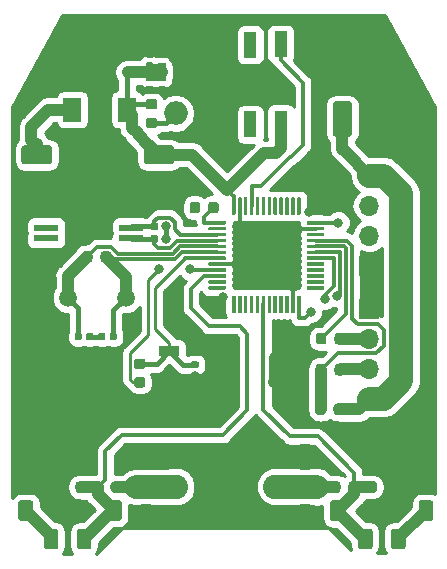
<source format=gbr>
G04 #@! TF.GenerationSoftware,KiCad,Pcbnew,5.0.2-bee76a0~70~ubuntu18.04.1*
G04 #@! TF.CreationDate,2019-01-08T18:58:55+02:00*
G04 #@! TF.ProjectId,HScope_2018_10_L,4853636f-7065-45f3-9230-31385f31305f,rev?*
G04 #@! TF.SameCoordinates,Original*
G04 #@! TF.FileFunction,Copper,L1,Top*
G04 #@! TF.FilePolarity,Positive*
%FSLAX46Y46*%
G04 Gerber Fmt 4.6, Leading zero omitted, Abs format (unit mm)*
G04 Created by KiCad (PCBNEW 5.0.2-bee76a0~70~ubuntu18.04.1) date Вт 08 янв 2019 18:58:55*
%MOMM*%
%LPD*%
G01*
G04 APERTURE LIST*
G04 #@! TA.AperFunction,SMDPad,CuDef*
%ADD10R,1.120000X2.160000*%
G04 #@! TD*
G04 #@! TA.AperFunction,Conductor*
%ADD11C,0.100000*%
G04 #@! TD*
G04 #@! TA.AperFunction,SMDPad,CuDef*
%ADD12C,1.600000*%
G04 #@! TD*
G04 #@! TA.AperFunction,SMDPad,CuDef*
%ADD13C,0.590000*%
G04 #@! TD*
G04 #@! TA.AperFunction,ComponentPad*
%ADD14O,2.000000X2.000000*%
G04 #@! TD*
G04 #@! TA.AperFunction,ComponentPad*
%ADD15R,2.000000X2.000000*%
G04 #@! TD*
G04 #@! TA.AperFunction,SMDPad,CuDef*
%ADD16C,1.250000*%
G04 #@! TD*
G04 #@! TA.AperFunction,ComponentPad*
%ADD17R,1.700000X1.700000*%
G04 #@! TD*
G04 #@! TA.AperFunction,ComponentPad*
%ADD18O,1.700000X1.700000*%
G04 #@! TD*
G04 #@! TA.AperFunction,ComponentPad*
%ADD19C,2.250000*%
G04 #@! TD*
G04 #@! TA.AperFunction,ComponentPad*
%ADD20C,2.050000*%
G04 #@! TD*
G04 #@! TA.AperFunction,SMDPad,CuDef*
%ADD21C,0.875000*%
G04 #@! TD*
G04 #@! TA.AperFunction,SMDPad,CuDef*
%ADD22R,1.700000X0.900000*%
G04 #@! TD*
G04 #@! TA.AperFunction,SMDPad,CuDef*
%ADD23R,1.500000X2.000000*%
G04 #@! TD*
G04 #@! TA.AperFunction,SMDPad,CuDef*
%ADD24R,3.800000X2.000000*%
G04 #@! TD*
G04 #@! TA.AperFunction,SMDPad,CuDef*
%ADD25C,3.600000*%
G04 #@! TD*
G04 #@! TA.AperFunction,ViaPad*
%ADD26C,0.500000*%
G04 #@! TD*
G04 #@! TA.AperFunction,SMDPad,CuDef*
%ADD27C,0.300000*%
G04 #@! TD*
G04 #@! TA.AperFunction,SMDPad,CuDef*
%ADD28R,2.100000X0.600000*%
G04 #@! TD*
G04 #@! TA.AperFunction,ComponentPad*
%ADD29C,1.500000*%
G04 #@! TD*
G04 #@! TA.AperFunction,ViaPad*
%ADD30C,0.800000*%
G04 #@! TD*
G04 #@! TA.AperFunction,ViaPad*
%ADD31C,5.000000*%
G04 #@! TD*
G04 #@! TA.AperFunction,Conductor*
%ADD32C,0.300000*%
G04 #@! TD*
G04 #@! TA.AperFunction,Conductor*
%ADD33C,1.000000*%
G04 #@! TD*
G04 #@! TA.AperFunction,Conductor*
%ADD34C,0.400000*%
G04 #@! TD*
G04 #@! TA.AperFunction,Conductor*
%ADD35C,2.000000*%
G04 #@! TD*
G04 #@! TA.AperFunction,Conductor*
%ADD36C,0.250000*%
G04 #@! TD*
G04 #@! TA.AperFunction,Conductor*
%ADD37C,0.254000*%
G04 #@! TD*
G04 APERTURE END LIST*
D10*
G04 #@! TO.P,J2,2*
G04 #@! TO.N,N/C*
X82540000Y-31085000D03*
G04 #@! TO.P,J2,1*
X82540000Y-37815000D03*
G04 #@! TD*
D11*
G04 #@! TO.N,V_IN*
G04 #@! TO.C,C1*
G36*
X65534504Y-39601204D02*
X65558773Y-39604804D01*
X65582571Y-39610765D01*
X65605671Y-39619030D01*
X65627849Y-39629520D01*
X65648893Y-39642133D01*
X65668598Y-39656747D01*
X65686777Y-39673223D01*
X65703253Y-39691402D01*
X65717867Y-39711107D01*
X65730480Y-39732151D01*
X65740970Y-39754329D01*
X65749235Y-39777429D01*
X65755196Y-39801227D01*
X65758796Y-39825496D01*
X65760000Y-39850000D01*
X65760000Y-40950000D01*
X65758796Y-40974504D01*
X65755196Y-40998773D01*
X65749235Y-41022571D01*
X65740970Y-41045671D01*
X65730480Y-41067849D01*
X65717867Y-41088893D01*
X65703253Y-41108598D01*
X65686777Y-41126777D01*
X65668598Y-41143253D01*
X65648893Y-41157867D01*
X65627849Y-41170480D01*
X65605671Y-41180970D01*
X65582571Y-41189235D01*
X65558773Y-41195196D01*
X65534504Y-41198796D01*
X65510000Y-41200000D01*
X63410000Y-41200000D01*
X63385496Y-41198796D01*
X63361227Y-41195196D01*
X63337429Y-41189235D01*
X63314329Y-41180970D01*
X63292151Y-41170480D01*
X63271107Y-41157867D01*
X63251402Y-41143253D01*
X63233223Y-41126777D01*
X63216747Y-41108598D01*
X63202133Y-41088893D01*
X63189520Y-41067849D01*
X63179030Y-41045671D01*
X63170765Y-41022571D01*
X63164804Y-40998773D01*
X63161204Y-40974504D01*
X63160000Y-40950000D01*
X63160000Y-39850000D01*
X63161204Y-39825496D01*
X63164804Y-39801227D01*
X63170765Y-39777429D01*
X63179030Y-39754329D01*
X63189520Y-39732151D01*
X63202133Y-39711107D01*
X63216747Y-39691402D01*
X63233223Y-39673223D01*
X63251402Y-39656747D01*
X63271107Y-39642133D01*
X63292151Y-39629520D01*
X63314329Y-39619030D01*
X63337429Y-39610765D01*
X63361227Y-39604804D01*
X63385496Y-39601204D01*
X63410000Y-39600000D01*
X65510000Y-39600000D01*
X65534504Y-39601204D01*
X65534504Y-39601204D01*
G37*
D12*
G04 #@! TD*
G04 #@! TO.P,C1,1*
G04 #@! TO.N,V_IN*
X64460000Y-40400000D03*
D11*
G04 #@! TO.N,GNDREF*
G04 #@! TO.C,C1*
G36*
X69134504Y-39601204D02*
X69158773Y-39604804D01*
X69182571Y-39610765D01*
X69205671Y-39619030D01*
X69227849Y-39629520D01*
X69248893Y-39642133D01*
X69268598Y-39656747D01*
X69286777Y-39673223D01*
X69303253Y-39691402D01*
X69317867Y-39711107D01*
X69330480Y-39732151D01*
X69340970Y-39754329D01*
X69349235Y-39777429D01*
X69355196Y-39801227D01*
X69358796Y-39825496D01*
X69360000Y-39850000D01*
X69360000Y-40950000D01*
X69358796Y-40974504D01*
X69355196Y-40998773D01*
X69349235Y-41022571D01*
X69340970Y-41045671D01*
X69330480Y-41067849D01*
X69317867Y-41088893D01*
X69303253Y-41108598D01*
X69286777Y-41126777D01*
X69268598Y-41143253D01*
X69248893Y-41157867D01*
X69227849Y-41170480D01*
X69205671Y-41180970D01*
X69182571Y-41189235D01*
X69158773Y-41195196D01*
X69134504Y-41198796D01*
X69110000Y-41200000D01*
X67010000Y-41200000D01*
X66985496Y-41198796D01*
X66961227Y-41195196D01*
X66937429Y-41189235D01*
X66914329Y-41180970D01*
X66892151Y-41170480D01*
X66871107Y-41157867D01*
X66851402Y-41143253D01*
X66833223Y-41126777D01*
X66816747Y-41108598D01*
X66802133Y-41088893D01*
X66789520Y-41067849D01*
X66779030Y-41045671D01*
X66770765Y-41022571D01*
X66764804Y-40998773D01*
X66761204Y-40974504D01*
X66760000Y-40950000D01*
X66760000Y-39850000D01*
X66761204Y-39825496D01*
X66764804Y-39801227D01*
X66770765Y-39777429D01*
X66779030Y-39754329D01*
X66789520Y-39732151D01*
X66802133Y-39711107D01*
X66816747Y-39691402D01*
X66833223Y-39673223D01*
X66851402Y-39656747D01*
X66871107Y-39642133D01*
X66892151Y-39629520D01*
X66914329Y-39619030D01*
X66937429Y-39610765D01*
X66961227Y-39604804D01*
X66985496Y-39601204D01*
X67010000Y-39600000D01*
X69110000Y-39600000D01*
X69134504Y-39601204D01*
X69134504Y-39601204D01*
G37*
D12*
G04 #@! TD*
G04 #@! TO.P,C1,2*
G04 #@! TO.N,GNDREF*
X68060000Y-40400000D03*
D11*
G04 #@! TO.N,RESET*
G04 #@! TO.C,C2*
G36*
X78036958Y-57885710D02*
X78051276Y-57887834D01*
X78065317Y-57891351D01*
X78078946Y-57896228D01*
X78092031Y-57902417D01*
X78104447Y-57909858D01*
X78116073Y-57918481D01*
X78126798Y-57928202D01*
X78136519Y-57938927D01*
X78145142Y-57950553D01*
X78152583Y-57962969D01*
X78158772Y-57976054D01*
X78163649Y-57989683D01*
X78167166Y-58003724D01*
X78169290Y-58018042D01*
X78170000Y-58032500D01*
X78170000Y-58327500D01*
X78169290Y-58341958D01*
X78167166Y-58356276D01*
X78163649Y-58370317D01*
X78158772Y-58383946D01*
X78152583Y-58397031D01*
X78145142Y-58409447D01*
X78136519Y-58421073D01*
X78126798Y-58431798D01*
X78116073Y-58441519D01*
X78104447Y-58450142D01*
X78092031Y-58457583D01*
X78078946Y-58463772D01*
X78065317Y-58468649D01*
X78051276Y-58472166D01*
X78036958Y-58474290D01*
X78022500Y-58475000D01*
X77677500Y-58475000D01*
X77663042Y-58474290D01*
X77648724Y-58472166D01*
X77634683Y-58468649D01*
X77621054Y-58463772D01*
X77607969Y-58457583D01*
X77595553Y-58450142D01*
X77583927Y-58441519D01*
X77573202Y-58431798D01*
X77563481Y-58421073D01*
X77554858Y-58409447D01*
X77547417Y-58397031D01*
X77541228Y-58383946D01*
X77536351Y-58370317D01*
X77532834Y-58356276D01*
X77530710Y-58341958D01*
X77530000Y-58327500D01*
X77530000Y-58032500D01*
X77530710Y-58018042D01*
X77532834Y-58003724D01*
X77536351Y-57989683D01*
X77541228Y-57976054D01*
X77547417Y-57962969D01*
X77554858Y-57950553D01*
X77563481Y-57938927D01*
X77573202Y-57928202D01*
X77583927Y-57918481D01*
X77595553Y-57909858D01*
X77607969Y-57902417D01*
X77621054Y-57896228D01*
X77634683Y-57891351D01*
X77648724Y-57887834D01*
X77663042Y-57885710D01*
X77677500Y-57885000D01*
X78022500Y-57885000D01*
X78036958Y-57885710D01*
X78036958Y-57885710D01*
G37*
D13*
G04 #@! TD*
G04 #@! TO.P,C2,1*
G04 #@! TO.N,RESET*
X77850000Y-58180000D03*
D11*
G04 #@! TO.N,GNDREF*
G04 #@! TO.C,C2*
G36*
X78036958Y-58855710D02*
X78051276Y-58857834D01*
X78065317Y-58861351D01*
X78078946Y-58866228D01*
X78092031Y-58872417D01*
X78104447Y-58879858D01*
X78116073Y-58888481D01*
X78126798Y-58898202D01*
X78136519Y-58908927D01*
X78145142Y-58920553D01*
X78152583Y-58932969D01*
X78158772Y-58946054D01*
X78163649Y-58959683D01*
X78167166Y-58973724D01*
X78169290Y-58988042D01*
X78170000Y-59002500D01*
X78170000Y-59297500D01*
X78169290Y-59311958D01*
X78167166Y-59326276D01*
X78163649Y-59340317D01*
X78158772Y-59353946D01*
X78152583Y-59367031D01*
X78145142Y-59379447D01*
X78136519Y-59391073D01*
X78126798Y-59401798D01*
X78116073Y-59411519D01*
X78104447Y-59420142D01*
X78092031Y-59427583D01*
X78078946Y-59433772D01*
X78065317Y-59438649D01*
X78051276Y-59442166D01*
X78036958Y-59444290D01*
X78022500Y-59445000D01*
X77677500Y-59445000D01*
X77663042Y-59444290D01*
X77648724Y-59442166D01*
X77634683Y-59438649D01*
X77621054Y-59433772D01*
X77607969Y-59427583D01*
X77595553Y-59420142D01*
X77583927Y-59411519D01*
X77573202Y-59401798D01*
X77563481Y-59391073D01*
X77554858Y-59379447D01*
X77547417Y-59367031D01*
X77541228Y-59353946D01*
X77536351Y-59340317D01*
X77532834Y-59326276D01*
X77530710Y-59311958D01*
X77530000Y-59297500D01*
X77530000Y-59002500D01*
X77530710Y-58988042D01*
X77532834Y-58973724D01*
X77536351Y-58959683D01*
X77541228Y-58946054D01*
X77547417Y-58932969D01*
X77554858Y-58920553D01*
X77563481Y-58908927D01*
X77573202Y-58898202D01*
X77583927Y-58888481D01*
X77595553Y-58879858D01*
X77607969Y-58872417D01*
X77621054Y-58866228D01*
X77634683Y-58861351D01*
X77648724Y-58857834D01*
X77663042Y-58855710D01*
X77677500Y-58855000D01*
X78022500Y-58855000D01*
X78036958Y-58855710D01*
X78036958Y-58855710D01*
G37*
D13*
G04 #@! TD*
G04 #@! TO.P,C2,2*
G04 #@! TO.N,GNDREF*
X77850000Y-59150000D03*
D11*
G04 #@! TO.N,GNDREF*
G04 #@! TO.C,C3*
G36*
X72284504Y-39601204D02*
X72308773Y-39604804D01*
X72332571Y-39610765D01*
X72355671Y-39619030D01*
X72377849Y-39629520D01*
X72398893Y-39642133D01*
X72418598Y-39656747D01*
X72436777Y-39673223D01*
X72453253Y-39691402D01*
X72467867Y-39711107D01*
X72480480Y-39732151D01*
X72490970Y-39754329D01*
X72499235Y-39777429D01*
X72505196Y-39801227D01*
X72508796Y-39825496D01*
X72510000Y-39850000D01*
X72510000Y-40950000D01*
X72508796Y-40974504D01*
X72505196Y-40998773D01*
X72499235Y-41022571D01*
X72490970Y-41045671D01*
X72480480Y-41067849D01*
X72467867Y-41088893D01*
X72453253Y-41108598D01*
X72436777Y-41126777D01*
X72418598Y-41143253D01*
X72398893Y-41157867D01*
X72377849Y-41170480D01*
X72355671Y-41180970D01*
X72332571Y-41189235D01*
X72308773Y-41195196D01*
X72284504Y-41198796D01*
X72260000Y-41200000D01*
X70160000Y-41200000D01*
X70135496Y-41198796D01*
X70111227Y-41195196D01*
X70087429Y-41189235D01*
X70064329Y-41180970D01*
X70042151Y-41170480D01*
X70021107Y-41157867D01*
X70001402Y-41143253D01*
X69983223Y-41126777D01*
X69966747Y-41108598D01*
X69952133Y-41088893D01*
X69939520Y-41067849D01*
X69929030Y-41045671D01*
X69920765Y-41022571D01*
X69914804Y-40998773D01*
X69911204Y-40974504D01*
X69910000Y-40950000D01*
X69910000Y-39850000D01*
X69911204Y-39825496D01*
X69914804Y-39801227D01*
X69920765Y-39777429D01*
X69929030Y-39754329D01*
X69939520Y-39732151D01*
X69952133Y-39711107D01*
X69966747Y-39691402D01*
X69983223Y-39673223D01*
X70001402Y-39656747D01*
X70021107Y-39642133D01*
X70042151Y-39629520D01*
X70064329Y-39619030D01*
X70087429Y-39610765D01*
X70111227Y-39604804D01*
X70135496Y-39601204D01*
X70160000Y-39600000D01*
X72260000Y-39600000D01*
X72284504Y-39601204D01*
X72284504Y-39601204D01*
G37*
D12*
G04 #@! TD*
G04 #@! TO.P,C3,2*
G04 #@! TO.N,GNDREF*
X71210000Y-40400000D03*
D11*
G04 #@! TO.N,VCC*
G04 #@! TO.C,C3*
G36*
X75884504Y-39601204D02*
X75908773Y-39604804D01*
X75932571Y-39610765D01*
X75955671Y-39619030D01*
X75977849Y-39629520D01*
X75998893Y-39642133D01*
X76018598Y-39656747D01*
X76036777Y-39673223D01*
X76053253Y-39691402D01*
X76067867Y-39711107D01*
X76080480Y-39732151D01*
X76090970Y-39754329D01*
X76099235Y-39777429D01*
X76105196Y-39801227D01*
X76108796Y-39825496D01*
X76110000Y-39850000D01*
X76110000Y-40950000D01*
X76108796Y-40974504D01*
X76105196Y-40998773D01*
X76099235Y-41022571D01*
X76090970Y-41045671D01*
X76080480Y-41067849D01*
X76067867Y-41088893D01*
X76053253Y-41108598D01*
X76036777Y-41126777D01*
X76018598Y-41143253D01*
X75998893Y-41157867D01*
X75977849Y-41170480D01*
X75955671Y-41180970D01*
X75932571Y-41189235D01*
X75908773Y-41195196D01*
X75884504Y-41198796D01*
X75860000Y-41200000D01*
X73760000Y-41200000D01*
X73735496Y-41198796D01*
X73711227Y-41195196D01*
X73687429Y-41189235D01*
X73664329Y-41180970D01*
X73642151Y-41170480D01*
X73621107Y-41157867D01*
X73601402Y-41143253D01*
X73583223Y-41126777D01*
X73566747Y-41108598D01*
X73552133Y-41088893D01*
X73539520Y-41067849D01*
X73529030Y-41045671D01*
X73520765Y-41022571D01*
X73514804Y-40998773D01*
X73511204Y-40974504D01*
X73510000Y-40950000D01*
X73510000Y-39850000D01*
X73511204Y-39825496D01*
X73514804Y-39801227D01*
X73520765Y-39777429D01*
X73529030Y-39754329D01*
X73539520Y-39732151D01*
X73552133Y-39711107D01*
X73566747Y-39691402D01*
X73583223Y-39673223D01*
X73601402Y-39656747D01*
X73621107Y-39642133D01*
X73642151Y-39629520D01*
X73664329Y-39619030D01*
X73687429Y-39610765D01*
X73711227Y-39604804D01*
X73735496Y-39601204D01*
X73760000Y-39600000D01*
X75860000Y-39600000D01*
X75884504Y-39601204D01*
X75884504Y-39601204D01*
G37*
D12*
G04 #@! TD*
G04 #@! TO.P,C3,1*
G04 #@! TO.N,VCC*
X74810000Y-40400000D03*
D11*
G04 #@! TO.N,VCC*
G04 #@! TO.C,C4*
G36*
X74211959Y-32565709D02*
X74226277Y-32567833D01*
X74240318Y-32571350D01*
X74253947Y-32576227D01*
X74267032Y-32582416D01*
X74279448Y-32589857D01*
X74291074Y-32598480D01*
X74301799Y-32608201D01*
X74311520Y-32618926D01*
X74320143Y-32630552D01*
X74327584Y-32642968D01*
X74333773Y-32656053D01*
X74338650Y-32669682D01*
X74342167Y-32683723D01*
X74344291Y-32698041D01*
X74345001Y-32712499D01*
X74345001Y-33007499D01*
X74344291Y-33021957D01*
X74342167Y-33036275D01*
X74338650Y-33050316D01*
X74333773Y-33063945D01*
X74327584Y-33077030D01*
X74320143Y-33089446D01*
X74311520Y-33101072D01*
X74301799Y-33111797D01*
X74291074Y-33121518D01*
X74279448Y-33130141D01*
X74267032Y-33137582D01*
X74253947Y-33143771D01*
X74240318Y-33148648D01*
X74226277Y-33152165D01*
X74211959Y-33154289D01*
X74197501Y-33154999D01*
X73852501Y-33154999D01*
X73838043Y-33154289D01*
X73823725Y-33152165D01*
X73809684Y-33148648D01*
X73796055Y-33143771D01*
X73782970Y-33137582D01*
X73770554Y-33130141D01*
X73758928Y-33121518D01*
X73748203Y-33111797D01*
X73738482Y-33101072D01*
X73729859Y-33089446D01*
X73722418Y-33077030D01*
X73716229Y-33063945D01*
X73711352Y-33050316D01*
X73707835Y-33036275D01*
X73705711Y-33021957D01*
X73705001Y-33007499D01*
X73705001Y-32712499D01*
X73705711Y-32698041D01*
X73707835Y-32683723D01*
X73711352Y-32669682D01*
X73716229Y-32656053D01*
X73722418Y-32642968D01*
X73729859Y-32630552D01*
X73738482Y-32618926D01*
X73748203Y-32608201D01*
X73758928Y-32598480D01*
X73770554Y-32589857D01*
X73782970Y-32582416D01*
X73796055Y-32576227D01*
X73809684Y-32571350D01*
X73823725Y-32567833D01*
X73838043Y-32565709D01*
X73852501Y-32564999D01*
X74197501Y-32564999D01*
X74211959Y-32565709D01*
X74211959Y-32565709D01*
G37*
D13*
G04 #@! TD*
G04 #@! TO.P,C4,1*
G04 #@! TO.N,VCC*
X74025001Y-32859999D03*
D11*
G04 #@! TO.N,GNDREF*
G04 #@! TO.C,C4*
G36*
X74211959Y-31595709D02*
X74226277Y-31597833D01*
X74240318Y-31601350D01*
X74253947Y-31606227D01*
X74267032Y-31612416D01*
X74279448Y-31619857D01*
X74291074Y-31628480D01*
X74301799Y-31638201D01*
X74311520Y-31648926D01*
X74320143Y-31660552D01*
X74327584Y-31672968D01*
X74333773Y-31686053D01*
X74338650Y-31699682D01*
X74342167Y-31713723D01*
X74344291Y-31728041D01*
X74345001Y-31742499D01*
X74345001Y-32037499D01*
X74344291Y-32051957D01*
X74342167Y-32066275D01*
X74338650Y-32080316D01*
X74333773Y-32093945D01*
X74327584Y-32107030D01*
X74320143Y-32119446D01*
X74311520Y-32131072D01*
X74301799Y-32141797D01*
X74291074Y-32151518D01*
X74279448Y-32160141D01*
X74267032Y-32167582D01*
X74253947Y-32173771D01*
X74240318Y-32178648D01*
X74226277Y-32182165D01*
X74211959Y-32184289D01*
X74197501Y-32184999D01*
X73852501Y-32184999D01*
X73838043Y-32184289D01*
X73823725Y-32182165D01*
X73809684Y-32178648D01*
X73796055Y-32173771D01*
X73782970Y-32167582D01*
X73770554Y-32160141D01*
X73758928Y-32151518D01*
X73748203Y-32141797D01*
X73738482Y-32131072D01*
X73729859Y-32119446D01*
X73722418Y-32107030D01*
X73716229Y-32093945D01*
X73711352Y-32080316D01*
X73707835Y-32066275D01*
X73705711Y-32051957D01*
X73705001Y-32037499D01*
X73705001Y-31742499D01*
X73705711Y-31728041D01*
X73707835Y-31713723D01*
X73711352Y-31699682D01*
X73716229Y-31686053D01*
X73722418Y-31672968D01*
X73729859Y-31660552D01*
X73738482Y-31648926D01*
X73748203Y-31638201D01*
X73758928Y-31628480D01*
X73770554Y-31619857D01*
X73782970Y-31612416D01*
X73796055Y-31606227D01*
X73809684Y-31601350D01*
X73823725Y-31597833D01*
X73838043Y-31595709D01*
X73852501Y-31594999D01*
X74197501Y-31594999D01*
X74211959Y-31595709D01*
X74211959Y-31595709D01*
G37*
D13*
G04 #@! TD*
G04 #@! TO.P,C4,2*
G04 #@! TO.N,GNDREF*
X74025001Y-31889999D03*
D11*
G04 #@! TO.N,GNDREF*
G04 #@! TO.C,C5*
G36*
X75246958Y-34550710D02*
X75261276Y-34552834D01*
X75275317Y-34556351D01*
X75288946Y-34561228D01*
X75302031Y-34567417D01*
X75314447Y-34574858D01*
X75326073Y-34583481D01*
X75336798Y-34593202D01*
X75346519Y-34603927D01*
X75355142Y-34615553D01*
X75362583Y-34627969D01*
X75368772Y-34641054D01*
X75373649Y-34654683D01*
X75377166Y-34668724D01*
X75379290Y-34683042D01*
X75380000Y-34697500D01*
X75380000Y-34992500D01*
X75379290Y-35006958D01*
X75377166Y-35021276D01*
X75373649Y-35035317D01*
X75368772Y-35048946D01*
X75362583Y-35062031D01*
X75355142Y-35074447D01*
X75346519Y-35086073D01*
X75336798Y-35096798D01*
X75326073Y-35106519D01*
X75314447Y-35115142D01*
X75302031Y-35122583D01*
X75288946Y-35128772D01*
X75275317Y-35133649D01*
X75261276Y-35137166D01*
X75246958Y-35139290D01*
X75232500Y-35140000D01*
X74887500Y-35140000D01*
X74873042Y-35139290D01*
X74858724Y-35137166D01*
X74844683Y-35133649D01*
X74831054Y-35128772D01*
X74817969Y-35122583D01*
X74805553Y-35115142D01*
X74793927Y-35106519D01*
X74783202Y-35096798D01*
X74773481Y-35086073D01*
X74764858Y-35074447D01*
X74757417Y-35062031D01*
X74751228Y-35048946D01*
X74746351Y-35035317D01*
X74742834Y-35021276D01*
X74740710Y-35006958D01*
X74740000Y-34992500D01*
X74740000Y-34697500D01*
X74740710Y-34683042D01*
X74742834Y-34668724D01*
X74746351Y-34654683D01*
X74751228Y-34641054D01*
X74757417Y-34627969D01*
X74764858Y-34615553D01*
X74773481Y-34603927D01*
X74783202Y-34593202D01*
X74793927Y-34583481D01*
X74805553Y-34574858D01*
X74817969Y-34567417D01*
X74831054Y-34561228D01*
X74844683Y-34556351D01*
X74858724Y-34552834D01*
X74873042Y-34550710D01*
X74887500Y-34550000D01*
X75232500Y-34550000D01*
X75246958Y-34550710D01*
X75246958Y-34550710D01*
G37*
D13*
G04 #@! TD*
G04 #@! TO.P,C5,2*
G04 #@! TO.N,GNDREF*
X75060000Y-34845000D03*
D11*
G04 #@! TO.N,VCC*
G04 #@! TO.C,C5*
G36*
X75246958Y-33580710D02*
X75261276Y-33582834D01*
X75275317Y-33586351D01*
X75288946Y-33591228D01*
X75302031Y-33597417D01*
X75314447Y-33604858D01*
X75326073Y-33613481D01*
X75336798Y-33623202D01*
X75346519Y-33633927D01*
X75355142Y-33645553D01*
X75362583Y-33657969D01*
X75368772Y-33671054D01*
X75373649Y-33684683D01*
X75377166Y-33698724D01*
X75379290Y-33713042D01*
X75380000Y-33727500D01*
X75380000Y-34022500D01*
X75379290Y-34036958D01*
X75377166Y-34051276D01*
X75373649Y-34065317D01*
X75368772Y-34078946D01*
X75362583Y-34092031D01*
X75355142Y-34104447D01*
X75346519Y-34116073D01*
X75336798Y-34126798D01*
X75326073Y-34136519D01*
X75314447Y-34145142D01*
X75302031Y-34152583D01*
X75288946Y-34158772D01*
X75275317Y-34163649D01*
X75261276Y-34167166D01*
X75246958Y-34169290D01*
X75232500Y-34170000D01*
X74887500Y-34170000D01*
X74873042Y-34169290D01*
X74858724Y-34167166D01*
X74844683Y-34163649D01*
X74831054Y-34158772D01*
X74817969Y-34152583D01*
X74805553Y-34145142D01*
X74793927Y-34136519D01*
X74783202Y-34126798D01*
X74773481Y-34116073D01*
X74764858Y-34104447D01*
X74757417Y-34092031D01*
X74751228Y-34078946D01*
X74746351Y-34065317D01*
X74742834Y-34051276D01*
X74740710Y-34036958D01*
X74740000Y-34022500D01*
X74740000Y-33727500D01*
X74740710Y-33713042D01*
X74742834Y-33698724D01*
X74746351Y-33684683D01*
X74751228Y-33671054D01*
X74757417Y-33657969D01*
X74764858Y-33645553D01*
X74773481Y-33633927D01*
X74783202Y-33623202D01*
X74793927Y-33613481D01*
X74805553Y-33604858D01*
X74817969Y-33597417D01*
X74831054Y-33591228D01*
X74844683Y-33586351D01*
X74858724Y-33582834D01*
X74873042Y-33580710D01*
X74887500Y-33580000D01*
X75232500Y-33580000D01*
X75246958Y-33580710D01*
X75246958Y-33580710D01*
G37*
D13*
G04 #@! TD*
G04 #@! TO.P,C5,1*
G04 #@! TO.N,VCC*
X75060000Y-33875000D03*
D11*
G04 #@! TO.N,VCC*
G04 #@! TO.C,C6*
G36*
X74196958Y-33575710D02*
X74211276Y-33577834D01*
X74225317Y-33581351D01*
X74238946Y-33586228D01*
X74252031Y-33592417D01*
X74264447Y-33599858D01*
X74276073Y-33608481D01*
X74286798Y-33618202D01*
X74296519Y-33628927D01*
X74305142Y-33640553D01*
X74312583Y-33652969D01*
X74318772Y-33666054D01*
X74323649Y-33679683D01*
X74327166Y-33693724D01*
X74329290Y-33708042D01*
X74330000Y-33722500D01*
X74330000Y-34017500D01*
X74329290Y-34031958D01*
X74327166Y-34046276D01*
X74323649Y-34060317D01*
X74318772Y-34073946D01*
X74312583Y-34087031D01*
X74305142Y-34099447D01*
X74296519Y-34111073D01*
X74286798Y-34121798D01*
X74276073Y-34131519D01*
X74264447Y-34140142D01*
X74252031Y-34147583D01*
X74238946Y-34153772D01*
X74225317Y-34158649D01*
X74211276Y-34162166D01*
X74196958Y-34164290D01*
X74182500Y-34165000D01*
X73837500Y-34165000D01*
X73823042Y-34164290D01*
X73808724Y-34162166D01*
X73794683Y-34158649D01*
X73781054Y-34153772D01*
X73767969Y-34147583D01*
X73755553Y-34140142D01*
X73743927Y-34131519D01*
X73733202Y-34121798D01*
X73723481Y-34111073D01*
X73714858Y-34099447D01*
X73707417Y-34087031D01*
X73701228Y-34073946D01*
X73696351Y-34060317D01*
X73692834Y-34046276D01*
X73690710Y-34031958D01*
X73690000Y-34017500D01*
X73690000Y-33722500D01*
X73690710Y-33708042D01*
X73692834Y-33693724D01*
X73696351Y-33679683D01*
X73701228Y-33666054D01*
X73707417Y-33652969D01*
X73714858Y-33640553D01*
X73723481Y-33628927D01*
X73733202Y-33618202D01*
X73743927Y-33608481D01*
X73755553Y-33599858D01*
X73767969Y-33592417D01*
X73781054Y-33586228D01*
X73794683Y-33581351D01*
X73808724Y-33577834D01*
X73823042Y-33575710D01*
X73837500Y-33575000D01*
X74182500Y-33575000D01*
X74196958Y-33575710D01*
X74196958Y-33575710D01*
G37*
D13*
G04 #@! TD*
G04 #@! TO.P,C6,1*
G04 #@! TO.N,VCC*
X74010000Y-33870000D03*
D11*
G04 #@! TO.N,GNDREF*
G04 #@! TO.C,C6*
G36*
X74196958Y-34545710D02*
X74211276Y-34547834D01*
X74225317Y-34551351D01*
X74238946Y-34556228D01*
X74252031Y-34562417D01*
X74264447Y-34569858D01*
X74276073Y-34578481D01*
X74286798Y-34588202D01*
X74296519Y-34598927D01*
X74305142Y-34610553D01*
X74312583Y-34622969D01*
X74318772Y-34636054D01*
X74323649Y-34649683D01*
X74327166Y-34663724D01*
X74329290Y-34678042D01*
X74330000Y-34692500D01*
X74330000Y-34987500D01*
X74329290Y-35001958D01*
X74327166Y-35016276D01*
X74323649Y-35030317D01*
X74318772Y-35043946D01*
X74312583Y-35057031D01*
X74305142Y-35069447D01*
X74296519Y-35081073D01*
X74286798Y-35091798D01*
X74276073Y-35101519D01*
X74264447Y-35110142D01*
X74252031Y-35117583D01*
X74238946Y-35123772D01*
X74225317Y-35128649D01*
X74211276Y-35132166D01*
X74196958Y-35134290D01*
X74182500Y-35135000D01*
X73837500Y-35135000D01*
X73823042Y-35134290D01*
X73808724Y-35132166D01*
X73794683Y-35128649D01*
X73781054Y-35123772D01*
X73767969Y-35117583D01*
X73755553Y-35110142D01*
X73743927Y-35101519D01*
X73733202Y-35091798D01*
X73723481Y-35081073D01*
X73714858Y-35069447D01*
X73707417Y-35057031D01*
X73701228Y-35043946D01*
X73696351Y-35030317D01*
X73692834Y-35016276D01*
X73690710Y-35001958D01*
X73690000Y-34987500D01*
X73690000Y-34692500D01*
X73690710Y-34678042D01*
X73692834Y-34663724D01*
X73696351Y-34649683D01*
X73701228Y-34636054D01*
X73707417Y-34622969D01*
X73714858Y-34610553D01*
X73723481Y-34598927D01*
X73733202Y-34588202D01*
X73743927Y-34578481D01*
X73755553Y-34569858D01*
X73767969Y-34562417D01*
X73781054Y-34556228D01*
X73794683Y-34551351D01*
X73808724Y-34547834D01*
X73823042Y-34545710D01*
X73837500Y-34545000D01*
X74182500Y-34545000D01*
X74196958Y-34545710D01*
X74196958Y-34545710D01*
G37*
D13*
G04 #@! TD*
G04 #@! TO.P,C6,2*
G04 #@! TO.N,GNDREF*
X74010000Y-34840000D03*
D11*
G04 #@! TO.N,GNDREF*
G04 #@! TO.C,C7*
G36*
X75256958Y-31610710D02*
X75271276Y-31612834D01*
X75285317Y-31616351D01*
X75298946Y-31621228D01*
X75312031Y-31627417D01*
X75324447Y-31634858D01*
X75336073Y-31643481D01*
X75346798Y-31653202D01*
X75356519Y-31663927D01*
X75365142Y-31675553D01*
X75372583Y-31687969D01*
X75378772Y-31701054D01*
X75383649Y-31714683D01*
X75387166Y-31728724D01*
X75389290Y-31743042D01*
X75390000Y-31757500D01*
X75390000Y-32052500D01*
X75389290Y-32066958D01*
X75387166Y-32081276D01*
X75383649Y-32095317D01*
X75378772Y-32108946D01*
X75372583Y-32122031D01*
X75365142Y-32134447D01*
X75356519Y-32146073D01*
X75346798Y-32156798D01*
X75336073Y-32166519D01*
X75324447Y-32175142D01*
X75312031Y-32182583D01*
X75298946Y-32188772D01*
X75285317Y-32193649D01*
X75271276Y-32197166D01*
X75256958Y-32199290D01*
X75242500Y-32200000D01*
X74897500Y-32200000D01*
X74883042Y-32199290D01*
X74868724Y-32197166D01*
X74854683Y-32193649D01*
X74841054Y-32188772D01*
X74827969Y-32182583D01*
X74815553Y-32175142D01*
X74803927Y-32166519D01*
X74793202Y-32156798D01*
X74783481Y-32146073D01*
X74774858Y-32134447D01*
X74767417Y-32122031D01*
X74761228Y-32108946D01*
X74756351Y-32095317D01*
X74752834Y-32081276D01*
X74750710Y-32066958D01*
X74750000Y-32052500D01*
X74750000Y-31757500D01*
X74750710Y-31743042D01*
X74752834Y-31728724D01*
X74756351Y-31714683D01*
X74761228Y-31701054D01*
X74767417Y-31687969D01*
X74774858Y-31675553D01*
X74783481Y-31663927D01*
X74793202Y-31653202D01*
X74803927Y-31643481D01*
X74815553Y-31634858D01*
X74827969Y-31627417D01*
X74841054Y-31621228D01*
X74854683Y-31616351D01*
X74868724Y-31612834D01*
X74883042Y-31610710D01*
X74897500Y-31610000D01*
X75242500Y-31610000D01*
X75256958Y-31610710D01*
X75256958Y-31610710D01*
G37*
D13*
G04 #@! TD*
G04 #@! TO.P,C7,2*
G04 #@! TO.N,GNDREF*
X75070000Y-31905000D03*
D11*
G04 #@! TO.N,VCC*
G04 #@! TO.C,C7*
G36*
X75256958Y-32580710D02*
X75271276Y-32582834D01*
X75285317Y-32586351D01*
X75298946Y-32591228D01*
X75312031Y-32597417D01*
X75324447Y-32604858D01*
X75336073Y-32613481D01*
X75346798Y-32623202D01*
X75356519Y-32633927D01*
X75365142Y-32645553D01*
X75372583Y-32657969D01*
X75378772Y-32671054D01*
X75383649Y-32684683D01*
X75387166Y-32698724D01*
X75389290Y-32713042D01*
X75390000Y-32727500D01*
X75390000Y-33022500D01*
X75389290Y-33036958D01*
X75387166Y-33051276D01*
X75383649Y-33065317D01*
X75378772Y-33078946D01*
X75372583Y-33092031D01*
X75365142Y-33104447D01*
X75356519Y-33116073D01*
X75346798Y-33126798D01*
X75336073Y-33136519D01*
X75324447Y-33145142D01*
X75312031Y-33152583D01*
X75298946Y-33158772D01*
X75285317Y-33163649D01*
X75271276Y-33167166D01*
X75256958Y-33169290D01*
X75242500Y-33170000D01*
X74897500Y-33170000D01*
X74883042Y-33169290D01*
X74868724Y-33167166D01*
X74854683Y-33163649D01*
X74841054Y-33158772D01*
X74827969Y-33152583D01*
X74815553Y-33145142D01*
X74803927Y-33136519D01*
X74793202Y-33126798D01*
X74783481Y-33116073D01*
X74774858Y-33104447D01*
X74767417Y-33092031D01*
X74761228Y-33078946D01*
X74756351Y-33065317D01*
X74752834Y-33051276D01*
X74750710Y-33036958D01*
X74750000Y-33022500D01*
X74750000Y-32727500D01*
X74750710Y-32713042D01*
X74752834Y-32698724D01*
X74756351Y-32684683D01*
X74761228Y-32671054D01*
X74767417Y-32657969D01*
X74774858Y-32645553D01*
X74783481Y-32633927D01*
X74793202Y-32623202D01*
X74803927Y-32613481D01*
X74815553Y-32604858D01*
X74827969Y-32597417D01*
X74841054Y-32591228D01*
X74854683Y-32586351D01*
X74868724Y-32582834D01*
X74883042Y-32580710D01*
X74897500Y-32580000D01*
X75242500Y-32580000D01*
X75256958Y-32580710D01*
X75256958Y-32580710D01*
G37*
D13*
G04 #@! TD*
G04 #@! TO.P,C7,1*
G04 #@! TO.N,VCC*
X75070000Y-32875000D03*
D11*
G04 #@! TO.N,GNDREF*
G04 #@! TO.C,C8*
G36*
X75556958Y-46140710D02*
X75571276Y-46142834D01*
X75585317Y-46146351D01*
X75598946Y-46151228D01*
X75612031Y-46157417D01*
X75624447Y-46164858D01*
X75636073Y-46173481D01*
X75646798Y-46183202D01*
X75656519Y-46193927D01*
X75665142Y-46205553D01*
X75672583Y-46217969D01*
X75678772Y-46231054D01*
X75683649Y-46244683D01*
X75687166Y-46258724D01*
X75689290Y-46273042D01*
X75690000Y-46287500D01*
X75690000Y-46632500D01*
X75689290Y-46646958D01*
X75687166Y-46661276D01*
X75683649Y-46675317D01*
X75678772Y-46688946D01*
X75672583Y-46702031D01*
X75665142Y-46714447D01*
X75656519Y-46726073D01*
X75646798Y-46736798D01*
X75636073Y-46746519D01*
X75624447Y-46755142D01*
X75612031Y-46762583D01*
X75598946Y-46768772D01*
X75585317Y-46773649D01*
X75571276Y-46777166D01*
X75556958Y-46779290D01*
X75542500Y-46780000D01*
X75247500Y-46780000D01*
X75233042Y-46779290D01*
X75218724Y-46777166D01*
X75204683Y-46773649D01*
X75191054Y-46768772D01*
X75177969Y-46762583D01*
X75165553Y-46755142D01*
X75153927Y-46746519D01*
X75143202Y-46736798D01*
X75133481Y-46726073D01*
X75124858Y-46714447D01*
X75117417Y-46702031D01*
X75111228Y-46688946D01*
X75106351Y-46675317D01*
X75102834Y-46661276D01*
X75100710Y-46646958D01*
X75100000Y-46632500D01*
X75100000Y-46287500D01*
X75100710Y-46273042D01*
X75102834Y-46258724D01*
X75106351Y-46244683D01*
X75111228Y-46231054D01*
X75117417Y-46217969D01*
X75124858Y-46205553D01*
X75133481Y-46193927D01*
X75143202Y-46183202D01*
X75153927Y-46173481D01*
X75165553Y-46164858D01*
X75177969Y-46157417D01*
X75191054Y-46151228D01*
X75204683Y-46146351D01*
X75218724Y-46142834D01*
X75233042Y-46140710D01*
X75247500Y-46140000D01*
X75542500Y-46140000D01*
X75556958Y-46140710D01*
X75556958Y-46140710D01*
G37*
D13*
G04 #@! TD*
G04 #@! TO.P,C8,1*
G04 #@! TO.N,GNDREF*
X75395000Y-46460000D03*
D11*
G04 #@! TO.N,OC_1_IN*
G04 #@! TO.C,C8*
G36*
X74586958Y-46140710D02*
X74601276Y-46142834D01*
X74615317Y-46146351D01*
X74628946Y-46151228D01*
X74642031Y-46157417D01*
X74654447Y-46164858D01*
X74666073Y-46173481D01*
X74676798Y-46183202D01*
X74686519Y-46193927D01*
X74695142Y-46205553D01*
X74702583Y-46217969D01*
X74708772Y-46231054D01*
X74713649Y-46244683D01*
X74717166Y-46258724D01*
X74719290Y-46273042D01*
X74720000Y-46287500D01*
X74720000Y-46632500D01*
X74719290Y-46646958D01*
X74717166Y-46661276D01*
X74713649Y-46675317D01*
X74708772Y-46688946D01*
X74702583Y-46702031D01*
X74695142Y-46714447D01*
X74686519Y-46726073D01*
X74676798Y-46736798D01*
X74666073Y-46746519D01*
X74654447Y-46755142D01*
X74642031Y-46762583D01*
X74628946Y-46768772D01*
X74615317Y-46773649D01*
X74601276Y-46777166D01*
X74586958Y-46779290D01*
X74572500Y-46780000D01*
X74277500Y-46780000D01*
X74263042Y-46779290D01*
X74248724Y-46777166D01*
X74234683Y-46773649D01*
X74221054Y-46768772D01*
X74207969Y-46762583D01*
X74195553Y-46755142D01*
X74183927Y-46746519D01*
X74173202Y-46736798D01*
X74163481Y-46726073D01*
X74154858Y-46714447D01*
X74147417Y-46702031D01*
X74141228Y-46688946D01*
X74136351Y-46675317D01*
X74132834Y-46661276D01*
X74130710Y-46646958D01*
X74130000Y-46632500D01*
X74130000Y-46287500D01*
X74130710Y-46273042D01*
X74132834Y-46258724D01*
X74136351Y-46244683D01*
X74141228Y-46231054D01*
X74147417Y-46217969D01*
X74154858Y-46205553D01*
X74163481Y-46193927D01*
X74173202Y-46183202D01*
X74183927Y-46173481D01*
X74195553Y-46164858D01*
X74207969Y-46157417D01*
X74221054Y-46151228D01*
X74234683Y-46146351D01*
X74248724Y-46142834D01*
X74263042Y-46140710D01*
X74277500Y-46140000D01*
X74572500Y-46140000D01*
X74586958Y-46140710D01*
X74586958Y-46140710D01*
G37*
D13*
G04 #@! TD*
G04 #@! TO.P,C8,2*
G04 #@! TO.N,OC_1_IN*
X74425000Y-46460000D03*
D11*
G04 #@! TO.N,OC_2_IN*
G04 #@! TO.C,C9*
G36*
X68121958Y-55470710D02*
X68136276Y-55472834D01*
X68150317Y-55476351D01*
X68163946Y-55481228D01*
X68177031Y-55487417D01*
X68189447Y-55494858D01*
X68201073Y-55503481D01*
X68211798Y-55513202D01*
X68221519Y-55523927D01*
X68230142Y-55535553D01*
X68237583Y-55547969D01*
X68243772Y-55561054D01*
X68248649Y-55574683D01*
X68252166Y-55588724D01*
X68254290Y-55603042D01*
X68255000Y-55617500D01*
X68255000Y-55962500D01*
X68254290Y-55976958D01*
X68252166Y-55991276D01*
X68248649Y-56005317D01*
X68243772Y-56018946D01*
X68237583Y-56032031D01*
X68230142Y-56044447D01*
X68221519Y-56056073D01*
X68211798Y-56066798D01*
X68201073Y-56076519D01*
X68189447Y-56085142D01*
X68177031Y-56092583D01*
X68163946Y-56098772D01*
X68150317Y-56103649D01*
X68136276Y-56107166D01*
X68121958Y-56109290D01*
X68107500Y-56110000D01*
X67812500Y-56110000D01*
X67798042Y-56109290D01*
X67783724Y-56107166D01*
X67769683Y-56103649D01*
X67756054Y-56098772D01*
X67742969Y-56092583D01*
X67730553Y-56085142D01*
X67718927Y-56076519D01*
X67708202Y-56066798D01*
X67698481Y-56056073D01*
X67689858Y-56044447D01*
X67682417Y-56032031D01*
X67676228Y-56018946D01*
X67671351Y-56005317D01*
X67667834Y-55991276D01*
X67665710Y-55976958D01*
X67665000Y-55962500D01*
X67665000Y-55617500D01*
X67665710Y-55603042D01*
X67667834Y-55588724D01*
X67671351Y-55574683D01*
X67676228Y-55561054D01*
X67682417Y-55547969D01*
X67689858Y-55535553D01*
X67698481Y-55523927D01*
X67708202Y-55513202D01*
X67718927Y-55503481D01*
X67730553Y-55494858D01*
X67742969Y-55487417D01*
X67756054Y-55481228D01*
X67769683Y-55476351D01*
X67783724Y-55472834D01*
X67798042Y-55470710D01*
X67812500Y-55470000D01*
X68107500Y-55470000D01*
X68121958Y-55470710D01*
X68121958Y-55470710D01*
G37*
D13*
G04 #@! TD*
G04 #@! TO.P,C9,2*
G04 #@! TO.N,OC_2_IN*
X67960000Y-55790000D03*
D11*
G04 #@! TO.N,Net-(C11-Pad2)*
G04 #@! TO.C,C9*
G36*
X69091958Y-55470710D02*
X69106276Y-55472834D01*
X69120317Y-55476351D01*
X69133946Y-55481228D01*
X69147031Y-55487417D01*
X69159447Y-55494858D01*
X69171073Y-55503481D01*
X69181798Y-55513202D01*
X69191519Y-55523927D01*
X69200142Y-55535553D01*
X69207583Y-55547969D01*
X69213772Y-55561054D01*
X69218649Y-55574683D01*
X69222166Y-55588724D01*
X69224290Y-55603042D01*
X69225000Y-55617500D01*
X69225000Y-55962500D01*
X69224290Y-55976958D01*
X69222166Y-55991276D01*
X69218649Y-56005317D01*
X69213772Y-56018946D01*
X69207583Y-56032031D01*
X69200142Y-56044447D01*
X69191519Y-56056073D01*
X69181798Y-56066798D01*
X69171073Y-56076519D01*
X69159447Y-56085142D01*
X69147031Y-56092583D01*
X69133946Y-56098772D01*
X69120317Y-56103649D01*
X69106276Y-56107166D01*
X69091958Y-56109290D01*
X69077500Y-56110000D01*
X68782500Y-56110000D01*
X68768042Y-56109290D01*
X68753724Y-56107166D01*
X68739683Y-56103649D01*
X68726054Y-56098772D01*
X68712969Y-56092583D01*
X68700553Y-56085142D01*
X68688927Y-56076519D01*
X68678202Y-56066798D01*
X68668481Y-56056073D01*
X68659858Y-56044447D01*
X68652417Y-56032031D01*
X68646228Y-56018946D01*
X68641351Y-56005317D01*
X68637834Y-55991276D01*
X68635710Y-55976958D01*
X68635000Y-55962500D01*
X68635000Y-55617500D01*
X68635710Y-55603042D01*
X68637834Y-55588724D01*
X68641351Y-55574683D01*
X68646228Y-55561054D01*
X68652417Y-55547969D01*
X68659858Y-55535553D01*
X68668481Y-55523927D01*
X68678202Y-55513202D01*
X68688927Y-55503481D01*
X68700553Y-55494858D01*
X68712969Y-55487417D01*
X68726054Y-55481228D01*
X68739683Y-55476351D01*
X68753724Y-55472834D01*
X68768042Y-55470710D01*
X68782500Y-55470000D01*
X69077500Y-55470000D01*
X69091958Y-55470710D01*
X69091958Y-55470710D01*
G37*
D13*
G04 #@! TD*
G04 #@! TO.P,C9,1*
G04 #@! TO.N,Net-(C11-Pad2)*
X68930000Y-55790000D03*
D11*
G04 #@! TO.N,GNDREF*
G04 #@! TO.C,C10*
G36*
X75556958Y-47180710D02*
X75571276Y-47182834D01*
X75585317Y-47186351D01*
X75598946Y-47191228D01*
X75612031Y-47197417D01*
X75624447Y-47204858D01*
X75636073Y-47213481D01*
X75646798Y-47223202D01*
X75656519Y-47233927D01*
X75665142Y-47245553D01*
X75672583Y-47257969D01*
X75678772Y-47271054D01*
X75683649Y-47284683D01*
X75687166Y-47298724D01*
X75689290Y-47313042D01*
X75690000Y-47327500D01*
X75690000Y-47672500D01*
X75689290Y-47686958D01*
X75687166Y-47701276D01*
X75683649Y-47715317D01*
X75678772Y-47728946D01*
X75672583Y-47742031D01*
X75665142Y-47754447D01*
X75656519Y-47766073D01*
X75646798Y-47776798D01*
X75636073Y-47786519D01*
X75624447Y-47795142D01*
X75612031Y-47802583D01*
X75598946Y-47808772D01*
X75585317Y-47813649D01*
X75571276Y-47817166D01*
X75556958Y-47819290D01*
X75542500Y-47820000D01*
X75247500Y-47820000D01*
X75233042Y-47819290D01*
X75218724Y-47817166D01*
X75204683Y-47813649D01*
X75191054Y-47808772D01*
X75177969Y-47802583D01*
X75165553Y-47795142D01*
X75153927Y-47786519D01*
X75143202Y-47776798D01*
X75133481Y-47766073D01*
X75124858Y-47754447D01*
X75117417Y-47742031D01*
X75111228Y-47728946D01*
X75106351Y-47715317D01*
X75102834Y-47701276D01*
X75100710Y-47686958D01*
X75100000Y-47672500D01*
X75100000Y-47327500D01*
X75100710Y-47313042D01*
X75102834Y-47298724D01*
X75106351Y-47284683D01*
X75111228Y-47271054D01*
X75117417Y-47257969D01*
X75124858Y-47245553D01*
X75133481Y-47233927D01*
X75143202Y-47223202D01*
X75153927Y-47213481D01*
X75165553Y-47204858D01*
X75177969Y-47197417D01*
X75191054Y-47191228D01*
X75204683Y-47186351D01*
X75218724Y-47182834D01*
X75233042Y-47180710D01*
X75247500Y-47180000D01*
X75542500Y-47180000D01*
X75556958Y-47180710D01*
X75556958Y-47180710D01*
G37*
D13*
G04 #@! TD*
G04 #@! TO.P,C10,2*
G04 #@! TO.N,GNDREF*
X75395000Y-47500000D03*
D11*
G04 #@! TO.N,OC_1_OUT*
G04 #@! TO.C,C10*
G36*
X74586958Y-47180710D02*
X74601276Y-47182834D01*
X74615317Y-47186351D01*
X74628946Y-47191228D01*
X74642031Y-47197417D01*
X74654447Y-47204858D01*
X74666073Y-47213481D01*
X74676798Y-47223202D01*
X74686519Y-47233927D01*
X74695142Y-47245553D01*
X74702583Y-47257969D01*
X74708772Y-47271054D01*
X74713649Y-47284683D01*
X74717166Y-47298724D01*
X74719290Y-47313042D01*
X74720000Y-47327500D01*
X74720000Y-47672500D01*
X74719290Y-47686958D01*
X74717166Y-47701276D01*
X74713649Y-47715317D01*
X74708772Y-47728946D01*
X74702583Y-47742031D01*
X74695142Y-47754447D01*
X74686519Y-47766073D01*
X74676798Y-47776798D01*
X74666073Y-47786519D01*
X74654447Y-47795142D01*
X74642031Y-47802583D01*
X74628946Y-47808772D01*
X74615317Y-47813649D01*
X74601276Y-47817166D01*
X74586958Y-47819290D01*
X74572500Y-47820000D01*
X74277500Y-47820000D01*
X74263042Y-47819290D01*
X74248724Y-47817166D01*
X74234683Y-47813649D01*
X74221054Y-47808772D01*
X74207969Y-47802583D01*
X74195553Y-47795142D01*
X74183927Y-47786519D01*
X74173202Y-47776798D01*
X74163481Y-47766073D01*
X74154858Y-47754447D01*
X74147417Y-47742031D01*
X74141228Y-47728946D01*
X74136351Y-47715317D01*
X74132834Y-47701276D01*
X74130710Y-47686958D01*
X74130000Y-47672500D01*
X74130000Y-47327500D01*
X74130710Y-47313042D01*
X74132834Y-47298724D01*
X74136351Y-47284683D01*
X74141228Y-47271054D01*
X74147417Y-47257969D01*
X74154858Y-47245553D01*
X74163481Y-47233927D01*
X74173202Y-47223202D01*
X74183927Y-47213481D01*
X74195553Y-47204858D01*
X74207969Y-47197417D01*
X74221054Y-47191228D01*
X74234683Y-47186351D01*
X74248724Y-47182834D01*
X74263042Y-47180710D01*
X74277500Y-47180000D01*
X74572500Y-47180000D01*
X74586958Y-47180710D01*
X74586958Y-47180710D01*
G37*
D13*
G04 #@! TD*
G04 #@! TO.P,C10,1*
G04 #@! TO.N,OC_1_OUT*
X74425000Y-47500000D03*
D11*
G04 #@! TO.N,OC_2_OUT*
G04 #@! TO.C,C11*
G36*
X71101958Y-55450710D02*
X71116276Y-55452834D01*
X71130317Y-55456351D01*
X71143946Y-55461228D01*
X71157031Y-55467417D01*
X71169447Y-55474858D01*
X71181073Y-55483481D01*
X71191798Y-55493202D01*
X71201519Y-55503927D01*
X71210142Y-55515553D01*
X71217583Y-55527969D01*
X71223772Y-55541054D01*
X71228649Y-55554683D01*
X71232166Y-55568724D01*
X71234290Y-55583042D01*
X71235000Y-55597500D01*
X71235000Y-55942500D01*
X71234290Y-55956958D01*
X71232166Y-55971276D01*
X71228649Y-55985317D01*
X71223772Y-55998946D01*
X71217583Y-56012031D01*
X71210142Y-56024447D01*
X71201519Y-56036073D01*
X71191798Y-56046798D01*
X71181073Y-56056519D01*
X71169447Y-56065142D01*
X71157031Y-56072583D01*
X71143946Y-56078772D01*
X71130317Y-56083649D01*
X71116276Y-56087166D01*
X71101958Y-56089290D01*
X71087500Y-56090000D01*
X70792500Y-56090000D01*
X70778042Y-56089290D01*
X70763724Y-56087166D01*
X70749683Y-56083649D01*
X70736054Y-56078772D01*
X70722969Y-56072583D01*
X70710553Y-56065142D01*
X70698927Y-56056519D01*
X70688202Y-56046798D01*
X70678481Y-56036073D01*
X70669858Y-56024447D01*
X70662417Y-56012031D01*
X70656228Y-55998946D01*
X70651351Y-55985317D01*
X70647834Y-55971276D01*
X70645710Y-55956958D01*
X70645000Y-55942500D01*
X70645000Y-55597500D01*
X70645710Y-55583042D01*
X70647834Y-55568724D01*
X70651351Y-55554683D01*
X70656228Y-55541054D01*
X70662417Y-55527969D01*
X70669858Y-55515553D01*
X70678481Y-55503927D01*
X70688202Y-55493202D01*
X70698927Y-55483481D01*
X70710553Y-55474858D01*
X70722969Y-55467417D01*
X70736054Y-55461228D01*
X70749683Y-55456351D01*
X70763724Y-55452834D01*
X70778042Y-55450710D01*
X70792500Y-55450000D01*
X71087500Y-55450000D01*
X71101958Y-55450710D01*
X71101958Y-55450710D01*
G37*
D13*
G04 #@! TD*
G04 #@! TO.P,C11,1*
G04 #@! TO.N,OC_2_OUT*
X70940000Y-55770000D03*
D11*
G04 #@! TO.N,Net-(C11-Pad2)*
G04 #@! TO.C,C11*
G36*
X70131958Y-55450710D02*
X70146276Y-55452834D01*
X70160317Y-55456351D01*
X70173946Y-55461228D01*
X70187031Y-55467417D01*
X70199447Y-55474858D01*
X70211073Y-55483481D01*
X70221798Y-55493202D01*
X70231519Y-55503927D01*
X70240142Y-55515553D01*
X70247583Y-55527969D01*
X70253772Y-55541054D01*
X70258649Y-55554683D01*
X70262166Y-55568724D01*
X70264290Y-55583042D01*
X70265000Y-55597500D01*
X70265000Y-55942500D01*
X70264290Y-55956958D01*
X70262166Y-55971276D01*
X70258649Y-55985317D01*
X70253772Y-55998946D01*
X70247583Y-56012031D01*
X70240142Y-56024447D01*
X70231519Y-56036073D01*
X70221798Y-56046798D01*
X70211073Y-56056519D01*
X70199447Y-56065142D01*
X70187031Y-56072583D01*
X70173946Y-56078772D01*
X70160317Y-56083649D01*
X70146276Y-56087166D01*
X70131958Y-56089290D01*
X70117500Y-56090000D01*
X69822500Y-56090000D01*
X69808042Y-56089290D01*
X69793724Y-56087166D01*
X69779683Y-56083649D01*
X69766054Y-56078772D01*
X69752969Y-56072583D01*
X69740553Y-56065142D01*
X69728927Y-56056519D01*
X69718202Y-56046798D01*
X69708481Y-56036073D01*
X69699858Y-56024447D01*
X69692417Y-56012031D01*
X69686228Y-55998946D01*
X69681351Y-55985317D01*
X69677834Y-55971276D01*
X69675710Y-55956958D01*
X69675000Y-55942500D01*
X69675000Y-55597500D01*
X69675710Y-55583042D01*
X69677834Y-55568724D01*
X69681351Y-55554683D01*
X69686228Y-55541054D01*
X69692417Y-55527969D01*
X69699858Y-55515553D01*
X69708481Y-55503927D01*
X69718202Y-55493202D01*
X69728927Y-55483481D01*
X69740553Y-55474858D01*
X69752969Y-55467417D01*
X69766054Y-55461228D01*
X69779683Y-55456351D01*
X69793724Y-55452834D01*
X69808042Y-55450710D01*
X69822500Y-55450000D01*
X70117500Y-55450000D01*
X70131958Y-55450710D01*
X70131958Y-55450710D01*
G37*
D13*
G04 #@! TD*
G04 #@! TO.P,C11,2*
G04 #@! TO.N,Net-(C11-Pad2)*
X69970000Y-55770000D03*
D11*
G04 #@! TO.N,V_IN*
G04 #@! TO.C,C12*
G36*
X90916504Y-35869204D02*
X90940773Y-35872804D01*
X90964571Y-35878765D01*
X90987671Y-35887030D01*
X91009849Y-35897520D01*
X91030893Y-35910133D01*
X91050598Y-35924747D01*
X91068777Y-35941223D01*
X91085253Y-35959402D01*
X91099867Y-35979107D01*
X91112480Y-36000151D01*
X91122970Y-36022329D01*
X91131235Y-36045429D01*
X91137196Y-36069227D01*
X91140796Y-36093496D01*
X91142000Y-36118000D01*
X91142000Y-38618000D01*
X91140796Y-38642504D01*
X91137196Y-38666773D01*
X91131235Y-38690571D01*
X91122970Y-38713671D01*
X91112480Y-38735849D01*
X91099867Y-38756893D01*
X91085253Y-38776598D01*
X91068777Y-38794777D01*
X91050598Y-38811253D01*
X91030893Y-38825867D01*
X91009849Y-38838480D01*
X90987671Y-38848970D01*
X90964571Y-38857235D01*
X90940773Y-38863196D01*
X90916504Y-38866796D01*
X90892000Y-38868000D01*
X89792000Y-38868000D01*
X89767496Y-38866796D01*
X89743227Y-38863196D01*
X89719429Y-38857235D01*
X89696329Y-38848970D01*
X89674151Y-38838480D01*
X89653107Y-38825867D01*
X89633402Y-38811253D01*
X89615223Y-38794777D01*
X89598747Y-38776598D01*
X89584133Y-38756893D01*
X89571520Y-38735849D01*
X89561030Y-38713671D01*
X89552765Y-38690571D01*
X89546804Y-38666773D01*
X89543204Y-38642504D01*
X89542000Y-38618000D01*
X89542000Y-36118000D01*
X89543204Y-36093496D01*
X89546804Y-36069227D01*
X89552765Y-36045429D01*
X89561030Y-36022329D01*
X89571520Y-36000151D01*
X89584133Y-35979107D01*
X89598747Y-35959402D01*
X89615223Y-35941223D01*
X89633402Y-35924747D01*
X89653107Y-35910133D01*
X89674151Y-35897520D01*
X89696329Y-35887030D01*
X89719429Y-35878765D01*
X89743227Y-35872804D01*
X89767496Y-35869204D01*
X89792000Y-35868000D01*
X90892000Y-35868000D01*
X90916504Y-35869204D01*
X90916504Y-35869204D01*
G37*
D12*
G04 #@! TD*
G04 #@! TO.P,C12,1*
G04 #@! TO.N,V_IN*
X90342000Y-37368000D03*
D11*
G04 #@! TO.N,GNDREF*
G04 #@! TO.C,C12*
G36*
X90916504Y-31469204D02*
X90940773Y-31472804D01*
X90964571Y-31478765D01*
X90987671Y-31487030D01*
X91009849Y-31497520D01*
X91030893Y-31510133D01*
X91050598Y-31524747D01*
X91068777Y-31541223D01*
X91085253Y-31559402D01*
X91099867Y-31579107D01*
X91112480Y-31600151D01*
X91122970Y-31622329D01*
X91131235Y-31645429D01*
X91137196Y-31669227D01*
X91140796Y-31693496D01*
X91142000Y-31718000D01*
X91142000Y-34218000D01*
X91140796Y-34242504D01*
X91137196Y-34266773D01*
X91131235Y-34290571D01*
X91122970Y-34313671D01*
X91112480Y-34335849D01*
X91099867Y-34356893D01*
X91085253Y-34376598D01*
X91068777Y-34394777D01*
X91050598Y-34411253D01*
X91030893Y-34425867D01*
X91009849Y-34438480D01*
X90987671Y-34448970D01*
X90964571Y-34457235D01*
X90940773Y-34463196D01*
X90916504Y-34466796D01*
X90892000Y-34468000D01*
X89792000Y-34468000D01*
X89767496Y-34466796D01*
X89743227Y-34463196D01*
X89719429Y-34457235D01*
X89696329Y-34448970D01*
X89674151Y-34438480D01*
X89653107Y-34425867D01*
X89633402Y-34411253D01*
X89615223Y-34394777D01*
X89598747Y-34376598D01*
X89584133Y-34356893D01*
X89571520Y-34335849D01*
X89561030Y-34313671D01*
X89552765Y-34290571D01*
X89546804Y-34266773D01*
X89543204Y-34242504D01*
X89542000Y-34218000D01*
X89542000Y-31718000D01*
X89543204Y-31693496D01*
X89546804Y-31669227D01*
X89552765Y-31645429D01*
X89561030Y-31622329D01*
X89571520Y-31600151D01*
X89584133Y-31579107D01*
X89598747Y-31559402D01*
X89615223Y-31541223D01*
X89633402Y-31524747D01*
X89653107Y-31510133D01*
X89674151Y-31497520D01*
X89696329Y-31487030D01*
X89719429Y-31478765D01*
X89743227Y-31472804D01*
X89767496Y-31469204D01*
X89792000Y-31468000D01*
X90892000Y-31468000D01*
X90916504Y-31469204D01*
X90916504Y-31469204D01*
G37*
D12*
G04 #@! TD*
G04 #@! TO.P,C12,2*
G04 #@! TO.N,GNDREF*
X90342000Y-32968000D03*
D14*
G04 #@! TO.P,D1,2*
G04 #@! TO.N,Net-(D1-Pad2)*
X76210000Y-36890000D03*
D15*
G04 #@! TO.P,D1,1*
G04 #@! TO.N,GNDREF*
X78750000Y-36890000D03*
G04 #@! TD*
D11*
G04 #@! TO.N,Net-(D2-Pad2)*
G04 #@! TO.C,D2*
G36*
X66069504Y-72046204D02*
X66093773Y-72049804D01*
X66117571Y-72055765D01*
X66140671Y-72064030D01*
X66162849Y-72074520D01*
X66183893Y-72087133D01*
X66203598Y-72101747D01*
X66221777Y-72118223D01*
X66238253Y-72136402D01*
X66252867Y-72156107D01*
X66265480Y-72177151D01*
X66275970Y-72199329D01*
X66284235Y-72222429D01*
X66290196Y-72246227D01*
X66293796Y-72270496D01*
X66295000Y-72295000D01*
X66295000Y-73545000D01*
X66293796Y-73569504D01*
X66290196Y-73593773D01*
X66284235Y-73617571D01*
X66275970Y-73640671D01*
X66265480Y-73662849D01*
X66252867Y-73683893D01*
X66238253Y-73703598D01*
X66221777Y-73721777D01*
X66203598Y-73738253D01*
X66183893Y-73752867D01*
X66162849Y-73765480D01*
X66140671Y-73775970D01*
X66117571Y-73784235D01*
X66093773Y-73790196D01*
X66069504Y-73793796D01*
X66045000Y-73795000D01*
X65295000Y-73795000D01*
X65270496Y-73793796D01*
X65246227Y-73790196D01*
X65222429Y-73784235D01*
X65199329Y-73775970D01*
X65177151Y-73765480D01*
X65156107Y-73752867D01*
X65136402Y-73738253D01*
X65118223Y-73721777D01*
X65101747Y-73703598D01*
X65087133Y-73683893D01*
X65074520Y-73662849D01*
X65064030Y-73640671D01*
X65055765Y-73617571D01*
X65049804Y-73593773D01*
X65046204Y-73569504D01*
X65045000Y-73545000D01*
X65045000Y-72295000D01*
X65046204Y-72270496D01*
X65049804Y-72246227D01*
X65055765Y-72222429D01*
X65064030Y-72199329D01*
X65074520Y-72177151D01*
X65087133Y-72156107D01*
X65101747Y-72136402D01*
X65118223Y-72118223D01*
X65136402Y-72101747D01*
X65156107Y-72087133D01*
X65177151Y-72074520D01*
X65199329Y-72064030D01*
X65222429Y-72055765D01*
X65246227Y-72049804D01*
X65270496Y-72046204D01*
X65295000Y-72045000D01*
X66045000Y-72045000D01*
X66069504Y-72046204D01*
X66069504Y-72046204D01*
G37*
D16*
G04 #@! TD*
G04 #@! TO.P,D2,2*
G04 #@! TO.N,Net-(D2-Pad2)*
X65670000Y-72920000D03*
D11*
G04 #@! TO.N,PA0*
G04 #@! TO.C,D2*
G36*
X68869504Y-72046204D02*
X68893773Y-72049804D01*
X68917571Y-72055765D01*
X68940671Y-72064030D01*
X68962849Y-72074520D01*
X68983893Y-72087133D01*
X69003598Y-72101747D01*
X69021777Y-72118223D01*
X69038253Y-72136402D01*
X69052867Y-72156107D01*
X69065480Y-72177151D01*
X69075970Y-72199329D01*
X69084235Y-72222429D01*
X69090196Y-72246227D01*
X69093796Y-72270496D01*
X69095000Y-72295000D01*
X69095000Y-73545000D01*
X69093796Y-73569504D01*
X69090196Y-73593773D01*
X69084235Y-73617571D01*
X69075970Y-73640671D01*
X69065480Y-73662849D01*
X69052867Y-73683893D01*
X69038253Y-73703598D01*
X69021777Y-73721777D01*
X69003598Y-73738253D01*
X68983893Y-73752867D01*
X68962849Y-73765480D01*
X68940671Y-73775970D01*
X68917571Y-73784235D01*
X68893773Y-73790196D01*
X68869504Y-73793796D01*
X68845000Y-73795000D01*
X68095000Y-73795000D01*
X68070496Y-73793796D01*
X68046227Y-73790196D01*
X68022429Y-73784235D01*
X67999329Y-73775970D01*
X67977151Y-73765480D01*
X67956107Y-73752867D01*
X67936402Y-73738253D01*
X67918223Y-73721777D01*
X67901747Y-73703598D01*
X67887133Y-73683893D01*
X67874520Y-73662849D01*
X67864030Y-73640671D01*
X67855765Y-73617571D01*
X67849804Y-73593773D01*
X67846204Y-73569504D01*
X67845000Y-73545000D01*
X67845000Y-72295000D01*
X67846204Y-72270496D01*
X67849804Y-72246227D01*
X67855765Y-72222429D01*
X67864030Y-72199329D01*
X67874520Y-72177151D01*
X67887133Y-72156107D01*
X67901747Y-72136402D01*
X67918223Y-72118223D01*
X67936402Y-72101747D01*
X67956107Y-72087133D01*
X67977151Y-72074520D01*
X67999329Y-72064030D01*
X68022429Y-72055765D01*
X68046227Y-72049804D01*
X68070496Y-72046204D01*
X68095000Y-72045000D01*
X68845000Y-72045000D01*
X68869504Y-72046204D01*
X68869504Y-72046204D01*
G37*
D16*
G04 #@! TD*
G04 #@! TO.P,D2,1*
G04 #@! TO.N,PA0*
X68470000Y-72920000D03*
D11*
G04 #@! TO.N,PA0*
G04 #@! TO.C,D3*
G36*
X71429504Y-69626204D02*
X71453773Y-69629804D01*
X71477571Y-69635765D01*
X71500671Y-69644030D01*
X71522849Y-69654520D01*
X71543893Y-69667133D01*
X71563598Y-69681747D01*
X71581777Y-69698223D01*
X71598253Y-69716402D01*
X71612867Y-69736107D01*
X71625480Y-69757151D01*
X71635970Y-69779329D01*
X71644235Y-69802429D01*
X71650196Y-69826227D01*
X71653796Y-69850496D01*
X71655000Y-69875000D01*
X71655000Y-71125000D01*
X71653796Y-71149504D01*
X71650196Y-71173773D01*
X71644235Y-71197571D01*
X71635970Y-71220671D01*
X71625480Y-71242849D01*
X71612867Y-71263893D01*
X71598253Y-71283598D01*
X71581777Y-71301777D01*
X71563598Y-71318253D01*
X71543893Y-71332867D01*
X71522849Y-71345480D01*
X71500671Y-71355970D01*
X71477571Y-71364235D01*
X71453773Y-71370196D01*
X71429504Y-71373796D01*
X71405000Y-71375000D01*
X70655000Y-71375000D01*
X70630496Y-71373796D01*
X70606227Y-71370196D01*
X70582429Y-71364235D01*
X70559329Y-71355970D01*
X70537151Y-71345480D01*
X70516107Y-71332867D01*
X70496402Y-71318253D01*
X70478223Y-71301777D01*
X70461747Y-71283598D01*
X70447133Y-71263893D01*
X70434520Y-71242849D01*
X70424030Y-71220671D01*
X70415765Y-71197571D01*
X70409804Y-71173773D01*
X70406204Y-71149504D01*
X70405000Y-71125000D01*
X70405000Y-69875000D01*
X70406204Y-69850496D01*
X70409804Y-69826227D01*
X70415765Y-69802429D01*
X70424030Y-69779329D01*
X70434520Y-69757151D01*
X70447133Y-69736107D01*
X70461747Y-69716402D01*
X70478223Y-69698223D01*
X70496402Y-69681747D01*
X70516107Y-69667133D01*
X70537151Y-69654520D01*
X70559329Y-69644030D01*
X70582429Y-69635765D01*
X70606227Y-69629804D01*
X70630496Y-69626204D01*
X70655000Y-69625000D01*
X71405000Y-69625000D01*
X71429504Y-69626204D01*
X71429504Y-69626204D01*
G37*
D16*
G04 #@! TD*
G04 #@! TO.P,D3,2*
G04 #@! TO.N,PA0*
X71030000Y-70500000D03*
D11*
G04 #@! TO.N,GNDREF*
G04 #@! TO.C,D3*
G36*
X68629504Y-69626204D02*
X68653773Y-69629804D01*
X68677571Y-69635765D01*
X68700671Y-69644030D01*
X68722849Y-69654520D01*
X68743893Y-69667133D01*
X68763598Y-69681747D01*
X68781777Y-69698223D01*
X68798253Y-69716402D01*
X68812867Y-69736107D01*
X68825480Y-69757151D01*
X68835970Y-69779329D01*
X68844235Y-69802429D01*
X68850196Y-69826227D01*
X68853796Y-69850496D01*
X68855000Y-69875000D01*
X68855000Y-71125000D01*
X68853796Y-71149504D01*
X68850196Y-71173773D01*
X68844235Y-71197571D01*
X68835970Y-71220671D01*
X68825480Y-71242849D01*
X68812867Y-71263893D01*
X68798253Y-71283598D01*
X68781777Y-71301777D01*
X68763598Y-71318253D01*
X68743893Y-71332867D01*
X68722849Y-71345480D01*
X68700671Y-71355970D01*
X68677571Y-71364235D01*
X68653773Y-71370196D01*
X68629504Y-71373796D01*
X68605000Y-71375000D01*
X67855000Y-71375000D01*
X67830496Y-71373796D01*
X67806227Y-71370196D01*
X67782429Y-71364235D01*
X67759329Y-71355970D01*
X67737151Y-71345480D01*
X67716107Y-71332867D01*
X67696402Y-71318253D01*
X67678223Y-71301777D01*
X67661747Y-71283598D01*
X67647133Y-71263893D01*
X67634520Y-71242849D01*
X67624030Y-71220671D01*
X67615765Y-71197571D01*
X67609804Y-71173773D01*
X67606204Y-71149504D01*
X67605000Y-71125000D01*
X67605000Y-69875000D01*
X67606204Y-69850496D01*
X67609804Y-69826227D01*
X67615765Y-69802429D01*
X67624030Y-69779329D01*
X67634520Y-69757151D01*
X67647133Y-69736107D01*
X67661747Y-69716402D01*
X67678223Y-69698223D01*
X67696402Y-69681747D01*
X67716107Y-69667133D01*
X67737151Y-69654520D01*
X67759329Y-69644030D01*
X67782429Y-69635765D01*
X67806227Y-69629804D01*
X67830496Y-69626204D01*
X67855000Y-69625000D01*
X68605000Y-69625000D01*
X68629504Y-69626204D01*
X68629504Y-69626204D01*
G37*
D16*
G04 #@! TD*
G04 #@! TO.P,D3,1*
G04 #@! TO.N,GNDREF*
X68230000Y-70500000D03*
D11*
G04 #@! TO.N,GNDREF*
G04 #@! TO.C,D4*
G36*
X66719504Y-69636204D02*
X66743773Y-69639804D01*
X66767571Y-69645765D01*
X66790671Y-69654030D01*
X66812849Y-69664520D01*
X66833893Y-69677133D01*
X66853598Y-69691747D01*
X66871777Y-69708223D01*
X66888253Y-69726402D01*
X66902867Y-69746107D01*
X66915480Y-69767151D01*
X66925970Y-69789329D01*
X66934235Y-69812429D01*
X66940196Y-69836227D01*
X66943796Y-69860496D01*
X66945000Y-69885000D01*
X66945000Y-71135000D01*
X66943796Y-71159504D01*
X66940196Y-71183773D01*
X66934235Y-71207571D01*
X66925970Y-71230671D01*
X66915480Y-71252849D01*
X66902867Y-71273893D01*
X66888253Y-71293598D01*
X66871777Y-71311777D01*
X66853598Y-71328253D01*
X66833893Y-71342867D01*
X66812849Y-71355480D01*
X66790671Y-71365970D01*
X66767571Y-71374235D01*
X66743773Y-71380196D01*
X66719504Y-71383796D01*
X66695000Y-71385000D01*
X65945000Y-71385000D01*
X65920496Y-71383796D01*
X65896227Y-71380196D01*
X65872429Y-71374235D01*
X65849329Y-71365970D01*
X65827151Y-71355480D01*
X65806107Y-71342867D01*
X65786402Y-71328253D01*
X65768223Y-71311777D01*
X65751747Y-71293598D01*
X65737133Y-71273893D01*
X65724520Y-71252849D01*
X65714030Y-71230671D01*
X65705765Y-71207571D01*
X65699804Y-71183773D01*
X65696204Y-71159504D01*
X65695000Y-71135000D01*
X65695000Y-69885000D01*
X65696204Y-69860496D01*
X65699804Y-69836227D01*
X65705765Y-69812429D01*
X65714030Y-69789329D01*
X65724520Y-69767151D01*
X65737133Y-69746107D01*
X65751747Y-69726402D01*
X65768223Y-69708223D01*
X65786402Y-69691747D01*
X65806107Y-69677133D01*
X65827151Y-69664520D01*
X65849329Y-69654030D01*
X65872429Y-69645765D01*
X65896227Y-69639804D01*
X65920496Y-69636204D01*
X65945000Y-69635000D01*
X66695000Y-69635000D01*
X66719504Y-69636204D01*
X66719504Y-69636204D01*
G37*
D16*
G04 #@! TD*
G04 #@! TO.P,D4,1*
G04 #@! TO.N,GNDREF*
X66320000Y-70510000D03*
D11*
G04 #@! TO.N,Net-(D2-Pad2)*
G04 #@! TO.C,D4*
G36*
X63919504Y-69636204D02*
X63943773Y-69639804D01*
X63967571Y-69645765D01*
X63990671Y-69654030D01*
X64012849Y-69664520D01*
X64033893Y-69677133D01*
X64053598Y-69691747D01*
X64071777Y-69708223D01*
X64088253Y-69726402D01*
X64102867Y-69746107D01*
X64115480Y-69767151D01*
X64125970Y-69789329D01*
X64134235Y-69812429D01*
X64140196Y-69836227D01*
X64143796Y-69860496D01*
X64145000Y-69885000D01*
X64145000Y-71135000D01*
X64143796Y-71159504D01*
X64140196Y-71183773D01*
X64134235Y-71207571D01*
X64125970Y-71230671D01*
X64115480Y-71252849D01*
X64102867Y-71273893D01*
X64088253Y-71293598D01*
X64071777Y-71311777D01*
X64053598Y-71328253D01*
X64033893Y-71342867D01*
X64012849Y-71355480D01*
X63990671Y-71365970D01*
X63967571Y-71374235D01*
X63943773Y-71380196D01*
X63919504Y-71383796D01*
X63895000Y-71385000D01*
X63145000Y-71385000D01*
X63120496Y-71383796D01*
X63096227Y-71380196D01*
X63072429Y-71374235D01*
X63049329Y-71365970D01*
X63027151Y-71355480D01*
X63006107Y-71342867D01*
X62986402Y-71328253D01*
X62968223Y-71311777D01*
X62951747Y-71293598D01*
X62937133Y-71273893D01*
X62924520Y-71252849D01*
X62914030Y-71230671D01*
X62905765Y-71207571D01*
X62899804Y-71183773D01*
X62896204Y-71159504D01*
X62895000Y-71135000D01*
X62895000Y-69885000D01*
X62896204Y-69860496D01*
X62899804Y-69836227D01*
X62905765Y-69812429D01*
X62914030Y-69789329D01*
X62924520Y-69767151D01*
X62937133Y-69746107D01*
X62951747Y-69726402D01*
X62968223Y-69708223D01*
X62986402Y-69691747D01*
X63006107Y-69677133D01*
X63027151Y-69664520D01*
X63049329Y-69654030D01*
X63072429Y-69645765D01*
X63096227Y-69639804D01*
X63120496Y-69636204D01*
X63145000Y-69635000D01*
X63895000Y-69635000D01*
X63919504Y-69636204D01*
X63919504Y-69636204D01*
G37*
D16*
G04 #@! TD*
G04 #@! TO.P,D4,2*
G04 #@! TO.N,Net-(D2-Pad2)*
X63520000Y-70510000D03*
D11*
G04 #@! TO.N,PB0*
G04 #@! TO.C,D5*
G36*
X92669504Y-72036204D02*
X92693773Y-72039804D01*
X92717571Y-72045765D01*
X92740671Y-72054030D01*
X92762849Y-72064520D01*
X92783893Y-72077133D01*
X92803598Y-72091747D01*
X92821777Y-72108223D01*
X92838253Y-72126402D01*
X92852867Y-72146107D01*
X92865480Y-72167151D01*
X92875970Y-72189329D01*
X92884235Y-72212429D01*
X92890196Y-72236227D01*
X92893796Y-72260496D01*
X92895000Y-72285000D01*
X92895000Y-73535000D01*
X92893796Y-73559504D01*
X92890196Y-73583773D01*
X92884235Y-73607571D01*
X92875970Y-73630671D01*
X92865480Y-73652849D01*
X92852867Y-73673893D01*
X92838253Y-73693598D01*
X92821777Y-73711777D01*
X92803598Y-73728253D01*
X92783893Y-73742867D01*
X92762849Y-73755480D01*
X92740671Y-73765970D01*
X92717571Y-73774235D01*
X92693773Y-73780196D01*
X92669504Y-73783796D01*
X92645000Y-73785000D01*
X91895000Y-73785000D01*
X91870496Y-73783796D01*
X91846227Y-73780196D01*
X91822429Y-73774235D01*
X91799329Y-73765970D01*
X91777151Y-73755480D01*
X91756107Y-73742867D01*
X91736402Y-73728253D01*
X91718223Y-73711777D01*
X91701747Y-73693598D01*
X91687133Y-73673893D01*
X91674520Y-73652849D01*
X91664030Y-73630671D01*
X91655765Y-73607571D01*
X91649804Y-73583773D01*
X91646204Y-73559504D01*
X91645000Y-73535000D01*
X91645000Y-72285000D01*
X91646204Y-72260496D01*
X91649804Y-72236227D01*
X91655765Y-72212429D01*
X91664030Y-72189329D01*
X91674520Y-72167151D01*
X91687133Y-72146107D01*
X91701747Y-72126402D01*
X91718223Y-72108223D01*
X91736402Y-72091747D01*
X91756107Y-72077133D01*
X91777151Y-72064520D01*
X91799329Y-72054030D01*
X91822429Y-72045765D01*
X91846227Y-72039804D01*
X91870496Y-72036204D01*
X91895000Y-72035000D01*
X92645000Y-72035000D01*
X92669504Y-72036204D01*
X92669504Y-72036204D01*
G37*
D16*
G04 #@! TD*
G04 #@! TO.P,D5,1*
G04 #@! TO.N,PB0*
X92270000Y-72910000D03*
D11*
G04 #@! TO.N,Net-(D5-Pad2)*
G04 #@! TO.C,D5*
G36*
X95469504Y-72036204D02*
X95493773Y-72039804D01*
X95517571Y-72045765D01*
X95540671Y-72054030D01*
X95562849Y-72064520D01*
X95583893Y-72077133D01*
X95603598Y-72091747D01*
X95621777Y-72108223D01*
X95638253Y-72126402D01*
X95652867Y-72146107D01*
X95665480Y-72167151D01*
X95675970Y-72189329D01*
X95684235Y-72212429D01*
X95690196Y-72236227D01*
X95693796Y-72260496D01*
X95695000Y-72285000D01*
X95695000Y-73535000D01*
X95693796Y-73559504D01*
X95690196Y-73583773D01*
X95684235Y-73607571D01*
X95675970Y-73630671D01*
X95665480Y-73652849D01*
X95652867Y-73673893D01*
X95638253Y-73693598D01*
X95621777Y-73711777D01*
X95603598Y-73728253D01*
X95583893Y-73742867D01*
X95562849Y-73755480D01*
X95540671Y-73765970D01*
X95517571Y-73774235D01*
X95493773Y-73780196D01*
X95469504Y-73783796D01*
X95445000Y-73785000D01*
X94695000Y-73785000D01*
X94670496Y-73783796D01*
X94646227Y-73780196D01*
X94622429Y-73774235D01*
X94599329Y-73765970D01*
X94577151Y-73755480D01*
X94556107Y-73742867D01*
X94536402Y-73728253D01*
X94518223Y-73711777D01*
X94501747Y-73693598D01*
X94487133Y-73673893D01*
X94474520Y-73652849D01*
X94464030Y-73630671D01*
X94455765Y-73607571D01*
X94449804Y-73583773D01*
X94446204Y-73559504D01*
X94445000Y-73535000D01*
X94445000Y-72285000D01*
X94446204Y-72260496D01*
X94449804Y-72236227D01*
X94455765Y-72212429D01*
X94464030Y-72189329D01*
X94474520Y-72167151D01*
X94487133Y-72146107D01*
X94501747Y-72126402D01*
X94518223Y-72108223D01*
X94536402Y-72091747D01*
X94556107Y-72077133D01*
X94577151Y-72064520D01*
X94599329Y-72054030D01*
X94622429Y-72045765D01*
X94646227Y-72039804D01*
X94670496Y-72036204D01*
X94695000Y-72035000D01*
X95445000Y-72035000D01*
X95469504Y-72036204D01*
X95469504Y-72036204D01*
G37*
D16*
G04 #@! TD*
G04 #@! TO.P,D5,2*
G04 #@! TO.N,Net-(D5-Pad2)*
X95070000Y-72910000D03*
D11*
G04 #@! TO.N,GNDREF*
G04 #@! TO.C,D6*
G36*
X93109504Y-69656204D02*
X93133773Y-69659804D01*
X93157571Y-69665765D01*
X93180671Y-69674030D01*
X93202849Y-69684520D01*
X93223893Y-69697133D01*
X93243598Y-69711747D01*
X93261777Y-69728223D01*
X93278253Y-69746402D01*
X93292867Y-69766107D01*
X93305480Y-69787151D01*
X93315970Y-69809329D01*
X93324235Y-69832429D01*
X93330196Y-69856227D01*
X93333796Y-69880496D01*
X93335000Y-69905000D01*
X93335000Y-71155000D01*
X93333796Y-71179504D01*
X93330196Y-71203773D01*
X93324235Y-71227571D01*
X93315970Y-71250671D01*
X93305480Y-71272849D01*
X93292867Y-71293893D01*
X93278253Y-71313598D01*
X93261777Y-71331777D01*
X93243598Y-71348253D01*
X93223893Y-71362867D01*
X93202849Y-71375480D01*
X93180671Y-71385970D01*
X93157571Y-71394235D01*
X93133773Y-71400196D01*
X93109504Y-71403796D01*
X93085000Y-71405000D01*
X92335000Y-71405000D01*
X92310496Y-71403796D01*
X92286227Y-71400196D01*
X92262429Y-71394235D01*
X92239329Y-71385970D01*
X92217151Y-71375480D01*
X92196107Y-71362867D01*
X92176402Y-71348253D01*
X92158223Y-71331777D01*
X92141747Y-71313598D01*
X92127133Y-71293893D01*
X92114520Y-71272849D01*
X92104030Y-71250671D01*
X92095765Y-71227571D01*
X92089804Y-71203773D01*
X92086204Y-71179504D01*
X92085000Y-71155000D01*
X92085000Y-69905000D01*
X92086204Y-69880496D01*
X92089804Y-69856227D01*
X92095765Y-69832429D01*
X92104030Y-69809329D01*
X92114520Y-69787151D01*
X92127133Y-69766107D01*
X92141747Y-69746402D01*
X92158223Y-69728223D01*
X92176402Y-69711747D01*
X92196107Y-69697133D01*
X92217151Y-69684520D01*
X92239329Y-69674030D01*
X92262429Y-69665765D01*
X92286227Y-69659804D01*
X92310496Y-69656204D01*
X92335000Y-69655000D01*
X93085000Y-69655000D01*
X93109504Y-69656204D01*
X93109504Y-69656204D01*
G37*
D16*
G04 #@! TD*
G04 #@! TO.P,D6,1*
G04 #@! TO.N,GNDREF*
X92710000Y-70530000D03*
D11*
G04 #@! TO.N,PB0*
G04 #@! TO.C,D6*
G36*
X90309504Y-69656204D02*
X90333773Y-69659804D01*
X90357571Y-69665765D01*
X90380671Y-69674030D01*
X90402849Y-69684520D01*
X90423893Y-69697133D01*
X90443598Y-69711747D01*
X90461777Y-69728223D01*
X90478253Y-69746402D01*
X90492867Y-69766107D01*
X90505480Y-69787151D01*
X90515970Y-69809329D01*
X90524235Y-69832429D01*
X90530196Y-69856227D01*
X90533796Y-69880496D01*
X90535000Y-69905000D01*
X90535000Y-71155000D01*
X90533796Y-71179504D01*
X90530196Y-71203773D01*
X90524235Y-71227571D01*
X90515970Y-71250671D01*
X90505480Y-71272849D01*
X90492867Y-71293893D01*
X90478253Y-71313598D01*
X90461777Y-71331777D01*
X90443598Y-71348253D01*
X90423893Y-71362867D01*
X90402849Y-71375480D01*
X90380671Y-71385970D01*
X90357571Y-71394235D01*
X90333773Y-71400196D01*
X90309504Y-71403796D01*
X90285000Y-71405000D01*
X89535000Y-71405000D01*
X89510496Y-71403796D01*
X89486227Y-71400196D01*
X89462429Y-71394235D01*
X89439329Y-71385970D01*
X89417151Y-71375480D01*
X89396107Y-71362867D01*
X89376402Y-71348253D01*
X89358223Y-71331777D01*
X89341747Y-71313598D01*
X89327133Y-71293893D01*
X89314520Y-71272849D01*
X89304030Y-71250671D01*
X89295765Y-71227571D01*
X89289804Y-71203773D01*
X89286204Y-71179504D01*
X89285000Y-71155000D01*
X89285000Y-69905000D01*
X89286204Y-69880496D01*
X89289804Y-69856227D01*
X89295765Y-69832429D01*
X89304030Y-69809329D01*
X89314520Y-69787151D01*
X89327133Y-69766107D01*
X89341747Y-69746402D01*
X89358223Y-69728223D01*
X89376402Y-69711747D01*
X89396107Y-69697133D01*
X89417151Y-69684520D01*
X89439329Y-69674030D01*
X89462429Y-69665765D01*
X89486227Y-69659804D01*
X89510496Y-69656204D01*
X89535000Y-69655000D01*
X90285000Y-69655000D01*
X90309504Y-69656204D01*
X90309504Y-69656204D01*
G37*
D16*
G04 #@! TD*
G04 #@! TO.P,D6,2*
G04 #@! TO.N,PB0*
X89910000Y-70530000D03*
D11*
G04 #@! TO.N,Net-(D5-Pad2)*
G04 #@! TO.C,D7*
G36*
X97809504Y-69636204D02*
X97833773Y-69639804D01*
X97857571Y-69645765D01*
X97880671Y-69654030D01*
X97902849Y-69664520D01*
X97923893Y-69677133D01*
X97943598Y-69691747D01*
X97961777Y-69708223D01*
X97978253Y-69726402D01*
X97992867Y-69746107D01*
X98005480Y-69767151D01*
X98015970Y-69789329D01*
X98024235Y-69812429D01*
X98030196Y-69836227D01*
X98033796Y-69860496D01*
X98035000Y-69885000D01*
X98035000Y-71135000D01*
X98033796Y-71159504D01*
X98030196Y-71183773D01*
X98024235Y-71207571D01*
X98015970Y-71230671D01*
X98005480Y-71252849D01*
X97992867Y-71273893D01*
X97978253Y-71293598D01*
X97961777Y-71311777D01*
X97943598Y-71328253D01*
X97923893Y-71342867D01*
X97902849Y-71355480D01*
X97880671Y-71365970D01*
X97857571Y-71374235D01*
X97833773Y-71380196D01*
X97809504Y-71383796D01*
X97785000Y-71385000D01*
X97035000Y-71385000D01*
X97010496Y-71383796D01*
X96986227Y-71380196D01*
X96962429Y-71374235D01*
X96939329Y-71365970D01*
X96917151Y-71355480D01*
X96896107Y-71342867D01*
X96876402Y-71328253D01*
X96858223Y-71311777D01*
X96841747Y-71293598D01*
X96827133Y-71273893D01*
X96814520Y-71252849D01*
X96804030Y-71230671D01*
X96795765Y-71207571D01*
X96789804Y-71183773D01*
X96786204Y-71159504D01*
X96785000Y-71135000D01*
X96785000Y-69885000D01*
X96786204Y-69860496D01*
X96789804Y-69836227D01*
X96795765Y-69812429D01*
X96804030Y-69789329D01*
X96814520Y-69767151D01*
X96827133Y-69746107D01*
X96841747Y-69726402D01*
X96858223Y-69708223D01*
X96876402Y-69691747D01*
X96896107Y-69677133D01*
X96917151Y-69664520D01*
X96939329Y-69654030D01*
X96962429Y-69645765D01*
X96986227Y-69639804D01*
X97010496Y-69636204D01*
X97035000Y-69635000D01*
X97785000Y-69635000D01*
X97809504Y-69636204D01*
X97809504Y-69636204D01*
G37*
D16*
G04 #@! TD*
G04 #@! TO.P,D7,2*
G04 #@! TO.N,Net-(D5-Pad2)*
X97410000Y-70510000D03*
D11*
G04 #@! TO.N,GNDREF*
G04 #@! TO.C,D7*
G36*
X95009504Y-69636204D02*
X95033773Y-69639804D01*
X95057571Y-69645765D01*
X95080671Y-69654030D01*
X95102849Y-69664520D01*
X95123893Y-69677133D01*
X95143598Y-69691747D01*
X95161777Y-69708223D01*
X95178253Y-69726402D01*
X95192867Y-69746107D01*
X95205480Y-69767151D01*
X95215970Y-69789329D01*
X95224235Y-69812429D01*
X95230196Y-69836227D01*
X95233796Y-69860496D01*
X95235000Y-69885000D01*
X95235000Y-71135000D01*
X95233796Y-71159504D01*
X95230196Y-71183773D01*
X95224235Y-71207571D01*
X95215970Y-71230671D01*
X95205480Y-71252849D01*
X95192867Y-71273893D01*
X95178253Y-71293598D01*
X95161777Y-71311777D01*
X95143598Y-71328253D01*
X95123893Y-71342867D01*
X95102849Y-71355480D01*
X95080671Y-71365970D01*
X95057571Y-71374235D01*
X95033773Y-71380196D01*
X95009504Y-71383796D01*
X94985000Y-71385000D01*
X94235000Y-71385000D01*
X94210496Y-71383796D01*
X94186227Y-71380196D01*
X94162429Y-71374235D01*
X94139329Y-71365970D01*
X94117151Y-71355480D01*
X94096107Y-71342867D01*
X94076402Y-71328253D01*
X94058223Y-71311777D01*
X94041747Y-71293598D01*
X94027133Y-71273893D01*
X94014520Y-71252849D01*
X94004030Y-71230671D01*
X93995765Y-71207571D01*
X93989804Y-71183773D01*
X93986204Y-71159504D01*
X93985000Y-71135000D01*
X93985000Y-69885000D01*
X93986204Y-69860496D01*
X93989804Y-69836227D01*
X93995765Y-69812429D01*
X94004030Y-69789329D01*
X94014520Y-69767151D01*
X94027133Y-69746107D01*
X94041747Y-69726402D01*
X94058223Y-69708223D01*
X94076402Y-69691747D01*
X94096107Y-69677133D01*
X94117151Y-69664520D01*
X94139329Y-69654030D01*
X94162429Y-69645765D01*
X94186227Y-69639804D01*
X94210496Y-69636204D01*
X94235000Y-69635000D01*
X94985000Y-69635000D01*
X95009504Y-69636204D01*
X95009504Y-69636204D01*
G37*
D16*
G04 #@! TD*
G04 #@! TO.P,D7,1*
G04 #@! TO.N,GNDREF*
X94610000Y-70510000D03*
D17*
G04 #@! TO.P,J1,1*
G04 #@! TO.N,GNDREF*
X92620000Y-53420000D03*
D18*
G04 #@! TO.P,J1,2*
G04 #@! TO.N,Net-(J1-Pad2)*
X92620000Y-55960000D03*
G04 #@! TO.P,J1,3*
G04 #@! TO.N,Net-(J1-Pad3)*
X92620000Y-58500000D03*
G04 #@! TO.P,J1,4*
G04 #@! TO.N,V_IN*
X92620000Y-61040000D03*
G04 #@! TD*
D10*
G04 #@! TO.P,J2,1*
G04 #@! TO.N,VCC*
X85110000Y-37757000D03*
G04 #@! TO.P,J2,2*
G04 #@! TO.N,BOOT0*
X85110000Y-31027000D03*
G04 #@! TD*
D19*
G04 #@! TO.P,J3,2*
G04 #@! TO.N,GNDREF*
X82130000Y-71020000D03*
X82130000Y-65940000D03*
X87210000Y-65940000D03*
X87210000Y-71020000D03*
D20*
G04 #@! TO.P,J3,1*
G04 #@! TO.N,IN_U_1*
X84670000Y-68480000D03*
G04 #@! TD*
D18*
G04 #@! TO.P,J4,4*
G04 #@! TO.N,V_IN*
X92620000Y-42150000D03*
G04 #@! TO.P,J4,3*
G04 #@! TO.N,RX*
X92620000Y-44690000D03*
G04 #@! TO.P,J4,2*
G04 #@! TO.N,TX*
X92620000Y-47230000D03*
D17*
G04 #@! TO.P,J4,1*
G04 #@! TO.N,GNDREF*
X92620000Y-49770000D03*
G04 #@! TD*
D20*
G04 #@! TO.P,J7,1*
G04 #@! TO.N,IN_U_0*
X76260000Y-68490000D03*
D19*
G04 #@! TO.P,J7,2*
G04 #@! TO.N,GNDREF*
X78800000Y-71030000D03*
X78800000Y-65950000D03*
X73720000Y-65950000D03*
X73720000Y-71030000D03*
G04 #@! TD*
D11*
G04 #@! TO.N,VCC*
G04 #@! TO.C,R1*
G36*
X73467691Y-59223553D02*
X73488926Y-59226703D01*
X73509750Y-59231919D01*
X73529962Y-59239151D01*
X73549368Y-59248330D01*
X73567781Y-59259366D01*
X73585024Y-59272154D01*
X73600930Y-59286570D01*
X73615346Y-59302476D01*
X73628134Y-59319719D01*
X73639170Y-59338132D01*
X73648349Y-59357538D01*
X73655581Y-59377750D01*
X73660797Y-59398574D01*
X73663947Y-59419809D01*
X73665000Y-59441250D01*
X73665000Y-59878750D01*
X73663947Y-59900191D01*
X73660797Y-59921426D01*
X73655581Y-59942250D01*
X73648349Y-59962462D01*
X73639170Y-59981868D01*
X73628134Y-60000281D01*
X73615346Y-60017524D01*
X73600930Y-60033430D01*
X73585024Y-60047846D01*
X73567781Y-60060634D01*
X73549368Y-60071670D01*
X73529962Y-60080849D01*
X73509750Y-60088081D01*
X73488926Y-60093297D01*
X73467691Y-60096447D01*
X73446250Y-60097500D01*
X72933750Y-60097500D01*
X72912309Y-60096447D01*
X72891074Y-60093297D01*
X72870250Y-60088081D01*
X72850038Y-60080849D01*
X72830632Y-60071670D01*
X72812219Y-60060634D01*
X72794976Y-60047846D01*
X72779070Y-60033430D01*
X72764654Y-60017524D01*
X72751866Y-60000281D01*
X72740830Y-59981868D01*
X72731651Y-59962462D01*
X72724419Y-59942250D01*
X72719203Y-59921426D01*
X72716053Y-59900191D01*
X72715000Y-59878750D01*
X72715000Y-59441250D01*
X72716053Y-59419809D01*
X72719203Y-59398574D01*
X72724419Y-59377750D01*
X72731651Y-59357538D01*
X72740830Y-59338132D01*
X72751866Y-59319719D01*
X72764654Y-59302476D01*
X72779070Y-59286570D01*
X72794976Y-59272154D01*
X72812219Y-59259366D01*
X72830632Y-59248330D01*
X72850038Y-59239151D01*
X72870250Y-59231919D01*
X72891074Y-59226703D01*
X72912309Y-59223553D01*
X72933750Y-59222500D01*
X73446250Y-59222500D01*
X73467691Y-59223553D01*
X73467691Y-59223553D01*
G37*
D21*
G04 #@! TD*
G04 #@! TO.P,R1,2*
G04 #@! TO.N,VCC*
X73190000Y-59660000D03*
D11*
G04 #@! TO.N,RESET*
G04 #@! TO.C,R1*
G36*
X73467691Y-57648553D02*
X73488926Y-57651703D01*
X73509750Y-57656919D01*
X73529962Y-57664151D01*
X73549368Y-57673330D01*
X73567781Y-57684366D01*
X73585024Y-57697154D01*
X73600930Y-57711570D01*
X73615346Y-57727476D01*
X73628134Y-57744719D01*
X73639170Y-57763132D01*
X73648349Y-57782538D01*
X73655581Y-57802750D01*
X73660797Y-57823574D01*
X73663947Y-57844809D01*
X73665000Y-57866250D01*
X73665000Y-58303750D01*
X73663947Y-58325191D01*
X73660797Y-58346426D01*
X73655581Y-58367250D01*
X73648349Y-58387462D01*
X73639170Y-58406868D01*
X73628134Y-58425281D01*
X73615346Y-58442524D01*
X73600930Y-58458430D01*
X73585024Y-58472846D01*
X73567781Y-58485634D01*
X73549368Y-58496670D01*
X73529962Y-58505849D01*
X73509750Y-58513081D01*
X73488926Y-58518297D01*
X73467691Y-58521447D01*
X73446250Y-58522500D01*
X72933750Y-58522500D01*
X72912309Y-58521447D01*
X72891074Y-58518297D01*
X72870250Y-58513081D01*
X72850038Y-58505849D01*
X72830632Y-58496670D01*
X72812219Y-58485634D01*
X72794976Y-58472846D01*
X72779070Y-58458430D01*
X72764654Y-58442524D01*
X72751866Y-58425281D01*
X72740830Y-58406868D01*
X72731651Y-58387462D01*
X72724419Y-58367250D01*
X72719203Y-58346426D01*
X72716053Y-58325191D01*
X72715000Y-58303750D01*
X72715000Y-57866250D01*
X72716053Y-57844809D01*
X72719203Y-57823574D01*
X72724419Y-57802750D01*
X72731651Y-57782538D01*
X72740830Y-57763132D01*
X72751866Y-57744719D01*
X72764654Y-57727476D01*
X72779070Y-57711570D01*
X72794976Y-57697154D01*
X72812219Y-57684366D01*
X72830632Y-57673330D01*
X72850038Y-57664151D01*
X72870250Y-57656919D01*
X72891074Y-57651703D01*
X72912309Y-57648553D01*
X72933750Y-57647500D01*
X73446250Y-57647500D01*
X73467691Y-57648553D01*
X73467691Y-57648553D01*
G37*
D21*
G04 #@! TD*
G04 #@! TO.P,R1,1*
G04 #@! TO.N,RESET*
X73190000Y-58085000D03*
D11*
G04 #@! TO.N,D+*
G04 #@! TO.C,R2*
G36*
X88772691Y-58116053D02*
X88793926Y-58119203D01*
X88814750Y-58124419D01*
X88834962Y-58131651D01*
X88854368Y-58140830D01*
X88872781Y-58151866D01*
X88890024Y-58164654D01*
X88905930Y-58179070D01*
X88920346Y-58194976D01*
X88933134Y-58212219D01*
X88944170Y-58230632D01*
X88953349Y-58250038D01*
X88960581Y-58270250D01*
X88965797Y-58291074D01*
X88968947Y-58312309D01*
X88970000Y-58333750D01*
X88970000Y-58846250D01*
X88968947Y-58867691D01*
X88965797Y-58888926D01*
X88960581Y-58909750D01*
X88953349Y-58929962D01*
X88944170Y-58949368D01*
X88933134Y-58967781D01*
X88920346Y-58985024D01*
X88905930Y-59000930D01*
X88890024Y-59015346D01*
X88872781Y-59028134D01*
X88854368Y-59039170D01*
X88834962Y-59048349D01*
X88814750Y-59055581D01*
X88793926Y-59060797D01*
X88772691Y-59063947D01*
X88751250Y-59065000D01*
X88313750Y-59065000D01*
X88292309Y-59063947D01*
X88271074Y-59060797D01*
X88250250Y-59055581D01*
X88230038Y-59048349D01*
X88210632Y-59039170D01*
X88192219Y-59028134D01*
X88174976Y-59015346D01*
X88159070Y-59000930D01*
X88144654Y-58985024D01*
X88131866Y-58967781D01*
X88120830Y-58949368D01*
X88111651Y-58929962D01*
X88104419Y-58909750D01*
X88099203Y-58888926D01*
X88096053Y-58867691D01*
X88095000Y-58846250D01*
X88095000Y-58333750D01*
X88096053Y-58312309D01*
X88099203Y-58291074D01*
X88104419Y-58270250D01*
X88111651Y-58250038D01*
X88120830Y-58230632D01*
X88131866Y-58212219D01*
X88144654Y-58194976D01*
X88159070Y-58179070D01*
X88174976Y-58164654D01*
X88192219Y-58151866D01*
X88210632Y-58140830D01*
X88230038Y-58131651D01*
X88250250Y-58124419D01*
X88271074Y-58119203D01*
X88292309Y-58116053D01*
X88313750Y-58115000D01*
X88751250Y-58115000D01*
X88772691Y-58116053D01*
X88772691Y-58116053D01*
G37*
D21*
G04 #@! TD*
G04 #@! TO.P,R2,1*
G04 #@! TO.N,D+*
X88532500Y-58590000D03*
D11*
G04 #@! TO.N,Net-(J1-Pad3)*
G04 #@! TO.C,R2*
G36*
X90347691Y-58116053D02*
X90368926Y-58119203D01*
X90389750Y-58124419D01*
X90409962Y-58131651D01*
X90429368Y-58140830D01*
X90447781Y-58151866D01*
X90465024Y-58164654D01*
X90480930Y-58179070D01*
X90495346Y-58194976D01*
X90508134Y-58212219D01*
X90519170Y-58230632D01*
X90528349Y-58250038D01*
X90535581Y-58270250D01*
X90540797Y-58291074D01*
X90543947Y-58312309D01*
X90545000Y-58333750D01*
X90545000Y-58846250D01*
X90543947Y-58867691D01*
X90540797Y-58888926D01*
X90535581Y-58909750D01*
X90528349Y-58929962D01*
X90519170Y-58949368D01*
X90508134Y-58967781D01*
X90495346Y-58985024D01*
X90480930Y-59000930D01*
X90465024Y-59015346D01*
X90447781Y-59028134D01*
X90429368Y-59039170D01*
X90409962Y-59048349D01*
X90389750Y-59055581D01*
X90368926Y-59060797D01*
X90347691Y-59063947D01*
X90326250Y-59065000D01*
X89888750Y-59065000D01*
X89867309Y-59063947D01*
X89846074Y-59060797D01*
X89825250Y-59055581D01*
X89805038Y-59048349D01*
X89785632Y-59039170D01*
X89767219Y-59028134D01*
X89749976Y-59015346D01*
X89734070Y-59000930D01*
X89719654Y-58985024D01*
X89706866Y-58967781D01*
X89695830Y-58949368D01*
X89686651Y-58929962D01*
X89679419Y-58909750D01*
X89674203Y-58888926D01*
X89671053Y-58867691D01*
X89670000Y-58846250D01*
X89670000Y-58333750D01*
X89671053Y-58312309D01*
X89674203Y-58291074D01*
X89679419Y-58270250D01*
X89686651Y-58250038D01*
X89695830Y-58230632D01*
X89706866Y-58212219D01*
X89719654Y-58194976D01*
X89734070Y-58179070D01*
X89749976Y-58164654D01*
X89767219Y-58151866D01*
X89785632Y-58140830D01*
X89805038Y-58131651D01*
X89825250Y-58124419D01*
X89846074Y-58119203D01*
X89867309Y-58116053D01*
X89888750Y-58115000D01*
X90326250Y-58115000D01*
X90347691Y-58116053D01*
X90347691Y-58116053D01*
G37*
D21*
G04 #@! TD*
G04 #@! TO.P,R2,2*
G04 #@! TO.N,Net-(J1-Pad3)*
X90107500Y-58590000D03*
D11*
G04 #@! TO.N,V_IN*
G04 #@! TO.C,R3*
G36*
X90300191Y-61456053D02*
X90321426Y-61459203D01*
X90342250Y-61464419D01*
X90362462Y-61471651D01*
X90381868Y-61480830D01*
X90400281Y-61491866D01*
X90417524Y-61504654D01*
X90433430Y-61519070D01*
X90447846Y-61534976D01*
X90460634Y-61552219D01*
X90471670Y-61570632D01*
X90480849Y-61590038D01*
X90488081Y-61610250D01*
X90493297Y-61631074D01*
X90496447Y-61652309D01*
X90497500Y-61673750D01*
X90497500Y-62186250D01*
X90496447Y-62207691D01*
X90493297Y-62228926D01*
X90488081Y-62249750D01*
X90480849Y-62269962D01*
X90471670Y-62289368D01*
X90460634Y-62307781D01*
X90447846Y-62325024D01*
X90433430Y-62340930D01*
X90417524Y-62355346D01*
X90400281Y-62368134D01*
X90381868Y-62379170D01*
X90362462Y-62388349D01*
X90342250Y-62395581D01*
X90321426Y-62400797D01*
X90300191Y-62403947D01*
X90278750Y-62405000D01*
X89841250Y-62405000D01*
X89819809Y-62403947D01*
X89798574Y-62400797D01*
X89777750Y-62395581D01*
X89757538Y-62388349D01*
X89738132Y-62379170D01*
X89719719Y-62368134D01*
X89702476Y-62355346D01*
X89686570Y-62340930D01*
X89672154Y-62325024D01*
X89659366Y-62307781D01*
X89648330Y-62289368D01*
X89639151Y-62269962D01*
X89631919Y-62249750D01*
X89626703Y-62228926D01*
X89623553Y-62207691D01*
X89622500Y-62186250D01*
X89622500Y-61673750D01*
X89623553Y-61652309D01*
X89626703Y-61631074D01*
X89631919Y-61610250D01*
X89639151Y-61590038D01*
X89648330Y-61570632D01*
X89659366Y-61552219D01*
X89672154Y-61534976D01*
X89686570Y-61519070D01*
X89702476Y-61504654D01*
X89719719Y-61491866D01*
X89738132Y-61480830D01*
X89757538Y-61471651D01*
X89777750Y-61464419D01*
X89798574Y-61459203D01*
X89819809Y-61456053D01*
X89841250Y-61455000D01*
X90278750Y-61455000D01*
X90300191Y-61456053D01*
X90300191Y-61456053D01*
G37*
D21*
G04 #@! TD*
G04 #@! TO.P,R3,2*
G04 #@! TO.N,V_IN*
X90060000Y-61930000D03*
D11*
G04 #@! TO.N,D+*
G04 #@! TO.C,R3*
G36*
X88725191Y-61456053D02*
X88746426Y-61459203D01*
X88767250Y-61464419D01*
X88787462Y-61471651D01*
X88806868Y-61480830D01*
X88825281Y-61491866D01*
X88842524Y-61504654D01*
X88858430Y-61519070D01*
X88872846Y-61534976D01*
X88885634Y-61552219D01*
X88896670Y-61570632D01*
X88905849Y-61590038D01*
X88913081Y-61610250D01*
X88918297Y-61631074D01*
X88921447Y-61652309D01*
X88922500Y-61673750D01*
X88922500Y-62186250D01*
X88921447Y-62207691D01*
X88918297Y-62228926D01*
X88913081Y-62249750D01*
X88905849Y-62269962D01*
X88896670Y-62289368D01*
X88885634Y-62307781D01*
X88872846Y-62325024D01*
X88858430Y-62340930D01*
X88842524Y-62355346D01*
X88825281Y-62368134D01*
X88806868Y-62379170D01*
X88787462Y-62388349D01*
X88767250Y-62395581D01*
X88746426Y-62400797D01*
X88725191Y-62403947D01*
X88703750Y-62405000D01*
X88266250Y-62405000D01*
X88244809Y-62403947D01*
X88223574Y-62400797D01*
X88202750Y-62395581D01*
X88182538Y-62388349D01*
X88163132Y-62379170D01*
X88144719Y-62368134D01*
X88127476Y-62355346D01*
X88111570Y-62340930D01*
X88097154Y-62325024D01*
X88084366Y-62307781D01*
X88073330Y-62289368D01*
X88064151Y-62269962D01*
X88056919Y-62249750D01*
X88051703Y-62228926D01*
X88048553Y-62207691D01*
X88047500Y-62186250D01*
X88047500Y-61673750D01*
X88048553Y-61652309D01*
X88051703Y-61631074D01*
X88056919Y-61610250D01*
X88064151Y-61590038D01*
X88073330Y-61570632D01*
X88084366Y-61552219D01*
X88097154Y-61534976D01*
X88111570Y-61519070D01*
X88127476Y-61504654D01*
X88144719Y-61491866D01*
X88163132Y-61480830D01*
X88182538Y-61471651D01*
X88202750Y-61464419D01*
X88223574Y-61459203D01*
X88244809Y-61456053D01*
X88266250Y-61455000D01*
X88703750Y-61455000D01*
X88725191Y-61456053D01*
X88725191Y-61456053D01*
G37*
D21*
G04 #@! TD*
G04 #@! TO.P,R3,1*
G04 #@! TO.N,D+*
X88485000Y-61930000D03*
D11*
G04 #@! TO.N,Net-(J1-Pad2)*
G04 #@! TO.C,R4*
G36*
X90355191Y-55496053D02*
X90376426Y-55499203D01*
X90397250Y-55504419D01*
X90417462Y-55511651D01*
X90436868Y-55520830D01*
X90455281Y-55531866D01*
X90472524Y-55544654D01*
X90488430Y-55559070D01*
X90502846Y-55574976D01*
X90515634Y-55592219D01*
X90526670Y-55610632D01*
X90535849Y-55630038D01*
X90543081Y-55650250D01*
X90548297Y-55671074D01*
X90551447Y-55692309D01*
X90552500Y-55713750D01*
X90552500Y-56226250D01*
X90551447Y-56247691D01*
X90548297Y-56268926D01*
X90543081Y-56289750D01*
X90535849Y-56309962D01*
X90526670Y-56329368D01*
X90515634Y-56347781D01*
X90502846Y-56365024D01*
X90488430Y-56380930D01*
X90472524Y-56395346D01*
X90455281Y-56408134D01*
X90436868Y-56419170D01*
X90417462Y-56428349D01*
X90397250Y-56435581D01*
X90376426Y-56440797D01*
X90355191Y-56443947D01*
X90333750Y-56445000D01*
X89896250Y-56445000D01*
X89874809Y-56443947D01*
X89853574Y-56440797D01*
X89832750Y-56435581D01*
X89812538Y-56428349D01*
X89793132Y-56419170D01*
X89774719Y-56408134D01*
X89757476Y-56395346D01*
X89741570Y-56380930D01*
X89727154Y-56365024D01*
X89714366Y-56347781D01*
X89703330Y-56329368D01*
X89694151Y-56309962D01*
X89686919Y-56289750D01*
X89681703Y-56268926D01*
X89678553Y-56247691D01*
X89677500Y-56226250D01*
X89677500Y-55713750D01*
X89678553Y-55692309D01*
X89681703Y-55671074D01*
X89686919Y-55650250D01*
X89694151Y-55630038D01*
X89703330Y-55610632D01*
X89714366Y-55592219D01*
X89727154Y-55574976D01*
X89741570Y-55559070D01*
X89757476Y-55544654D01*
X89774719Y-55531866D01*
X89793132Y-55520830D01*
X89812538Y-55511651D01*
X89832750Y-55504419D01*
X89853574Y-55499203D01*
X89874809Y-55496053D01*
X89896250Y-55495000D01*
X90333750Y-55495000D01*
X90355191Y-55496053D01*
X90355191Y-55496053D01*
G37*
D21*
G04 #@! TD*
G04 #@! TO.P,R4,1*
G04 #@! TO.N,Net-(J1-Pad2)*
X90115000Y-55970000D03*
D11*
G04 #@! TO.N,D-*
G04 #@! TO.C,R4*
G36*
X88780191Y-55496053D02*
X88801426Y-55499203D01*
X88822250Y-55504419D01*
X88842462Y-55511651D01*
X88861868Y-55520830D01*
X88880281Y-55531866D01*
X88897524Y-55544654D01*
X88913430Y-55559070D01*
X88927846Y-55574976D01*
X88940634Y-55592219D01*
X88951670Y-55610632D01*
X88960849Y-55630038D01*
X88968081Y-55650250D01*
X88973297Y-55671074D01*
X88976447Y-55692309D01*
X88977500Y-55713750D01*
X88977500Y-56226250D01*
X88976447Y-56247691D01*
X88973297Y-56268926D01*
X88968081Y-56289750D01*
X88960849Y-56309962D01*
X88951670Y-56329368D01*
X88940634Y-56347781D01*
X88927846Y-56365024D01*
X88913430Y-56380930D01*
X88897524Y-56395346D01*
X88880281Y-56408134D01*
X88861868Y-56419170D01*
X88842462Y-56428349D01*
X88822250Y-56435581D01*
X88801426Y-56440797D01*
X88780191Y-56443947D01*
X88758750Y-56445000D01*
X88321250Y-56445000D01*
X88299809Y-56443947D01*
X88278574Y-56440797D01*
X88257750Y-56435581D01*
X88237538Y-56428349D01*
X88218132Y-56419170D01*
X88199719Y-56408134D01*
X88182476Y-56395346D01*
X88166570Y-56380930D01*
X88152154Y-56365024D01*
X88139366Y-56347781D01*
X88128330Y-56329368D01*
X88119151Y-56309962D01*
X88111919Y-56289750D01*
X88106703Y-56268926D01*
X88103553Y-56247691D01*
X88102500Y-56226250D01*
X88102500Y-55713750D01*
X88103553Y-55692309D01*
X88106703Y-55671074D01*
X88111919Y-55650250D01*
X88119151Y-55630038D01*
X88128330Y-55610632D01*
X88139366Y-55592219D01*
X88152154Y-55574976D01*
X88166570Y-55559070D01*
X88182476Y-55544654D01*
X88199719Y-55531866D01*
X88218132Y-55520830D01*
X88237538Y-55511651D01*
X88257750Y-55504419D01*
X88278574Y-55499203D01*
X88299809Y-55496053D01*
X88321250Y-55495000D01*
X88758750Y-55495000D01*
X88780191Y-55496053D01*
X88780191Y-55496053D01*
G37*
D21*
G04 #@! TD*
G04 #@! TO.P,R4,2*
G04 #@! TO.N,D-*
X88540000Y-55970000D03*
D11*
G04 #@! TO.N,OC_2_IN*
G04 #@! TO.C,R5*
G36*
X68975191Y-48566053D02*
X68996426Y-48569203D01*
X69017250Y-48574419D01*
X69037462Y-48581651D01*
X69056868Y-48590830D01*
X69075281Y-48601866D01*
X69092524Y-48614654D01*
X69108430Y-48629070D01*
X69122846Y-48644976D01*
X69135634Y-48662219D01*
X69146670Y-48680632D01*
X69155849Y-48700038D01*
X69163081Y-48720250D01*
X69168297Y-48741074D01*
X69171447Y-48762309D01*
X69172500Y-48783750D01*
X69172500Y-49296250D01*
X69171447Y-49317691D01*
X69168297Y-49338926D01*
X69163081Y-49359750D01*
X69155849Y-49379962D01*
X69146670Y-49399368D01*
X69135634Y-49417781D01*
X69122846Y-49435024D01*
X69108430Y-49450930D01*
X69092524Y-49465346D01*
X69075281Y-49478134D01*
X69056868Y-49489170D01*
X69037462Y-49498349D01*
X69017250Y-49505581D01*
X68996426Y-49510797D01*
X68975191Y-49513947D01*
X68953750Y-49515000D01*
X68516250Y-49515000D01*
X68494809Y-49513947D01*
X68473574Y-49510797D01*
X68452750Y-49505581D01*
X68432538Y-49498349D01*
X68413132Y-49489170D01*
X68394719Y-49478134D01*
X68377476Y-49465346D01*
X68361570Y-49450930D01*
X68347154Y-49435024D01*
X68334366Y-49417781D01*
X68323330Y-49399368D01*
X68314151Y-49379962D01*
X68306919Y-49359750D01*
X68301703Y-49338926D01*
X68298553Y-49317691D01*
X68297500Y-49296250D01*
X68297500Y-48783750D01*
X68298553Y-48762309D01*
X68301703Y-48741074D01*
X68306919Y-48720250D01*
X68314151Y-48700038D01*
X68323330Y-48680632D01*
X68334366Y-48662219D01*
X68347154Y-48644976D01*
X68361570Y-48629070D01*
X68377476Y-48614654D01*
X68394719Y-48601866D01*
X68413132Y-48590830D01*
X68432538Y-48581651D01*
X68452750Y-48574419D01*
X68473574Y-48569203D01*
X68494809Y-48566053D01*
X68516250Y-48565000D01*
X68953750Y-48565000D01*
X68975191Y-48566053D01*
X68975191Y-48566053D01*
G37*
D21*
G04 #@! TD*
G04 #@! TO.P,R5,2*
G04 #@! TO.N,OC_2_IN*
X68735000Y-49040000D03*
D11*
G04 #@! TO.N,OC_2_OUT*
G04 #@! TO.C,R5*
G36*
X70550191Y-48566053D02*
X70571426Y-48569203D01*
X70592250Y-48574419D01*
X70612462Y-48581651D01*
X70631868Y-48590830D01*
X70650281Y-48601866D01*
X70667524Y-48614654D01*
X70683430Y-48629070D01*
X70697846Y-48644976D01*
X70710634Y-48662219D01*
X70721670Y-48680632D01*
X70730849Y-48700038D01*
X70738081Y-48720250D01*
X70743297Y-48741074D01*
X70746447Y-48762309D01*
X70747500Y-48783750D01*
X70747500Y-49296250D01*
X70746447Y-49317691D01*
X70743297Y-49338926D01*
X70738081Y-49359750D01*
X70730849Y-49379962D01*
X70721670Y-49399368D01*
X70710634Y-49417781D01*
X70697846Y-49435024D01*
X70683430Y-49450930D01*
X70667524Y-49465346D01*
X70650281Y-49478134D01*
X70631868Y-49489170D01*
X70612462Y-49498349D01*
X70592250Y-49505581D01*
X70571426Y-49510797D01*
X70550191Y-49513947D01*
X70528750Y-49515000D01*
X70091250Y-49515000D01*
X70069809Y-49513947D01*
X70048574Y-49510797D01*
X70027750Y-49505581D01*
X70007538Y-49498349D01*
X69988132Y-49489170D01*
X69969719Y-49478134D01*
X69952476Y-49465346D01*
X69936570Y-49450930D01*
X69922154Y-49435024D01*
X69909366Y-49417781D01*
X69898330Y-49399368D01*
X69889151Y-49379962D01*
X69881919Y-49359750D01*
X69876703Y-49338926D01*
X69873553Y-49317691D01*
X69872500Y-49296250D01*
X69872500Y-48783750D01*
X69873553Y-48762309D01*
X69876703Y-48741074D01*
X69881919Y-48720250D01*
X69889151Y-48700038D01*
X69898330Y-48680632D01*
X69909366Y-48662219D01*
X69922154Y-48644976D01*
X69936570Y-48629070D01*
X69952476Y-48614654D01*
X69969719Y-48601866D01*
X69988132Y-48590830D01*
X70007538Y-48581651D01*
X70027750Y-48574419D01*
X70048574Y-48569203D01*
X70069809Y-48566053D01*
X70091250Y-48565000D01*
X70528750Y-48565000D01*
X70550191Y-48566053D01*
X70550191Y-48566053D01*
G37*
D21*
G04 #@! TD*
G04 #@! TO.P,R5,1*
G04 #@! TO.N,OC_2_OUT*
X70310000Y-49040000D03*
D11*
G04 #@! TO.N,Net-(D1-Pad2)*
G04 #@! TO.C,R6*
G36*
X74457691Y-37258553D02*
X74478926Y-37261703D01*
X74499750Y-37266919D01*
X74519962Y-37274151D01*
X74539368Y-37283330D01*
X74557781Y-37294366D01*
X74575024Y-37307154D01*
X74590930Y-37321570D01*
X74605346Y-37337476D01*
X74618134Y-37354719D01*
X74629170Y-37373132D01*
X74638349Y-37392538D01*
X74645581Y-37412750D01*
X74650797Y-37433574D01*
X74653947Y-37454809D01*
X74655000Y-37476250D01*
X74655000Y-37913750D01*
X74653947Y-37935191D01*
X74650797Y-37956426D01*
X74645581Y-37977250D01*
X74638349Y-37997462D01*
X74629170Y-38016868D01*
X74618134Y-38035281D01*
X74605346Y-38052524D01*
X74590930Y-38068430D01*
X74575024Y-38082846D01*
X74557781Y-38095634D01*
X74539368Y-38106670D01*
X74519962Y-38115849D01*
X74499750Y-38123081D01*
X74478926Y-38128297D01*
X74457691Y-38131447D01*
X74436250Y-38132500D01*
X73923750Y-38132500D01*
X73902309Y-38131447D01*
X73881074Y-38128297D01*
X73860250Y-38123081D01*
X73840038Y-38115849D01*
X73820632Y-38106670D01*
X73802219Y-38095634D01*
X73784976Y-38082846D01*
X73769070Y-38068430D01*
X73754654Y-38052524D01*
X73741866Y-38035281D01*
X73730830Y-38016868D01*
X73721651Y-37997462D01*
X73714419Y-37977250D01*
X73709203Y-37956426D01*
X73706053Y-37935191D01*
X73705000Y-37913750D01*
X73705000Y-37476250D01*
X73706053Y-37454809D01*
X73709203Y-37433574D01*
X73714419Y-37412750D01*
X73721651Y-37392538D01*
X73730830Y-37373132D01*
X73741866Y-37354719D01*
X73754654Y-37337476D01*
X73769070Y-37321570D01*
X73784976Y-37307154D01*
X73802219Y-37294366D01*
X73820632Y-37283330D01*
X73840038Y-37274151D01*
X73860250Y-37266919D01*
X73881074Y-37261703D01*
X73902309Y-37258553D01*
X73923750Y-37257500D01*
X74436250Y-37257500D01*
X74457691Y-37258553D01*
X74457691Y-37258553D01*
G37*
D21*
G04 #@! TD*
G04 #@! TO.P,R6,2*
G04 #@! TO.N,Net-(D1-Pad2)*
X74180000Y-37695000D03*
D11*
G04 #@! TO.N,VCC*
G04 #@! TO.C,R6*
G36*
X74457691Y-35683553D02*
X74478926Y-35686703D01*
X74499750Y-35691919D01*
X74519962Y-35699151D01*
X74539368Y-35708330D01*
X74557781Y-35719366D01*
X74575024Y-35732154D01*
X74590930Y-35746570D01*
X74605346Y-35762476D01*
X74618134Y-35779719D01*
X74629170Y-35798132D01*
X74638349Y-35817538D01*
X74645581Y-35837750D01*
X74650797Y-35858574D01*
X74653947Y-35879809D01*
X74655000Y-35901250D01*
X74655000Y-36338750D01*
X74653947Y-36360191D01*
X74650797Y-36381426D01*
X74645581Y-36402250D01*
X74638349Y-36422462D01*
X74629170Y-36441868D01*
X74618134Y-36460281D01*
X74605346Y-36477524D01*
X74590930Y-36493430D01*
X74575024Y-36507846D01*
X74557781Y-36520634D01*
X74539368Y-36531670D01*
X74519962Y-36540849D01*
X74499750Y-36548081D01*
X74478926Y-36553297D01*
X74457691Y-36556447D01*
X74436250Y-36557500D01*
X73923750Y-36557500D01*
X73902309Y-36556447D01*
X73881074Y-36553297D01*
X73860250Y-36548081D01*
X73840038Y-36540849D01*
X73820632Y-36531670D01*
X73802219Y-36520634D01*
X73784976Y-36507846D01*
X73769070Y-36493430D01*
X73754654Y-36477524D01*
X73741866Y-36460281D01*
X73730830Y-36441868D01*
X73721651Y-36422462D01*
X73714419Y-36402250D01*
X73709203Y-36381426D01*
X73706053Y-36360191D01*
X73705000Y-36338750D01*
X73705000Y-35901250D01*
X73706053Y-35879809D01*
X73709203Y-35858574D01*
X73714419Y-35837750D01*
X73721651Y-35817538D01*
X73730830Y-35798132D01*
X73741866Y-35779719D01*
X73754654Y-35762476D01*
X73769070Y-35746570D01*
X73784976Y-35732154D01*
X73802219Y-35719366D01*
X73820632Y-35708330D01*
X73840038Y-35699151D01*
X73860250Y-35691919D01*
X73881074Y-35686703D01*
X73902309Y-35683553D01*
X73923750Y-35682500D01*
X74436250Y-35682500D01*
X74457691Y-35683553D01*
X74457691Y-35683553D01*
G37*
D21*
G04 #@! TD*
G04 #@! TO.P,R6,1*
G04 #@! TO.N,VCC*
X74180000Y-36120000D03*
D11*
G04 #@! TO.N,V_BAT*
G04 #@! TO.C,R7*
G36*
X79657691Y-44386053D02*
X79678926Y-44389203D01*
X79699750Y-44394419D01*
X79719962Y-44401651D01*
X79739368Y-44410830D01*
X79757781Y-44421866D01*
X79775024Y-44434654D01*
X79790930Y-44449070D01*
X79805346Y-44464976D01*
X79818134Y-44482219D01*
X79829170Y-44500632D01*
X79838349Y-44520038D01*
X79845581Y-44540250D01*
X79850797Y-44561074D01*
X79853947Y-44582309D01*
X79855000Y-44603750D01*
X79855000Y-45116250D01*
X79853947Y-45137691D01*
X79850797Y-45158926D01*
X79845581Y-45179750D01*
X79838349Y-45199962D01*
X79829170Y-45219368D01*
X79818134Y-45237781D01*
X79805346Y-45255024D01*
X79790930Y-45270930D01*
X79775024Y-45285346D01*
X79757781Y-45298134D01*
X79739368Y-45309170D01*
X79719962Y-45318349D01*
X79699750Y-45325581D01*
X79678926Y-45330797D01*
X79657691Y-45333947D01*
X79636250Y-45335000D01*
X79198750Y-45335000D01*
X79177309Y-45333947D01*
X79156074Y-45330797D01*
X79135250Y-45325581D01*
X79115038Y-45318349D01*
X79095632Y-45309170D01*
X79077219Y-45298134D01*
X79059976Y-45285346D01*
X79044070Y-45270930D01*
X79029654Y-45255024D01*
X79016866Y-45237781D01*
X79005830Y-45219368D01*
X78996651Y-45199962D01*
X78989419Y-45179750D01*
X78984203Y-45158926D01*
X78981053Y-45137691D01*
X78980000Y-45116250D01*
X78980000Y-44603750D01*
X78981053Y-44582309D01*
X78984203Y-44561074D01*
X78989419Y-44540250D01*
X78996651Y-44520038D01*
X79005830Y-44500632D01*
X79016866Y-44482219D01*
X79029654Y-44464976D01*
X79044070Y-44449070D01*
X79059976Y-44434654D01*
X79077219Y-44421866D01*
X79095632Y-44410830D01*
X79115038Y-44401651D01*
X79135250Y-44394419D01*
X79156074Y-44389203D01*
X79177309Y-44386053D01*
X79198750Y-44385000D01*
X79636250Y-44385000D01*
X79657691Y-44386053D01*
X79657691Y-44386053D01*
G37*
D21*
G04 #@! TD*
G04 #@! TO.P,R7,1*
G04 #@! TO.N,V_BAT*
X79417500Y-44860000D03*
D11*
G04 #@! TO.N,NAN*
G04 #@! TO.C,R7*
G36*
X78082691Y-44386053D02*
X78103926Y-44389203D01*
X78124750Y-44394419D01*
X78144962Y-44401651D01*
X78164368Y-44410830D01*
X78182781Y-44421866D01*
X78200024Y-44434654D01*
X78215930Y-44449070D01*
X78230346Y-44464976D01*
X78243134Y-44482219D01*
X78254170Y-44500632D01*
X78263349Y-44520038D01*
X78270581Y-44540250D01*
X78275797Y-44561074D01*
X78278947Y-44582309D01*
X78280000Y-44603750D01*
X78280000Y-45116250D01*
X78278947Y-45137691D01*
X78275797Y-45158926D01*
X78270581Y-45179750D01*
X78263349Y-45199962D01*
X78254170Y-45219368D01*
X78243134Y-45237781D01*
X78230346Y-45255024D01*
X78215930Y-45270930D01*
X78200024Y-45285346D01*
X78182781Y-45298134D01*
X78164368Y-45309170D01*
X78144962Y-45318349D01*
X78124750Y-45325581D01*
X78103926Y-45330797D01*
X78082691Y-45333947D01*
X78061250Y-45335000D01*
X77623750Y-45335000D01*
X77602309Y-45333947D01*
X77581074Y-45330797D01*
X77560250Y-45325581D01*
X77540038Y-45318349D01*
X77520632Y-45309170D01*
X77502219Y-45298134D01*
X77484976Y-45285346D01*
X77469070Y-45270930D01*
X77454654Y-45255024D01*
X77441866Y-45237781D01*
X77430830Y-45219368D01*
X77421651Y-45199962D01*
X77414419Y-45179750D01*
X77409203Y-45158926D01*
X77406053Y-45137691D01*
X77405000Y-45116250D01*
X77405000Y-44603750D01*
X77406053Y-44582309D01*
X77409203Y-44561074D01*
X77414419Y-44540250D01*
X77421651Y-44520038D01*
X77430830Y-44500632D01*
X77441866Y-44482219D01*
X77454654Y-44464976D01*
X77469070Y-44449070D01*
X77484976Y-44434654D01*
X77502219Y-44421866D01*
X77520632Y-44410830D01*
X77540038Y-44401651D01*
X77560250Y-44394419D01*
X77581074Y-44389203D01*
X77602309Y-44386053D01*
X77623750Y-44385000D01*
X78061250Y-44385000D01*
X78082691Y-44386053D01*
X78082691Y-44386053D01*
G37*
D21*
G04 #@! TD*
G04 #@! TO.P,R7,2*
G04 #@! TO.N,NAN*
X77842500Y-44860000D03*
D11*
G04 #@! TO.N,PA0*
G04 #@! TO.C,R8*
G36*
X69875191Y-68056053D02*
X69896426Y-68059203D01*
X69917250Y-68064419D01*
X69937462Y-68071651D01*
X69956868Y-68080830D01*
X69975281Y-68091866D01*
X69992524Y-68104654D01*
X70008430Y-68119070D01*
X70022846Y-68134976D01*
X70035634Y-68152219D01*
X70046670Y-68170632D01*
X70055849Y-68190038D01*
X70063081Y-68210250D01*
X70068297Y-68231074D01*
X70071447Y-68252309D01*
X70072500Y-68273750D01*
X70072500Y-68786250D01*
X70071447Y-68807691D01*
X70068297Y-68828926D01*
X70063081Y-68849750D01*
X70055849Y-68869962D01*
X70046670Y-68889368D01*
X70035634Y-68907781D01*
X70022846Y-68925024D01*
X70008430Y-68940930D01*
X69992524Y-68955346D01*
X69975281Y-68968134D01*
X69956868Y-68979170D01*
X69937462Y-68988349D01*
X69917250Y-68995581D01*
X69896426Y-69000797D01*
X69875191Y-69003947D01*
X69853750Y-69005000D01*
X69416250Y-69005000D01*
X69394809Y-69003947D01*
X69373574Y-69000797D01*
X69352750Y-68995581D01*
X69332538Y-68988349D01*
X69313132Y-68979170D01*
X69294719Y-68968134D01*
X69277476Y-68955346D01*
X69261570Y-68940930D01*
X69247154Y-68925024D01*
X69234366Y-68907781D01*
X69223330Y-68889368D01*
X69214151Y-68869962D01*
X69206919Y-68849750D01*
X69201703Y-68828926D01*
X69198553Y-68807691D01*
X69197500Y-68786250D01*
X69197500Y-68273750D01*
X69198553Y-68252309D01*
X69201703Y-68231074D01*
X69206919Y-68210250D01*
X69214151Y-68190038D01*
X69223330Y-68170632D01*
X69234366Y-68152219D01*
X69247154Y-68134976D01*
X69261570Y-68119070D01*
X69277476Y-68104654D01*
X69294719Y-68091866D01*
X69313132Y-68080830D01*
X69332538Y-68071651D01*
X69352750Y-68064419D01*
X69373574Y-68059203D01*
X69394809Y-68056053D01*
X69416250Y-68055000D01*
X69853750Y-68055000D01*
X69875191Y-68056053D01*
X69875191Y-68056053D01*
G37*
D21*
G04 #@! TD*
G04 #@! TO.P,R8,2*
G04 #@! TO.N,PA0*
X69635000Y-68530000D03*
D11*
G04 #@! TO.N,IN_U_0*
G04 #@! TO.C,R8*
G36*
X71450191Y-68056053D02*
X71471426Y-68059203D01*
X71492250Y-68064419D01*
X71512462Y-68071651D01*
X71531868Y-68080830D01*
X71550281Y-68091866D01*
X71567524Y-68104654D01*
X71583430Y-68119070D01*
X71597846Y-68134976D01*
X71610634Y-68152219D01*
X71621670Y-68170632D01*
X71630849Y-68190038D01*
X71638081Y-68210250D01*
X71643297Y-68231074D01*
X71646447Y-68252309D01*
X71647500Y-68273750D01*
X71647500Y-68786250D01*
X71646447Y-68807691D01*
X71643297Y-68828926D01*
X71638081Y-68849750D01*
X71630849Y-68869962D01*
X71621670Y-68889368D01*
X71610634Y-68907781D01*
X71597846Y-68925024D01*
X71583430Y-68940930D01*
X71567524Y-68955346D01*
X71550281Y-68968134D01*
X71531868Y-68979170D01*
X71512462Y-68988349D01*
X71492250Y-68995581D01*
X71471426Y-69000797D01*
X71450191Y-69003947D01*
X71428750Y-69005000D01*
X70991250Y-69005000D01*
X70969809Y-69003947D01*
X70948574Y-69000797D01*
X70927750Y-68995581D01*
X70907538Y-68988349D01*
X70888132Y-68979170D01*
X70869719Y-68968134D01*
X70852476Y-68955346D01*
X70836570Y-68940930D01*
X70822154Y-68925024D01*
X70809366Y-68907781D01*
X70798330Y-68889368D01*
X70789151Y-68869962D01*
X70781919Y-68849750D01*
X70776703Y-68828926D01*
X70773553Y-68807691D01*
X70772500Y-68786250D01*
X70772500Y-68273750D01*
X70773553Y-68252309D01*
X70776703Y-68231074D01*
X70781919Y-68210250D01*
X70789151Y-68190038D01*
X70798330Y-68170632D01*
X70809366Y-68152219D01*
X70822154Y-68134976D01*
X70836570Y-68119070D01*
X70852476Y-68104654D01*
X70869719Y-68091866D01*
X70888132Y-68080830D01*
X70907538Y-68071651D01*
X70927750Y-68064419D01*
X70948574Y-68059203D01*
X70969809Y-68056053D01*
X70991250Y-68055000D01*
X71428750Y-68055000D01*
X71450191Y-68056053D01*
X71450191Y-68056053D01*
G37*
D21*
G04 #@! TD*
G04 #@! TO.P,R8,1*
G04 #@! TO.N,IN_U_0*
X71210000Y-68530000D03*
D11*
G04 #@! TO.N,GNDREF*
G04 #@! TO.C,R9*
G36*
X66865191Y-68056053D02*
X66886426Y-68059203D01*
X66907250Y-68064419D01*
X66927462Y-68071651D01*
X66946868Y-68080830D01*
X66965281Y-68091866D01*
X66982524Y-68104654D01*
X66998430Y-68119070D01*
X67012846Y-68134976D01*
X67025634Y-68152219D01*
X67036670Y-68170632D01*
X67045849Y-68190038D01*
X67053081Y-68210250D01*
X67058297Y-68231074D01*
X67061447Y-68252309D01*
X67062500Y-68273750D01*
X67062500Y-68786250D01*
X67061447Y-68807691D01*
X67058297Y-68828926D01*
X67053081Y-68849750D01*
X67045849Y-68869962D01*
X67036670Y-68889368D01*
X67025634Y-68907781D01*
X67012846Y-68925024D01*
X66998430Y-68940930D01*
X66982524Y-68955346D01*
X66965281Y-68968134D01*
X66946868Y-68979170D01*
X66927462Y-68988349D01*
X66907250Y-68995581D01*
X66886426Y-69000797D01*
X66865191Y-69003947D01*
X66843750Y-69005000D01*
X66406250Y-69005000D01*
X66384809Y-69003947D01*
X66363574Y-69000797D01*
X66342750Y-68995581D01*
X66322538Y-68988349D01*
X66303132Y-68979170D01*
X66284719Y-68968134D01*
X66267476Y-68955346D01*
X66251570Y-68940930D01*
X66237154Y-68925024D01*
X66224366Y-68907781D01*
X66213330Y-68889368D01*
X66204151Y-68869962D01*
X66196919Y-68849750D01*
X66191703Y-68828926D01*
X66188553Y-68807691D01*
X66187500Y-68786250D01*
X66187500Y-68273750D01*
X66188553Y-68252309D01*
X66191703Y-68231074D01*
X66196919Y-68210250D01*
X66204151Y-68190038D01*
X66213330Y-68170632D01*
X66224366Y-68152219D01*
X66237154Y-68134976D01*
X66251570Y-68119070D01*
X66267476Y-68104654D01*
X66284719Y-68091866D01*
X66303132Y-68080830D01*
X66322538Y-68071651D01*
X66342750Y-68064419D01*
X66363574Y-68059203D01*
X66384809Y-68056053D01*
X66406250Y-68055000D01*
X66843750Y-68055000D01*
X66865191Y-68056053D01*
X66865191Y-68056053D01*
G37*
D21*
G04 #@! TD*
G04 #@! TO.P,R9,1*
G04 #@! TO.N,GNDREF*
X66625000Y-68530000D03*
D11*
G04 #@! TO.N,PA0*
G04 #@! TO.C,R9*
G36*
X68440191Y-68056053D02*
X68461426Y-68059203D01*
X68482250Y-68064419D01*
X68502462Y-68071651D01*
X68521868Y-68080830D01*
X68540281Y-68091866D01*
X68557524Y-68104654D01*
X68573430Y-68119070D01*
X68587846Y-68134976D01*
X68600634Y-68152219D01*
X68611670Y-68170632D01*
X68620849Y-68190038D01*
X68628081Y-68210250D01*
X68633297Y-68231074D01*
X68636447Y-68252309D01*
X68637500Y-68273750D01*
X68637500Y-68786250D01*
X68636447Y-68807691D01*
X68633297Y-68828926D01*
X68628081Y-68849750D01*
X68620849Y-68869962D01*
X68611670Y-68889368D01*
X68600634Y-68907781D01*
X68587846Y-68925024D01*
X68573430Y-68940930D01*
X68557524Y-68955346D01*
X68540281Y-68968134D01*
X68521868Y-68979170D01*
X68502462Y-68988349D01*
X68482250Y-68995581D01*
X68461426Y-69000797D01*
X68440191Y-69003947D01*
X68418750Y-69005000D01*
X67981250Y-69005000D01*
X67959809Y-69003947D01*
X67938574Y-69000797D01*
X67917750Y-68995581D01*
X67897538Y-68988349D01*
X67878132Y-68979170D01*
X67859719Y-68968134D01*
X67842476Y-68955346D01*
X67826570Y-68940930D01*
X67812154Y-68925024D01*
X67799366Y-68907781D01*
X67788330Y-68889368D01*
X67779151Y-68869962D01*
X67771919Y-68849750D01*
X67766703Y-68828926D01*
X67763553Y-68807691D01*
X67762500Y-68786250D01*
X67762500Y-68273750D01*
X67763553Y-68252309D01*
X67766703Y-68231074D01*
X67771919Y-68210250D01*
X67779151Y-68190038D01*
X67788330Y-68170632D01*
X67799366Y-68152219D01*
X67812154Y-68134976D01*
X67826570Y-68119070D01*
X67842476Y-68104654D01*
X67859719Y-68091866D01*
X67878132Y-68080830D01*
X67897538Y-68071651D01*
X67917750Y-68064419D01*
X67938574Y-68059203D01*
X67959809Y-68056053D01*
X67981250Y-68055000D01*
X68418750Y-68055000D01*
X68440191Y-68056053D01*
X68440191Y-68056053D01*
G37*
D21*
G04 #@! TD*
G04 #@! TO.P,R9,2*
G04 #@! TO.N,PA0*
X68200000Y-68530000D03*
D11*
G04 #@! TO.N,IN_U_1*
G04 #@! TO.C,R10*
G36*
X89975191Y-68046053D02*
X89996426Y-68049203D01*
X90017250Y-68054419D01*
X90037462Y-68061651D01*
X90056868Y-68070830D01*
X90075281Y-68081866D01*
X90092524Y-68094654D01*
X90108430Y-68109070D01*
X90122846Y-68124976D01*
X90135634Y-68142219D01*
X90146670Y-68160632D01*
X90155849Y-68180038D01*
X90163081Y-68200250D01*
X90168297Y-68221074D01*
X90171447Y-68242309D01*
X90172500Y-68263750D01*
X90172500Y-68776250D01*
X90171447Y-68797691D01*
X90168297Y-68818926D01*
X90163081Y-68839750D01*
X90155849Y-68859962D01*
X90146670Y-68879368D01*
X90135634Y-68897781D01*
X90122846Y-68915024D01*
X90108430Y-68930930D01*
X90092524Y-68945346D01*
X90075281Y-68958134D01*
X90056868Y-68969170D01*
X90037462Y-68978349D01*
X90017250Y-68985581D01*
X89996426Y-68990797D01*
X89975191Y-68993947D01*
X89953750Y-68995000D01*
X89516250Y-68995000D01*
X89494809Y-68993947D01*
X89473574Y-68990797D01*
X89452750Y-68985581D01*
X89432538Y-68978349D01*
X89413132Y-68969170D01*
X89394719Y-68958134D01*
X89377476Y-68945346D01*
X89361570Y-68930930D01*
X89347154Y-68915024D01*
X89334366Y-68897781D01*
X89323330Y-68879368D01*
X89314151Y-68859962D01*
X89306919Y-68839750D01*
X89301703Y-68818926D01*
X89298553Y-68797691D01*
X89297500Y-68776250D01*
X89297500Y-68263750D01*
X89298553Y-68242309D01*
X89301703Y-68221074D01*
X89306919Y-68200250D01*
X89314151Y-68180038D01*
X89323330Y-68160632D01*
X89334366Y-68142219D01*
X89347154Y-68124976D01*
X89361570Y-68109070D01*
X89377476Y-68094654D01*
X89394719Y-68081866D01*
X89413132Y-68070830D01*
X89432538Y-68061651D01*
X89452750Y-68054419D01*
X89473574Y-68049203D01*
X89494809Y-68046053D01*
X89516250Y-68045000D01*
X89953750Y-68045000D01*
X89975191Y-68046053D01*
X89975191Y-68046053D01*
G37*
D21*
G04 #@! TD*
G04 #@! TO.P,R10,1*
G04 #@! TO.N,IN_U_1*
X89735000Y-68520000D03*
D11*
G04 #@! TO.N,PB0*
G04 #@! TO.C,R10*
G36*
X91550191Y-68046053D02*
X91571426Y-68049203D01*
X91592250Y-68054419D01*
X91612462Y-68061651D01*
X91631868Y-68070830D01*
X91650281Y-68081866D01*
X91667524Y-68094654D01*
X91683430Y-68109070D01*
X91697846Y-68124976D01*
X91710634Y-68142219D01*
X91721670Y-68160632D01*
X91730849Y-68180038D01*
X91738081Y-68200250D01*
X91743297Y-68221074D01*
X91746447Y-68242309D01*
X91747500Y-68263750D01*
X91747500Y-68776250D01*
X91746447Y-68797691D01*
X91743297Y-68818926D01*
X91738081Y-68839750D01*
X91730849Y-68859962D01*
X91721670Y-68879368D01*
X91710634Y-68897781D01*
X91697846Y-68915024D01*
X91683430Y-68930930D01*
X91667524Y-68945346D01*
X91650281Y-68958134D01*
X91631868Y-68969170D01*
X91612462Y-68978349D01*
X91592250Y-68985581D01*
X91571426Y-68990797D01*
X91550191Y-68993947D01*
X91528750Y-68995000D01*
X91091250Y-68995000D01*
X91069809Y-68993947D01*
X91048574Y-68990797D01*
X91027750Y-68985581D01*
X91007538Y-68978349D01*
X90988132Y-68969170D01*
X90969719Y-68958134D01*
X90952476Y-68945346D01*
X90936570Y-68930930D01*
X90922154Y-68915024D01*
X90909366Y-68897781D01*
X90898330Y-68879368D01*
X90889151Y-68859962D01*
X90881919Y-68839750D01*
X90876703Y-68818926D01*
X90873553Y-68797691D01*
X90872500Y-68776250D01*
X90872500Y-68263750D01*
X90873553Y-68242309D01*
X90876703Y-68221074D01*
X90881919Y-68200250D01*
X90889151Y-68180038D01*
X90898330Y-68160632D01*
X90909366Y-68142219D01*
X90922154Y-68124976D01*
X90936570Y-68109070D01*
X90952476Y-68094654D01*
X90969719Y-68081866D01*
X90988132Y-68070830D01*
X91007538Y-68061651D01*
X91027750Y-68054419D01*
X91048574Y-68049203D01*
X91069809Y-68046053D01*
X91091250Y-68045000D01*
X91528750Y-68045000D01*
X91550191Y-68046053D01*
X91550191Y-68046053D01*
G37*
D21*
G04 #@! TD*
G04 #@! TO.P,R10,2*
G04 #@! TO.N,PB0*
X91310000Y-68520000D03*
D11*
G04 #@! TO.N,GNDREF*
G04 #@! TO.C,R11*
G36*
X94610191Y-68046053D02*
X94631426Y-68049203D01*
X94652250Y-68054419D01*
X94672462Y-68061651D01*
X94691868Y-68070830D01*
X94710281Y-68081866D01*
X94727524Y-68094654D01*
X94743430Y-68109070D01*
X94757846Y-68124976D01*
X94770634Y-68142219D01*
X94781670Y-68160632D01*
X94790849Y-68180038D01*
X94798081Y-68200250D01*
X94803297Y-68221074D01*
X94806447Y-68242309D01*
X94807500Y-68263750D01*
X94807500Y-68776250D01*
X94806447Y-68797691D01*
X94803297Y-68818926D01*
X94798081Y-68839750D01*
X94790849Y-68859962D01*
X94781670Y-68879368D01*
X94770634Y-68897781D01*
X94757846Y-68915024D01*
X94743430Y-68930930D01*
X94727524Y-68945346D01*
X94710281Y-68958134D01*
X94691868Y-68969170D01*
X94672462Y-68978349D01*
X94652250Y-68985581D01*
X94631426Y-68990797D01*
X94610191Y-68993947D01*
X94588750Y-68995000D01*
X94151250Y-68995000D01*
X94129809Y-68993947D01*
X94108574Y-68990797D01*
X94087750Y-68985581D01*
X94067538Y-68978349D01*
X94048132Y-68969170D01*
X94029719Y-68958134D01*
X94012476Y-68945346D01*
X93996570Y-68930930D01*
X93982154Y-68915024D01*
X93969366Y-68897781D01*
X93958330Y-68879368D01*
X93949151Y-68859962D01*
X93941919Y-68839750D01*
X93936703Y-68818926D01*
X93933553Y-68797691D01*
X93932500Y-68776250D01*
X93932500Y-68263750D01*
X93933553Y-68242309D01*
X93936703Y-68221074D01*
X93941919Y-68200250D01*
X93949151Y-68180038D01*
X93958330Y-68160632D01*
X93969366Y-68142219D01*
X93982154Y-68124976D01*
X93996570Y-68109070D01*
X94012476Y-68094654D01*
X94029719Y-68081866D01*
X94048132Y-68070830D01*
X94067538Y-68061651D01*
X94087750Y-68054419D01*
X94108574Y-68049203D01*
X94129809Y-68046053D01*
X94151250Y-68045000D01*
X94588750Y-68045000D01*
X94610191Y-68046053D01*
X94610191Y-68046053D01*
G37*
D21*
G04 #@! TD*
G04 #@! TO.P,R11,1*
G04 #@! TO.N,GNDREF*
X94370000Y-68520000D03*
D11*
G04 #@! TO.N,PB0*
G04 #@! TO.C,R11*
G36*
X93035191Y-68046053D02*
X93056426Y-68049203D01*
X93077250Y-68054419D01*
X93097462Y-68061651D01*
X93116868Y-68070830D01*
X93135281Y-68081866D01*
X93152524Y-68094654D01*
X93168430Y-68109070D01*
X93182846Y-68124976D01*
X93195634Y-68142219D01*
X93206670Y-68160632D01*
X93215849Y-68180038D01*
X93223081Y-68200250D01*
X93228297Y-68221074D01*
X93231447Y-68242309D01*
X93232500Y-68263750D01*
X93232500Y-68776250D01*
X93231447Y-68797691D01*
X93228297Y-68818926D01*
X93223081Y-68839750D01*
X93215849Y-68859962D01*
X93206670Y-68879368D01*
X93195634Y-68897781D01*
X93182846Y-68915024D01*
X93168430Y-68930930D01*
X93152524Y-68945346D01*
X93135281Y-68958134D01*
X93116868Y-68969170D01*
X93097462Y-68978349D01*
X93077250Y-68985581D01*
X93056426Y-68990797D01*
X93035191Y-68993947D01*
X93013750Y-68995000D01*
X92576250Y-68995000D01*
X92554809Y-68993947D01*
X92533574Y-68990797D01*
X92512750Y-68985581D01*
X92492538Y-68978349D01*
X92473132Y-68969170D01*
X92454719Y-68958134D01*
X92437476Y-68945346D01*
X92421570Y-68930930D01*
X92407154Y-68915024D01*
X92394366Y-68897781D01*
X92383330Y-68879368D01*
X92374151Y-68859962D01*
X92366919Y-68839750D01*
X92361703Y-68818926D01*
X92358553Y-68797691D01*
X92357500Y-68776250D01*
X92357500Y-68263750D01*
X92358553Y-68242309D01*
X92361703Y-68221074D01*
X92366919Y-68200250D01*
X92374151Y-68180038D01*
X92383330Y-68160632D01*
X92394366Y-68142219D01*
X92407154Y-68124976D01*
X92421570Y-68109070D01*
X92437476Y-68094654D01*
X92454719Y-68081866D01*
X92473132Y-68070830D01*
X92492538Y-68061651D01*
X92512750Y-68054419D01*
X92533574Y-68049203D01*
X92554809Y-68046053D01*
X92576250Y-68045000D01*
X93013750Y-68045000D01*
X93035191Y-68046053D01*
X93035191Y-68046053D01*
G37*
D21*
G04 #@! TD*
G04 #@! TO.P,R11,2*
G04 #@! TO.N,PB0*
X92795000Y-68520000D03*
D22*
G04 #@! TO.P,SW1,1*
G04 #@! TO.N,RESET*
X75670000Y-57030000D03*
G04 #@! TO.P,SW1,2*
G04 #@! TO.N,GNDREF*
X75670000Y-60430000D03*
G04 #@! TD*
D23*
G04 #@! TO.P,U1,1*
G04 #@! TO.N,V_IN*
X67480000Y-36570000D03*
G04 #@! TO.P,U1,3*
G04 #@! TO.N,VCC*
X72080000Y-36570000D03*
G04 #@! TO.P,U1,2*
G04 #@! TO.N,GNDREF*
X69780000Y-36570000D03*
D24*
X69780000Y-30270000D03*
G04 #@! TD*
D11*
G04 #@! TO.N,GNDREF*
G04 #@! TO.C,U2*
G36*
X85475947Y-47101196D02*
X85500060Y-47104773D01*
X85523707Y-47110696D01*
X85546659Y-47118908D01*
X85568695Y-47129331D01*
X85589604Y-47141863D01*
X85609183Y-47156384D01*
X85627245Y-47172755D01*
X85643616Y-47190817D01*
X85658137Y-47210396D01*
X85670669Y-47231305D01*
X85681092Y-47253341D01*
X85689304Y-47276293D01*
X85695227Y-47299940D01*
X85698804Y-47324053D01*
X85700000Y-47348400D01*
X85700000Y-50451600D01*
X85698804Y-50475947D01*
X85695227Y-50500060D01*
X85689304Y-50523707D01*
X85681092Y-50546659D01*
X85670669Y-50568695D01*
X85658137Y-50589604D01*
X85643616Y-50609183D01*
X85627245Y-50627245D01*
X85609183Y-50643616D01*
X85589604Y-50658137D01*
X85568695Y-50670669D01*
X85546659Y-50681092D01*
X85523707Y-50689304D01*
X85500060Y-50695227D01*
X85475947Y-50698804D01*
X85451600Y-50700000D01*
X82348400Y-50700000D01*
X82324053Y-50698804D01*
X82299940Y-50695227D01*
X82276293Y-50689304D01*
X82253341Y-50681092D01*
X82231305Y-50670669D01*
X82210396Y-50658137D01*
X82190817Y-50643616D01*
X82172755Y-50627245D01*
X82156384Y-50609183D01*
X82141863Y-50589604D01*
X82129331Y-50568695D01*
X82118908Y-50546659D01*
X82110696Y-50523707D01*
X82104773Y-50500060D01*
X82101196Y-50475947D01*
X82100000Y-50451600D01*
X82100000Y-47348400D01*
X82101196Y-47324053D01*
X82104773Y-47299940D01*
X82110696Y-47276293D01*
X82118908Y-47253341D01*
X82129331Y-47231305D01*
X82141863Y-47210396D01*
X82156384Y-47190817D01*
X82172755Y-47172755D01*
X82190817Y-47156384D01*
X82210396Y-47141863D01*
X82231305Y-47129331D01*
X82253341Y-47118908D01*
X82276293Y-47110696D01*
X82299940Y-47104773D01*
X82324053Y-47101196D01*
X82348400Y-47100000D01*
X85451600Y-47100000D01*
X85475947Y-47101196D01*
X85475947Y-47101196D01*
G37*
D25*
G04 #@! TD*
G04 #@! TO.P,U2,49*
G04 #@! TO.N,GNDREF*
X83900000Y-48900000D03*
D26*
G04 #@! TO.N,GNDREF*
G04 #@! TO.C,U2*
X82900000Y-47900000D03*
X83900000Y-47900000D03*
X84900000Y-47900000D03*
X82900000Y-48900000D03*
X83900000Y-48900000D03*
X84900000Y-48900000D03*
X82900000Y-49900000D03*
X83900000Y-49900000D03*
X84900000Y-49900000D03*
D11*
G04 #@! TO.N,V_BAT*
G36*
X80407351Y-46000361D02*
X80414632Y-46001441D01*
X80421771Y-46003229D01*
X80428701Y-46005709D01*
X80435355Y-46008856D01*
X80441668Y-46012640D01*
X80447579Y-46017024D01*
X80453033Y-46021967D01*
X80457976Y-46027421D01*
X80462360Y-46033332D01*
X80466144Y-46039645D01*
X80469291Y-46046299D01*
X80471771Y-46053229D01*
X80473559Y-46060368D01*
X80474639Y-46067649D01*
X80475000Y-46075000D01*
X80475000Y-46225000D01*
X80474639Y-46232351D01*
X80473559Y-46239632D01*
X80471771Y-46246771D01*
X80469291Y-46253701D01*
X80466144Y-46260355D01*
X80462360Y-46266668D01*
X80457976Y-46272579D01*
X80453033Y-46278033D01*
X80447579Y-46282976D01*
X80441668Y-46287360D01*
X80435355Y-46291144D01*
X80428701Y-46294291D01*
X80421771Y-46296771D01*
X80414632Y-46298559D01*
X80407351Y-46299639D01*
X80400000Y-46300000D01*
X79075000Y-46300000D01*
X79067649Y-46299639D01*
X79060368Y-46298559D01*
X79053229Y-46296771D01*
X79046299Y-46294291D01*
X79039645Y-46291144D01*
X79033332Y-46287360D01*
X79027421Y-46282976D01*
X79021967Y-46278033D01*
X79017024Y-46272579D01*
X79012640Y-46266668D01*
X79008856Y-46260355D01*
X79005709Y-46253701D01*
X79003229Y-46246771D01*
X79001441Y-46239632D01*
X79000361Y-46232351D01*
X79000000Y-46225000D01*
X79000000Y-46075000D01*
X79000361Y-46067649D01*
X79001441Y-46060368D01*
X79003229Y-46053229D01*
X79005709Y-46046299D01*
X79008856Y-46039645D01*
X79012640Y-46033332D01*
X79017024Y-46027421D01*
X79021967Y-46021967D01*
X79027421Y-46017024D01*
X79033332Y-46012640D01*
X79039645Y-46008856D01*
X79046299Y-46005709D01*
X79053229Y-46003229D01*
X79060368Y-46001441D01*
X79067649Y-46000361D01*
X79075000Y-46000000D01*
X80400000Y-46000000D01*
X80407351Y-46000361D01*
X80407351Y-46000361D01*
G37*
D27*
G04 #@! TD*
G04 #@! TO.P,U2,1*
G04 #@! TO.N,V_BAT*
X79737500Y-46150000D03*
D11*
G04 #@! TO.N,Net-(U2-Pad2)*
G04 #@! TO.C,U2*
G36*
X80407351Y-46500361D02*
X80414632Y-46501441D01*
X80421771Y-46503229D01*
X80428701Y-46505709D01*
X80435355Y-46508856D01*
X80441668Y-46512640D01*
X80447579Y-46517024D01*
X80453033Y-46521967D01*
X80457976Y-46527421D01*
X80462360Y-46533332D01*
X80466144Y-46539645D01*
X80469291Y-46546299D01*
X80471771Y-46553229D01*
X80473559Y-46560368D01*
X80474639Y-46567649D01*
X80475000Y-46575000D01*
X80475000Y-46725000D01*
X80474639Y-46732351D01*
X80473559Y-46739632D01*
X80471771Y-46746771D01*
X80469291Y-46753701D01*
X80466144Y-46760355D01*
X80462360Y-46766668D01*
X80457976Y-46772579D01*
X80453033Y-46778033D01*
X80447579Y-46782976D01*
X80441668Y-46787360D01*
X80435355Y-46791144D01*
X80428701Y-46794291D01*
X80421771Y-46796771D01*
X80414632Y-46798559D01*
X80407351Y-46799639D01*
X80400000Y-46800000D01*
X79075000Y-46800000D01*
X79067649Y-46799639D01*
X79060368Y-46798559D01*
X79053229Y-46796771D01*
X79046299Y-46794291D01*
X79039645Y-46791144D01*
X79033332Y-46787360D01*
X79027421Y-46782976D01*
X79021967Y-46778033D01*
X79017024Y-46772579D01*
X79012640Y-46766668D01*
X79008856Y-46760355D01*
X79005709Y-46753701D01*
X79003229Y-46746771D01*
X79001441Y-46739632D01*
X79000361Y-46732351D01*
X79000000Y-46725000D01*
X79000000Y-46575000D01*
X79000361Y-46567649D01*
X79001441Y-46560368D01*
X79003229Y-46553229D01*
X79005709Y-46546299D01*
X79008856Y-46539645D01*
X79012640Y-46533332D01*
X79017024Y-46527421D01*
X79021967Y-46521967D01*
X79027421Y-46517024D01*
X79033332Y-46512640D01*
X79039645Y-46508856D01*
X79046299Y-46505709D01*
X79053229Y-46503229D01*
X79060368Y-46501441D01*
X79067649Y-46500361D01*
X79075000Y-46500000D01*
X80400000Y-46500000D01*
X80407351Y-46500361D01*
X80407351Y-46500361D01*
G37*
D27*
G04 #@! TD*
G04 #@! TO.P,U2,2*
G04 #@! TO.N,Net-(U2-Pad2)*
X79737500Y-46650000D03*
D11*
G04 #@! TO.N,OC_1_IN*
G04 #@! TO.C,U2*
G36*
X80407351Y-47000361D02*
X80414632Y-47001441D01*
X80421771Y-47003229D01*
X80428701Y-47005709D01*
X80435355Y-47008856D01*
X80441668Y-47012640D01*
X80447579Y-47017024D01*
X80453033Y-47021967D01*
X80457976Y-47027421D01*
X80462360Y-47033332D01*
X80466144Y-47039645D01*
X80469291Y-47046299D01*
X80471771Y-47053229D01*
X80473559Y-47060368D01*
X80474639Y-47067649D01*
X80475000Y-47075000D01*
X80475000Y-47225000D01*
X80474639Y-47232351D01*
X80473559Y-47239632D01*
X80471771Y-47246771D01*
X80469291Y-47253701D01*
X80466144Y-47260355D01*
X80462360Y-47266668D01*
X80457976Y-47272579D01*
X80453033Y-47278033D01*
X80447579Y-47282976D01*
X80441668Y-47287360D01*
X80435355Y-47291144D01*
X80428701Y-47294291D01*
X80421771Y-47296771D01*
X80414632Y-47298559D01*
X80407351Y-47299639D01*
X80400000Y-47300000D01*
X79075000Y-47300000D01*
X79067649Y-47299639D01*
X79060368Y-47298559D01*
X79053229Y-47296771D01*
X79046299Y-47294291D01*
X79039645Y-47291144D01*
X79033332Y-47287360D01*
X79027421Y-47282976D01*
X79021967Y-47278033D01*
X79017024Y-47272579D01*
X79012640Y-47266668D01*
X79008856Y-47260355D01*
X79005709Y-47253701D01*
X79003229Y-47246771D01*
X79001441Y-47239632D01*
X79000361Y-47232351D01*
X79000000Y-47225000D01*
X79000000Y-47075000D01*
X79000361Y-47067649D01*
X79001441Y-47060368D01*
X79003229Y-47053229D01*
X79005709Y-47046299D01*
X79008856Y-47039645D01*
X79012640Y-47033332D01*
X79017024Y-47027421D01*
X79021967Y-47021967D01*
X79027421Y-47017024D01*
X79033332Y-47012640D01*
X79039645Y-47008856D01*
X79046299Y-47005709D01*
X79053229Y-47003229D01*
X79060368Y-47001441D01*
X79067649Y-47000361D01*
X79075000Y-47000000D01*
X80400000Y-47000000D01*
X80407351Y-47000361D01*
X80407351Y-47000361D01*
G37*
D27*
G04 #@! TD*
G04 #@! TO.P,U2,3*
G04 #@! TO.N,OC_1_IN*
X79737500Y-47150000D03*
D11*
G04 #@! TO.N,OC_1_OUT*
G04 #@! TO.C,U2*
G36*
X80407351Y-47500361D02*
X80414632Y-47501441D01*
X80421771Y-47503229D01*
X80428701Y-47505709D01*
X80435355Y-47508856D01*
X80441668Y-47512640D01*
X80447579Y-47517024D01*
X80453033Y-47521967D01*
X80457976Y-47527421D01*
X80462360Y-47533332D01*
X80466144Y-47539645D01*
X80469291Y-47546299D01*
X80471771Y-47553229D01*
X80473559Y-47560368D01*
X80474639Y-47567649D01*
X80475000Y-47575000D01*
X80475000Y-47725000D01*
X80474639Y-47732351D01*
X80473559Y-47739632D01*
X80471771Y-47746771D01*
X80469291Y-47753701D01*
X80466144Y-47760355D01*
X80462360Y-47766668D01*
X80457976Y-47772579D01*
X80453033Y-47778033D01*
X80447579Y-47782976D01*
X80441668Y-47787360D01*
X80435355Y-47791144D01*
X80428701Y-47794291D01*
X80421771Y-47796771D01*
X80414632Y-47798559D01*
X80407351Y-47799639D01*
X80400000Y-47800000D01*
X79075000Y-47800000D01*
X79067649Y-47799639D01*
X79060368Y-47798559D01*
X79053229Y-47796771D01*
X79046299Y-47794291D01*
X79039645Y-47791144D01*
X79033332Y-47787360D01*
X79027421Y-47782976D01*
X79021967Y-47778033D01*
X79017024Y-47772579D01*
X79012640Y-47766668D01*
X79008856Y-47760355D01*
X79005709Y-47753701D01*
X79003229Y-47746771D01*
X79001441Y-47739632D01*
X79000361Y-47732351D01*
X79000000Y-47725000D01*
X79000000Y-47575000D01*
X79000361Y-47567649D01*
X79001441Y-47560368D01*
X79003229Y-47553229D01*
X79005709Y-47546299D01*
X79008856Y-47539645D01*
X79012640Y-47533332D01*
X79017024Y-47527421D01*
X79021967Y-47521967D01*
X79027421Y-47517024D01*
X79033332Y-47512640D01*
X79039645Y-47508856D01*
X79046299Y-47505709D01*
X79053229Y-47503229D01*
X79060368Y-47501441D01*
X79067649Y-47500361D01*
X79075000Y-47500000D01*
X80400000Y-47500000D01*
X80407351Y-47500361D01*
X80407351Y-47500361D01*
G37*
D27*
G04 #@! TD*
G04 #@! TO.P,U2,4*
G04 #@! TO.N,OC_1_OUT*
X79737500Y-47650000D03*
D11*
G04 #@! TO.N,OC_2_IN*
G04 #@! TO.C,U2*
G36*
X80407351Y-48000361D02*
X80414632Y-48001441D01*
X80421771Y-48003229D01*
X80428701Y-48005709D01*
X80435355Y-48008856D01*
X80441668Y-48012640D01*
X80447579Y-48017024D01*
X80453033Y-48021967D01*
X80457976Y-48027421D01*
X80462360Y-48033332D01*
X80466144Y-48039645D01*
X80469291Y-48046299D01*
X80471771Y-48053229D01*
X80473559Y-48060368D01*
X80474639Y-48067649D01*
X80475000Y-48075000D01*
X80475000Y-48225000D01*
X80474639Y-48232351D01*
X80473559Y-48239632D01*
X80471771Y-48246771D01*
X80469291Y-48253701D01*
X80466144Y-48260355D01*
X80462360Y-48266668D01*
X80457976Y-48272579D01*
X80453033Y-48278033D01*
X80447579Y-48282976D01*
X80441668Y-48287360D01*
X80435355Y-48291144D01*
X80428701Y-48294291D01*
X80421771Y-48296771D01*
X80414632Y-48298559D01*
X80407351Y-48299639D01*
X80400000Y-48300000D01*
X79075000Y-48300000D01*
X79067649Y-48299639D01*
X79060368Y-48298559D01*
X79053229Y-48296771D01*
X79046299Y-48294291D01*
X79039645Y-48291144D01*
X79033332Y-48287360D01*
X79027421Y-48282976D01*
X79021967Y-48278033D01*
X79017024Y-48272579D01*
X79012640Y-48266668D01*
X79008856Y-48260355D01*
X79005709Y-48253701D01*
X79003229Y-48246771D01*
X79001441Y-48239632D01*
X79000361Y-48232351D01*
X79000000Y-48225000D01*
X79000000Y-48075000D01*
X79000361Y-48067649D01*
X79001441Y-48060368D01*
X79003229Y-48053229D01*
X79005709Y-48046299D01*
X79008856Y-48039645D01*
X79012640Y-48033332D01*
X79017024Y-48027421D01*
X79021967Y-48021967D01*
X79027421Y-48017024D01*
X79033332Y-48012640D01*
X79039645Y-48008856D01*
X79046299Y-48005709D01*
X79053229Y-48003229D01*
X79060368Y-48001441D01*
X79067649Y-48000361D01*
X79075000Y-48000000D01*
X80400000Y-48000000D01*
X80407351Y-48000361D01*
X80407351Y-48000361D01*
G37*
D27*
G04 #@! TD*
G04 #@! TO.P,U2,5*
G04 #@! TO.N,OC_2_IN*
X79737500Y-48150000D03*
D11*
G04 #@! TO.N,OC_2_OUT*
G04 #@! TO.C,U2*
G36*
X80407351Y-48500361D02*
X80414632Y-48501441D01*
X80421771Y-48503229D01*
X80428701Y-48505709D01*
X80435355Y-48508856D01*
X80441668Y-48512640D01*
X80447579Y-48517024D01*
X80453033Y-48521967D01*
X80457976Y-48527421D01*
X80462360Y-48533332D01*
X80466144Y-48539645D01*
X80469291Y-48546299D01*
X80471771Y-48553229D01*
X80473559Y-48560368D01*
X80474639Y-48567649D01*
X80475000Y-48575000D01*
X80475000Y-48725000D01*
X80474639Y-48732351D01*
X80473559Y-48739632D01*
X80471771Y-48746771D01*
X80469291Y-48753701D01*
X80466144Y-48760355D01*
X80462360Y-48766668D01*
X80457976Y-48772579D01*
X80453033Y-48778033D01*
X80447579Y-48782976D01*
X80441668Y-48787360D01*
X80435355Y-48791144D01*
X80428701Y-48794291D01*
X80421771Y-48796771D01*
X80414632Y-48798559D01*
X80407351Y-48799639D01*
X80400000Y-48800000D01*
X79075000Y-48800000D01*
X79067649Y-48799639D01*
X79060368Y-48798559D01*
X79053229Y-48796771D01*
X79046299Y-48794291D01*
X79039645Y-48791144D01*
X79033332Y-48787360D01*
X79027421Y-48782976D01*
X79021967Y-48778033D01*
X79017024Y-48772579D01*
X79012640Y-48766668D01*
X79008856Y-48760355D01*
X79005709Y-48753701D01*
X79003229Y-48746771D01*
X79001441Y-48739632D01*
X79000361Y-48732351D01*
X79000000Y-48725000D01*
X79000000Y-48575000D01*
X79000361Y-48567649D01*
X79001441Y-48560368D01*
X79003229Y-48553229D01*
X79005709Y-48546299D01*
X79008856Y-48539645D01*
X79012640Y-48533332D01*
X79017024Y-48527421D01*
X79021967Y-48521967D01*
X79027421Y-48517024D01*
X79033332Y-48512640D01*
X79039645Y-48508856D01*
X79046299Y-48505709D01*
X79053229Y-48503229D01*
X79060368Y-48501441D01*
X79067649Y-48500361D01*
X79075000Y-48500000D01*
X80400000Y-48500000D01*
X80407351Y-48500361D01*
X80407351Y-48500361D01*
G37*
D27*
G04 #@! TD*
G04 #@! TO.P,U2,6*
G04 #@! TO.N,OC_2_OUT*
X79737500Y-48650000D03*
D11*
G04 #@! TO.N,RESET*
G04 #@! TO.C,U2*
G36*
X80407351Y-49000361D02*
X80414632Y-49001441D01*
X80421771Y-49003229D01*
X80428701Y-49005709D01*
X80435355Y-49008856D01*
X80441668Y-49012640D01*
X80447579Y-49017024D01*
X80453033Y-49021967D01*
X80457976Y-49027421D01*
X80462360Y-49033332D01*
X80466144Y-49039645D01*
X80469291Y-49046299D01*
X80471771Y-49053229D01*
X80473559Y-49060368D01*
X80474639Y-49067649D01*
X80475000Y-49075000D01*
X80475000Y-49225000D01*
X80474639Y-49232351D01*
X80473559Y-49239632D01*
X80471771Y-49246771D01*
X80469291Y-49253701D01*
X80466144Y-49260355D01*
X80462360Y-49266668D01*
X80457976Y-49272579D01*
X80453033Y-49278033D01*
X80447579Y-49282976D01*
X80441668Y-49287360D01*
X80435355Y-49291144D01*
X80428701Y-49294291D01*
X80421771Y-49296771D01*
X80414632Y-49298559D01*
X80407351Y-49299639D01*
X80400000Y-49300000D01*
X79075000Y-49300000D01*
X79067649Y-49299639D01*
X79060368Y-49298559D01*
X79053229Y-49296771D01*
X79046299Y-49294291D01*
X79039645Y-49291144D01*
X79033332Y-49287360D01*
X79027421Y-49282976D01*
X79021967Y-49278033D01*
X79017024Y-49272579D01*
X79012640Y-49266668D01*
X79008856Y-49260355D01*
X79005709Y-49253701D01*
X79003229Y-49246771D01*
X79001441Y-49239632D01*
X79000361Y-49232351D01*
X79000000Y-49225000D01*
X79000000Y-49075000D01*
X79000361Y-49067649D01*
X79001441Y-49060368D01*
X79003229Y-49053229D01*
X79005709Y-49046299D01*
X79008856Y-49039645D01*
X79012640Y-49033332D01*
X79017024Y-49027421D01*
X79021967Y-49021967D01*
X79027421Y-49017024D01*
X79033332Y-49012640D01*
X79039645Y-49008856D01*
X79046299Y-49005709D01*
X79053229Y-49003229D01*
X79060368Y-49001441D01*
X79067649Y-49000361D01*
X79075000Y-49000000D01*
X80400000Y-49000000D01*
X80407351Y-49000361D01*
X80407351Y-49000361D01*
G37*
D27*
G04 #@! TD*
G04 #@! TO.P,U2,7*
G04 #@! TO.N,RESET*
X79737500Y-49150000D03*
D11*
G04 #@! TO.N,GNDREF*
G04 #@! TO.C,U2*
G36*
X80407351Y-49500361D02*
X80414632Y-49501441D01*
X80421771Y-49503229D01*
X80428701Y-49505709D01*
X80435355Y-49508856D01*
X80441668Y-49512640D01*
X80447579Y-49517024D01*
X80453033Y-49521967D01*
X80457976Y-49527421D01*
X80462360Y-49533332D01*
X80466144Y-49539645D01*
X80469291Y-49546299D01*
X80471771Y-49553229D01*
X80473559Y-49560368D01*
X80474639Y-49567649D01*
X80475000Y-49575000D01*
X80475000Y-49725000D01*
X80474639Y-49732351D01*
X80473559Y-49739632D01*
X80471771Y-49746771D01*
X80469291Y-49753701D01*
X80466144Y-49760355D01*
X80462360Y-49766668D01*
X80457976Y-49772579D01*
X80453033Y-49778033D01*
X80447579Y-49782976D01*
X80441668Y-49787360D01*
X80435355Y-49791144D01*
X80428701Y-49794291D01*
X80421771Y-49796771D01*
X80414632Y-49798559D01*
X80407351Y-49799639D01*
X80400000Y-49800000D01*
X79075000Y-49800000D01*
X79067649Y-49799639D01*
X79060368Y-49798559D01*
X79053229Y-49796771D01*
X79046299Y-49794291D01*
X79039645Y-49791144D01*
X79033332Y-49787360D01*
X79027421Y-49782976D01*
X79021967Y-49778033D01*
X79017024Y-49772579D01*
X79012640Y-49766668D01*
X79008856Y-49760355D01*
X79005709Y-49753701D01*
X79003229Y-49746771D01*
X79001441Y-49739632D01*
X79000361Y-49732351D01*
X79000000Y-49725000D01*
X79000000Y-49575000D01*
X79000361Y-49567649D01*
X79001441Y-49560368D01*
X79003229Y-49553229D01*
X79005709Y-49546299D01*
X79008856Y-49539645D01*
X79012640Y-49533332D01*
X79017024Y-49527421D01*
X79021967Y-49521967D01*
X79027421Y-49517024D01*
X79033332Y-49512640D01*
X79039645Y-49508856D01*
X79046299Y-49505709D01*
X79053229Y-49503229D01*
X79060368Y-49501441D01*
X79067649Y-49500361D01*
X79075000Y-49500000D01*
X80400000Y-49500000D01*
X80407351Y-49500361D01*
X80407351Y-49500361D01*
G37*
D27*
G04 #@! TD*
G04 #@! TO.P,U2,8*
G04 #@! TO.N,GNDREF*
X79737500Y-49650000D03*
D11*
G04 #@! TO.N,VCC*
G04 #@! TO.C,U2*
G36*
X80407351Y-50000361D02*
X80414632Y-50001441D01*
X80421771Y-50003229D01*
X80428701Y-50005709D01*
X80435355Y-50008856D01*
X80441668Y-50012640D01*
X80447579Y-50017024D01*
X80453033Y-50021967D01*
X80457976Y-50027421D01*
X80462360Y-50033332D01*
X80466144Y-50039645D01*
X80469291Y-50046299D01*
X80471771Y-50053229D01*
X80473559Y-50060368D01*
X80474639Y-50067649D01*
X80475000Y-50075000D01*
X80475000Y-50225000D01*
X80474639Y-50232351D01*
X80473559Y-50239632D01*
X80471771Y-50246771D01*
X80469291Y-50253701D01*
X80466144Y-50260355D01*
X80462360Y-50266668D01*
X80457976Y-50272579D01*
X80453033Y-50278033D01*
X80447579Y-50282976D01*
X80441668Y-50287360D01*
X80435355Y-50291144D01*
X80428701Y-50294291D01*
X80421771Y-50296771D01*
X80414632Y-50298559D01*
X80407351Y-50299639D01*
X80400000Y-50300000D01*
X79075000Y-50300000D01*
X79067649Y-50299639D01*
X79060368Y-50298559D01*
X79053229Y-50296771D01*
X79046299Y-50294291D01*
X79039645Y-50291144D01*
X79033332Y-50287360D01*
X79027421Y-50282976D01*
X79021967Y-50278033D01*
X79017024Y-50272579D01*
X79012640Y-50266668D01*
X79008856Y-50260355D01*
X79005709Y-50253701D01*
X79003229Y-50246771D01*
X79001441Y-50239632D01*
X79000361Y-50232351D01*
X79000000Y-50225000D01*
X79000000Y-50075000D01*
X79000361Y-50067649D01*
X79001441Y-50060368D01*
X79003229Y-50053229D01*
X79005709Y-50046299D01*
X79008856Y-50039645D01*
X79012640Y-50033332D01*
X79017024Y-50027421D01*
X79021967Y-50021967D01*
X79027421Y-50017024D01*
X79033332Y-50012640D01*
X79039645Y-50008856D01*
X79046299Y-50005709D01*
X79053229Y-50003229D01*
X79060368Y-50001441D01*
X79067649Y-50000361D01*
X79075000Y-50000000D01*
X80400000Y-50000000D01*
X80407351Y-50000361D01*
X80407351Y-50000361D01*
G37*
D27*
G04 #@! TD*
G04 #@! TO.P,U2,9*
G04 #@! TO.N,VCC*
X79737500Y-50150000D03*
D11*
G04 #@! TO.N,PA0*
G04 #@! TO.C,U2*
G36*
X80407351Y-50500361D02*
X80414632Y-50501441D01*
X80421771Y-50503229D01*
X80428701Y-50505709D01*
X80435355Y-50508856D01*
X80441668Y-50512640D01*
X80447579Y-50517024D01*
X80453033Y-50521967D01*
X80457976Y-50527421D01*
X80462360Y-50533332D01*
X80466144Y-50539645D01*
X80469291Y-50546299D01*
X80471771Y-50553229D01*
X80473559Y-50560368D01*
X80474639Y-50567649D01*
X80475000Y-50575000D01*
X80475000Y-50725000D01*
X80474639Y-50732351D01*
X80473559Y-50739632D01*
X80471771Y-50746771D01*
X80469291Y-50753701D01*
X80466144Y-50760355D01*
X80462360Y-50766668D01*
X80457976Y-50772579D01*
X80453033Y-50778033D01*
X80447579Y-50782976D01*
X80441668Y-50787360D01*
X80435355Y-50791144D01*
X80428701Y-50794291D01*
X80421771Y-50796771D01*
X80414632Y-50798559D01*
X80407351Y-50799639D01*
X80400000Y-50800000D01*
X79075000Y-50800000D01*
X79067649Y-50799639D01*
X79060368Y-50798559D01*
X79053229Y-50796771D01*
X79046299Y-50794291D01*
X79039645Y-50791144D01*
X79033332Y-50787360D01*
X79027421Y-50782976D01*
X79021967Y-50778033D01*
X79017024Y-50772579D01*
X79012640Y-50766668D01*
X79008856Y-50760355D01*
X79005709Y-50753701D01*
X79003229Y-50746771D01*
X79001441Y-50739632D01*
X79000361Y-50732351D01*
X79000000Y-50725000D01*
X79000000Y-50575000D01*
X79000361Y-50567649D01*
X79001441Y-50560368D01*
X79003229Y-50553229D01*
X79005709Y-50546299D01*
X79008856Y-50539645D01*
X79012640Y-50533332D01*
X79017024Y-50527421D01*
X79021967Y-50521967D01*
X79027421Y-50517024D01*
X79033332Y-50512640D01*
X79039645Y-50508856D01*
X79046299Y-50505709D01*
X79053229Y-50503229D01*
X79060368Y-50501441D01*
X79067649Y-50500361D01*
X79075000Y-50500000D01*
X80400000Y-50500000D01*
X80407351Y-50500361D01*
X80407351Y-50500361D01*
G37*
D27*
G04 #@! TD*
G04 #@! TO.P,U2,10*
G04 #@! TO.N,PA0*
X79737500Y-50650000D03*
D11*
G04 #@! TO.N,Net-(U2-Pad11)*
G04 #@! TO.C,U2*
G36*
X80407351Y-51000361D02*
X80414632Y-51001441D01*
X80421771Y-51003229D01*
X80428701Y-51005709D01*
X80435355Y-51008856D01*
X80441668Y-51012640D01*
X80447579Y-51017024D01*
X80453033Y-51021967D01*
X80457976Y-51027421D01*
X80462360Y-51033332D01*
X80466144Y-51039645D01*
X80469291Y-51046299D01*
X80471771Y-51053229D01*
X80473559Y-51060368D01*
X80474639Y-51067649D01*
X80475000Y-51075000D01*
X80475000Y-51225000D01*
X80474639Y-51232351D01*
X80473559Y-51239632D01*
X80471771Y-51246771D01*
X80469291Y-51253701D01*
X80466144Y-51260355D01*
X80462360Y-51266668D01*
X80457976Y-51272579D01*
X80453033Y-51278033D01*
X80447579Y-51282976D01*
X80441668Y-51287360D01*
X80435355Y-51291144D01*
X80428701Y-51294291D01*
X80421771Y-51296771D01*
X80414632Y-51298559D01*
X80407351Y-51299639D01*
X80400000Y-51300000D01*
X79075000Y-51300000D01*
X79067649Y-51299639D01*
X79060368Y-51298559D01*
X79053229Y-51296771D01*
X79046299Y-51294291D01*
X79039645Y-51291144D01*
X79033332Y-51287360D01*
X79027421Y-51282976D01*
X79021967Y-51278033D01*
X79017024Y-51272579D01*
X79012640Y-51266668D01*
X79008856Y-51260355D01*
X79005709Y-51253701D01*
X79003229Y-51246771D01*
X79001441Y-51239632D01*
X79000361Y-51232351D01*
X79000000Y-51225000D01*
X79000000Y-51075000D01*
X79000361Y-51067649D01*
X79001441Y-51060368D01*
X79003229Y-51053229D01*
X79005709Y-51046299D01*
X79008856Y-51039645D01*
X79012640Y-51033332D01*
X79017024Y-51027421D01*
X79021967Y-51021967D01*
X79027421Y-51017024D01*
X79033332Y-51012640D01*
X79039645Y-51008856D01*
X79046299Y-51005709D01*
X79053229Y-51003229D01*
X79060368Y-51001441D01*
X79067649Y-51000361D01*
X79075000Y-51000000D01*
X80400000Y-51000000D01*
X80407351Y-51000361D01*
X80407351Y-51000361D01*
G37*
D27*
G04 #@! TD*
G04 #@! TO.P,U2,11*
G04 #@! TO.N,Net-(U2-Pad11)*
X79737500Y-51150000D03*
D11*
G04 #@! TO.N,Net-(U2-Pad12)*
G04 #@! TO.C,U2*
G36*
X80407351Y-51500361D02*
X80414632Y-51501441D01*
X80421771Y-51503229D01*
X80428701Y-51505709D01*
X80435355Y-51508856D01*
X80441668Y-51512640D01*
X80447579Y-51517024D01*
X80453033Y-51521967D01*
X80457976Y-51527421D01*
X80462360Y-51533332D01*
X80466144Y-51539645D01*
X80469291Y-51546299D01*
X80471771Y-51553229D01*
X80473559Y-51560368D01*
X80474639Y-51567649D01*
X80475000Y-51575000D01*
X80475000Y-51725000D01*
X80474639Y-51732351D01*
X80473559Y-51739632D01*
X80471771Y-51746771D01*
X80469291Y-51753701D01*
X80466144Y-51760355D01*
X80462360Y-51766668D01*
X80457976Y-51772579D01*
X80453033Y-51778033D01*
X80447579Y-51782976D01*
X80441668Y-51787360D01*
X80435355Y-51791144D01*
X80428701Y-51794291D01*
X80421771Y-51796771D01*
X80414632Y-51798559D01*
X80407351Y-51799639D01*
X80400000Y-51800000D01*
X79075000Y-51800000D01*
X79067649Y-51799639D01*
X79060368Y-51798559D01*
X79053229Y-51796771D01*
X79046299Y-51794291D01*
X79039645Y-51791144D01*
X79033332Y-51787360D01*
X79027421Y-51782976D01*
X79021967Y-51778033D01*
X79017024Y-51772579D01*
X79012640Y-51766668D01*
X79008856Y-51760355D01*
X79005709Y-51753701D01*
X79003229Y-51746771D01*
X79001441Y-51739632D01*
X79000361Y-51732351D01*
X79000000Y-51725000D01*
X79000000Y-51575000D01*
X79000361Y-51567649D01*
X79001441Y-51560368D01*
X79003229Y-51553229D01*
X79005709Y-51546299D01*
X79008856Y-51539645D01*
X79012640Y-51533332D01*
X79017024Y-51527421D01*
X79021967Y-51521967D01*
X79027421Y-51517024D01*
X79033332Y-51512640D01*
X79039645Y-51508856D01*
X79046299Y-51505709D01*
X79053229Y-51503229D01*
X79060368Y-51501441D01*
X79067649Y-51500361D01*
X79075000Y-51500000D01*
X80400000Y-51500000D01*
X80407351Y-51500361D01*
X80407351Y-51500361D01*
G37*
D27*
G04 #@! TD*
G04 #@! TO.P,U2,12*
G04 #@! TO.N,Net-(U2-Pad12)*
X79737500Y-51650000D03*
D11*
G04 #@! TO.N,Net-(U2-Pad13)*
G04 #@! TO.C,U2*
G36*
X81232351Y-52325361D02*
X81239632Y-52326441D01*
X81246771Y-52328229D01*
X81253701Y-52330709D01*
X81260355Y-52333856D01*
X81266668Y-52337640D01*
X81272579Y-52342024D01*
X81278033Y-52346967D01*
X81282976Y-52352421D01*
X81287360Y-52358332D01*
X81291144Y-52364645D01*
X81294291Y-52371299D01*
X81296771Y-52378229D01*
X81298559Y-52385368D01*
X81299639Y-52392649D01*
X81300000Y-52400000D01*
X81300000Y-53725000D01*
X81299639Y-53732351D01*
X81298559Y-53739632D01*
X81296771Y-53746771D01*
X81294291Y-53753701D01*
X81291144Y-53760355D01*
X81287360Y-53766668D01*
X81282976Y-53772579D01*
X81278033Y-53778033D01*
X81272579Y-53782976D01*
X81266668Y-53787360D01*
X81260355Y-53791144D01*
X81253701Y-53794291D01*
X81246771Y-53796771D01*
X81239632Y-53798559D01*
X81232351Y-53799639D01*
X81225000Y-53800000D01*
X81075000Y-53800000D01*
X81067649Y-53799639D01*
X81060368Y-53798559D01*
X81053229Y-53796771D01*
X81046299Y-53794291D01*
X81039645Y-53791144D01*
X81033332Y-53787360D01*
X81027421Y-53782976D01*
X81021967Y-53778033D01*
X81017024Y-53772579D01*
X81012640Y-53766668D01*
X81008856Y-53760355D01*
X81005709Y-53753701D01*
X81003229Y-53746771D01*
X81001441Y-53739632D01*
X81000361Y-53732351D01*
X81000000Y-53725000D01*
X81000000Y-52400000D01*
X81000361Y-52392649D01*
X81001441Y-52385368D01*
X81003229Y-52378229D01*
X81005709Y-52371299D01*
X81008856Y-52364645D01*
X81012640Y-52358332D01*
X81017024Y-52352421D01*
X81021967Y-52346967D01*
X81027421Y-52342024D01*
X81033332Y-52337640D01*
X81039645Y-52333856D01*
X81046299Y-52330709D01*
X81053229Y-52328229D01*
X81060368Y-52326441D01*
X81067649Y-52325361D01*
X81075000Y-52325000D01*
X81225000Y-52325000D01*
X81232351Y-52325361D01*
X81232351Y-52325361D01*
G37*
D27*
G04 #@! TD*
G04 #@! TO.P,U2,13*
G04 #@! TO.N,Net-(U2-Pad13)*
X81150000Y-53062500D03*
D11*
G04 #@! TO.N,Net-(U2-Pad14)*
G04 #@! TO.C,U2*
G36*
X81732351Y-52325361D02*
X81739632Y-52326441D01*
X81746771Y-52328229D01*
X81753701Y-52330709D01*
X81760355Y-52333856D01*
X81766668Y-52337640D01*
X81772579Y-52342024D01*
X81778033Y-52346967D01*
X81782976Y-52352421D01*
X81787360Y-52358332D01*
X81791144Y-52364645D01*
X81794291Y-52371299D01*
X81796771Y-52378229D01*
X81798559Y-52385368D01*
X81799639Y-52392649D01*
X81800000Y-52400000D01*
X81800000Y-53725000D01*
X81799639Y-53732351D01*
X81798559Y-53739632D01*
X81796771Y-53746771D01*
X81794291Y-53753701D01*
X81791144Y-53760355D01*
X81787360Y-53766668D01*
X81782976Y-53772579D01*
X81778033Y-53778033D01*
X81772579Y-53782976D01*
X81766668Y-53787360D01*
X81760355Y-53791144D01*
X81753701Y-53794291D01*
X81746771Y-53796771D01*
X81739632Y-53798559D01*
X81732351Y-53799639D01*
X81725000Y-53800000D01*
X81575000Y-53800000D01*
X81567649Y-53799639D01*
X81560368Y-53798559D01*
X81553229Y-53796771D01*
X81546299Y-53794291D01*
X81539645Y-53791144D01*
X81533332Y-53787360D01*
X81527421Y-53782976D01*
X81521967Y-53778033D01*
X81517024Y-53772579D01*
X81512640Y-53766668D01*
X81508856Y-53760355D01*
X81505709Y-53753701D01*
X81503229Y-53746771D01*
X81501441Y-53739632D01*
X81500361Y-53732351D01*
X81500000Y-53725000D01*
X81500000Y-52400000D01*
X81500361Y-52392649D01*
X81501441Y-52385368D01*
X81503229Y-52378229D01*
X81505709Y-52371299D01*
X81508856Y-52364645D01*
X81512640Y-52358332D01*
X81517024Y-52352421D01*
X81521967Y-52346967D01*
X81527421Y-52342024D01*
X81533332Y-52337640D01*
X81539645Y-52333856D01*
X81546299Y-52330709D01*
X81553229Y-52328229D01*
X81560368Y-52326441D01*
X81567649Y-52325361D01*
X81575000Y-52325000D01*
X81725000Y-52325000D01*
X81732351Y-52325361D01*
X81732351Y-52325361D01*
G37*
D27*
G04 #@! TD*
G04 #@! TO.P,U2,14*
G04 #@! TO.N,Net-(U2-Pad14)*
X81650000Y-53062500D03*
D11*
G04 #@! TO.N,Net-(U2-Pad15)*
G04 #@! TO.C,U2*
G36*
X82232351Y-52325361D02*
X82239632Y-52326441D01*
X82246771Y-52328229D01*
X82253701Y-52330709D01*
X82260355Y-52333856D01*
X82266668Y-52337640D01*
X82272579Y-52342024D01*
X82278033Y-52346967D01*
X82282976Y-52352421D01*
X82287360Y-52358332D01*
X82291144Y-52364645D01*
X82294291Y-52371299D01*
X82296771Y-52378229D01*
X82298559Y-52385368D01*
X82299639Y-52392649D01*
X82300000Y-52400000D01*
X82300000Y-53725000D01*
X82299639Y-53732351D01*
X82298559Y-53739632D01*
X82296771Y-53746771D01*
X82294291Y-53753701D01*
X82291144Y-53760355D01*
X82287360Y-53766668D01*
X82282976Y-53772579D01*
X82278033Y-53778033D01*
X82272579Y-53782976D01*
X82266668Y-53787360D01*
X82260355Y-53791144D01*
X82253701Y-53794291D01*
X82246771Y-53796771D01*
X82239632Y-53798559D01*
X82232351Y-53799639D01*
X82225000Y-53800000D01*
X82075000Y-53800000D01*
X82067649Y-53799639D01*
X82060368Y-53798559D01*
X82053229Y-53796771D01*
X82046299Y-53794291D01*
X82039645Y-53791144D01*
X82033332Y-53787360D01*
X82027421Y-53782976D01*
X82021967Y-53778033D01*
X82017024Y-53772579D01*
X82012640Y-53766668D01*
X82008856Y-53760355D01*
X82005709Y-53753701D01*
X82003229Y-53746771D01*
X82001441Y-53739632D01*
X82000361Y-53732351D01*
X82000000Y-53725000D01*
X82000000Y-52400000D01*
X82000361Y-52392649D01*
X82001441Y-52385368D01*
X82003229Y-52378229D01*
X82005709Y-52371299D01*
X82008856Y-52364645D01*
X82012640Y-52358332D01*
X82017024Y-52352421D01*
X82021967Y-52346967D01*
X82027421Y-52342024D01*
X82033332Y-52337640D01*
X82039645Y-52333856D01*
X82046299Y-52330709D01*
X82053229Y-52328229D01*
X82060368Y-52326441D01*
X82067649Y-52325361D01*
X82075000Y-52325000D01*
X82225000Y-52325000D01*
X82232351Y-52325361D01*
X82232351Y-52325361D01*
G37*
D27*
G04 #@! TD*
G04 #@! TO.P,U2,15*
G04 #@! TO.N,Net-(U2-Pad15)*
X82150000Y-53062500D03*
D11*
G04 #@! TO.N,Net-(U2-Pad16)*
G04 #@! TO.C,U2*
G36*
X82732351Y-52325361D02*
X82739632Y-52326441D01*
X82746771Y-52328229D01*
X82753701Y-52330709D01*
X82760355Y-52333856D01*
X82766668Y-52337640D01*
X82772579Y-52342024D01*
X82778033Y-52346967D01*
X82782976Y-52352421D01*
X82787360Y-52358332D01*
X82791144Y-52364645D01*
X82794291Y-52371299D01*
X82796771Y-52378229D01*
X82798559Y-52385368D01*
X82799639Y-52392649D01*
X82800000Y-52400000D01*
X82800000Y-53725000D01*
X82799639Y-53732351D01*
X82798559Y-53739632D01*
X82796771Y-53746771D01*
X82794291Y-53753701D01*
X82791144Y-53760355D01*
X82787360Y-53766668D01*
X82782976Y-53772579D01*
X82778033Y-53778033D01*
X82772579Y-53782976D01*
X82766668Y-53787360D01*
X82760355Y-53791144D01*
X82753701Y-53794291D01*
X82746771Y-53796771D01*
X82739632Y-53798559D01*
X82732351Y-53799639D01*
X82725000Y-53800000D01*
X82575000Y-53800000D01*
X82567649Y-53799639D01*
X82560368Y-53798559D01*
X82553229Y-53796771D01*
X82546299Y-53794291D01*
X82539645Y-53791144D01*
X82533332Y-53787360D01*
X82527421Y-53782976D01*
X82521967Y-53778033D01*
X82517024Y-53772579D01*
X82512640Y-53766668D01*
X82508856Y-53760355D01*
X82505709Y-53753701D01*
X82503229Y-53746771D01*
X82501441Y-53739632D01*
X82500361Y-53732351D01*
X82500000Y-53725000D01*
X82500000Y-52400000D01*
X82500361Y-52392649D01*
X82501441Y-52385368D01*
X82503229Y-52378229D01*
X82505709Y-52371299D01*
X82508856Y-52364645D01*
X82512640Y-52358332D01*
X82517024Y-52352421D01*
X82521967Y-52346967D01*
X82527421Y-52342024D01*
X82533332Y-52337640D01*
X82539645Y-52333856D01*
X82546299Y-52330709D01*
X82553229Y-52328229D01*
X82560368Y-52326441D01*
X82567649Y-52325361D01*
X82575000Y-52325000D01*
X82725000Y-52325000D01*
X82732351Y-52325361D01*
X82732351Y-52325361D01*
G37*
D27*
G04 #@! TD*
G04 #@! TO.P,U2,16*
G04 #@! TO.N,Net-(U2-Pad16)*
X82650000Y-53062500D03*
D11*
G04 #@! TO.N,Net-(U2-Pad17)*
G04 #@! TO.C,U2*
G36*
X83232351Y-52325361D02*
X83239632Y-52326441D01*
X83246771Y-52328229D01*
X83253701Y-52330709D01*
X83260355Y-52333856D01*
X83266668Y-52337640D01*
X83272579Y-52342024D01*
X83278033Y-52346967D01*
X83282976Y-52352421D01*
X83287360Y-52358332D01*
X83291144Y-52364645D01*
X83294291Y-52371299D01*
X83296771Y-52378229D01*
X83298559Y-52385368D01*
X83299639Y-52392649D01*
X83300000Y-52400000D01*
X83300000Y-53725000D01*
X83299639Y-53732351D01*
X83298559Y-53739632D01*
X83296771Y-53746771D01*
X83294291Y-53753701D01*
X83291144Y-53760355D01*
X83287360Y-53766668D01*
X83282976Y-53772579D01*
X83278033Y-53778033D01*
X83272579Y-53782976D01*
X83266668Y-53787360D01*
X83260355Y-53791144D01*
X83253701Y-53794291D01*
X83246771Y-53796771D01*
X83239632Y-53798559D01*
X83232351Y-53799639D01*
X83225000Y-53800000D01*
X83075000Y-53800000D01*
X83067649Y-53799639D01*
X83060368Y-53798559D01*
X83053229Y-53796771D01*
X83046299Y-53794291D01*
X83039645Y-53791144D01*
X83033332Y-53787360D01*
X83027421Y-53782976D01*
X83021967Y-53778033D01*
X83017024Y-53772579D01*
X83012640Y-53766668D01*
X83008856Y-53760355D01*
X83005709Y-53753701D01*
X83003229Y-53746771D01*
X83001441Y-53739632D01*
X83000361Y-53732351D01*
X83000000Y-53725000D01*
X83000000Y-52400000D01*
X83000361Y-52392649D01*
X83001441Y-52385368D01*
X83003229Y-52378229D01*
X83005709Y-52371299D01*
X83008856Y-52364645D01*
X83012640Y-52358332D01*
X83017024Y-52352421D01*
X83021967Y-52346967D01*
X83027421Y-52342024D01*
X83033332Y-52337640D01*
X83039645Y-52333856D01*
X83046299Y-52330709D01*
X83053229Y-52328229D01*
X83060368Y-52326441D01*
X83067649Y-52325361D01*
X83075000Y-52325000D01*
X83225000Y-52325000D01*
X83232351Y-52325361D01*
X83232351Y-52325361D01*
G37*
D27*
G04 #@! TD*
G04 #@! TO.P,U2,17*
G04 #@! TO.N,Net-(U2-Pad17)*
X83150000Y-53062500D03*
D11*
G04 #@! TO.N,PB0*
G04 #@! TO.C,U2*
G36*
X83732351Y-52325361D02*
X83739632Y-52326441D01*
X83746771Y-52328229D01*
X83753701Y-52330709D01*
X83760355Y-52333856D01*
X83766668Y-52337640D01*
X83772579Y-52342024D01*
X83778033Y-52346967D01*
X83782976Y-52352421D01*
X83787360Y-52358332D01*
X83791144Y-52364645D01*
X83794291Y-52371299D01*
X83796771Y-52378229D01*
X83798559Y-52385368D01*
X83799639Y-52392649D01*
X83800000Y-52400000D01*
X83800000Y-53725000D01*
X83799639Y-53732351D01*
X83798559Y-53739632D01*
X83796771Y-53746771D01*
X83794291Y-53753701D01*
X83791144Y-53760355D01*
X83787360Y-53766668D01*
X83782976Y-53772579D01*
X83778033Y-53778033D01*
X83772579Y-53782976D01*
X83766668Y-53787360D01*
X83760355Y-53791144D01*
X83753701Y-53794291D01*
X83746771Y-53796771D01*
X83739632Y-53798559D01*
X83732351Y-53799639D01*
X83725000Y-53800000D01*
X83575000Y-53800000D01*
X83567649Y-53799639D01*
X83560368Y-53798559D01*
X83553229Y-53796771D01*
X83546299Y-53794291D01*
X83539645Y-53791144D01*
X83533332Y-53787360D01*
X83527421Y-53782976D01*
X83521967Y-53778033D01*
X83517024Y-53772579D01*
X83512640Y-53766668D01*
X83508856Y-53760355D01*
X83505709Y-53753701D01*
X83503229Y-53746771D01*
X83501441Y-53739632D01*
X83500361Y-53732351D01*
X83500000Y-53725000D01*
X83500000Y-52400000D01*
X83500361Y-52392649D01*
X83501441Y-52385368D01*
X83503229Y-52378229D01*
X83505709Y-52371299D01*
X83508856Y-52364645D01*
X83512640Y-52358332D01*
X83517024Y-52352421D01*
X83521967Y-52346967D01*
X83527421Y-52342024D01*
X83533332Y-52337640D01*
X83539645Y-52333856D01*
X83546299Y-52330709D01*
X83553229Y-52328229D01*
X83560368Y-52326441D01*
X83567649Y-52325361D01*
X83575000Y-52325000D01*
X83725000Y-52325000D01*
X83732351Y-52325361D01*
X83732351Y-52325361D01*
G37*
D27*
G04 #@! TD*
G04 #@! TO.P,U2,18*
G04 #@! TO.N,PB0*
X83650000Y-53062500D03*
D11*
G04 #@! TO.N,Net-(U2-Pad19)*
G04 #@! TO.C,U2*
G36*
X84232351Y-52325361D02*
X84239632Y-52326441D01*
X84246771Y-52328229D01*
X84253701Y-52330709D01*
X84260355Y-52333856D01*
X84266668Y-52337640D01*
X84272579Y-52342024D01*
X84278033Y-52346967D01*
X84282976Y-52352421D01*
X84287360Y-52358332D01*
X84291144Y-52364645D01*
X84294291Y-52371299D01*
X84296771Y-52378229D01*
X84298559Y-52385368D01*
X84299639Y-52392649D01*
X84300000Y-52400000D01*
X84300000Y-53725000D01*
X84299639Y-53732351D01*
X84298559Y-53739632D01*
X84296771Y-53746771D01*
X84294291Y-53753701D01*
X84291144Y-53760355D01*
X84287360Y-53766668D01*
X84282976Y-53772579D01*
X84278033Y-53778033D01*
X84272579Y-53782976D01*
X84266668Y-53787360D01*
X84260355Y-53791144D01*
X84253701Y-53794291D01*
X84246771Y-53796771D01*
X84239632Y-53798559D01*
X84232351Y-53799639D01*
X84225000Y-53800000D01*
X84075000Y-53800000D01*
X84067649Y-53799639D01*
X84060368Y-53798559D01*
X84053229Y-53796771D01*
X84046299Y-53794291D01*
X84039645Y-53791144D01*
X84033332Y-53787360D01*
X84027421Y-53782976D01*
X84021967Y-53778033D01*
X84017024Y-53772579D01*
X84012640Y-53766668D01*
X84008856Y-53760355D01*
X84005709Y-53753701D01*
X84003229Y-53746771D01*
X84001441Y-53739632D01*
X84000361Y-53732351D01*
X84000000Y-53725000D01*
X84000000Y-52400000D01*
X84000361Y-52392649D01*
X84001441Y-52385368D01*
X84003229Y-52378229D01*
X84005709Y-52371299D01*
X84008856Y-52364645D01*
X84012640Y-52358332D01*
X84017024Y-52352421D01*
X84021967Y-52346967D01*
X84027421Y-52342024D01*
X84033332Y-52337640D01*
X84039645Y-52333856D01*
X84046299Y-52330709D01*
X84053229Y-52328229D01*
X84060368Y-52326441D01*
X84067649Y-52325361D01*
X84075000Y-52325000D01*
X84225000Y-52325000D01*
X84232351Y-52325361D01*
X84232351Y-52325361D01*
G37*
D27*
G04 #@! TD*
G04 #@! TO.P,U2,19*
G04 #@! TO.N,Net-(U2-Pad19)*
X84150000Y-53062500D03*
D11*
G04 #@! TO.N,BOOT1*
G04 #@! TO.C,U2*
G36*
X84732351Y-52325361D02*
X84739632Y-52326441D01*
X84746771Y-52328229D01*
X84753701Y-52330709D01*
X84760355Y-52333856D01*
X84766668Y-52337640D01*
X84772579Y-52342024D01*
X84778033Y-52346967D01*
X84782976Y-52352421D01*
X84787360Y-52358332D01*
X84791144Y-52364645D01*
X84794291Y-52371299D01*
X84796771Y-52378229D01*
X84798559Y-52385368D01*
X84799639Y-52392649D01*
X84800000Y-52400000D01*
X84800000Y-53725000D01*
X84799639Y-53732351D01*
X84798559Y-53739632D01*
X84796771Y-53746771D01*
X84794291Y-53753701D01*
X84791144Y-53760355D01*
X84787360Y-53766668D01*
X84782976Y-53772579D01*
X84778033Y-53778033D01*
X84772579Y-53782976D01*
X84766668Y-53787360D01*
X84760355Y-53791144D01*
X84753701Y-53794291D01*
X84746771Y-53796771D01*
X84739632Y-53798559D01*
X84732351Y-53799639D01*
X84725000Y-53800000D01*
X84575000Y-53800000D01*
X84567649Y-53799639D01*
X84560368Y-53798559D01*
X84553229Y-53796771D01*
X84546299Y-53794291D01*
X84539645Y-53791144D01*
X84533332Y-53787360D01*
X84527421Y-53782976D01*
X84521967Y-53778033D01*
X84517024Y-53772579D01*
X84512640Y-53766668D01*
X84508856Y-53760355D01*
X84505709Y-53753701D01*
X84503229Y-53746771D01*
X84501441Y-53739632D01*
X84500361Y-53732351D01*
X84500000Y-53725000D01*
X84500000Y-52400000D01*
X84500361Y-52392649D01*
X84501441Y-52385368D01*
X84503229Y-52378229D01*
X84505709Y-52371299D01*
X84508856Y-52364645D01*
X84512640Y-52358332D01*
X84517024Y-52352421D01*
X84521967Y-52346967D01*
X84527421Y-52342024D01*
X84533332Y-52337640D01*
X84539645Y-52333856D01*
X84546299Y-52330709D01*
X84553229Y-52328229D01*
X84560368Y-52326441D01*
X84567649Y-52325361D01*
X84575000Y-52325000D01*
X84725000Y-52325000D01*
X84732351Y-52325361D01*
X84732351Y-52325361D01*
G37*
D27*
G04 #@! TD*
G04 #@! TO.P,U2,20*
G04 #@! TO.N,BOOT1*
X84650000Y-53062500D03*
D11*
G04 #@! TO.N,Net-(U2-Pad21)*
G04 #@! TO.C,U2*
G36*
X85232351Y-52325361D02*
X85239632Y-52326441D01*
X85246771Y-52328229D01*
X85253701Y-52330709D01*
X85260355Y-52333856D01*
X85266668Y-52337640D01*
X85272579Y-52342024D01*
X85278033Y-52346967D01*
X85282976Y-52352421D01*
X85287360Y-52358332D01*
X85291144Y-52364645D01*
X85294291Y-52371299D01*
X85296771Y-52378229D01*
X85298559Y-52385368D01*
X85299639Y-52392649D01*
X85300000Y-52400000D01*
X85300000Y-53725000D01*
X85299639Y-53732351D01*
X85298559Y-53739632D01*
X85296771Y-53746771D01*
X85294291Y-53753701D01*
X85291144Y-53760355D01*
X85287360Y-53766668D01*
X85282976Y-53772579D01*
X85278033Y-53778033D01*
X85272579Y-53782976D01*
X85266668Y-53787360D01*
X85260355Y-53791144D01*
X85253701Y-53794291D01*
X85246771Y-53796771D01*
X85239632Y-53798559D01*
X85232351Y-53799639D01*
X85225000Y-53800000D01*
X85075000Y-53800000D01*
X85067649Y-53799639D01*
X85060368Y-53798559D01*
X85053229Y-53796771D01*
X85046299Y-53794291D01*
X85039645Y-53791144D01*
X85033332Y-53787360D01*
X85027421Y-53782976D01*
X85021967Y-53778033D01*
X85017024Y-53772579D01*
X85012640Y-53766668D01*
X85008856Y-53760355D01*
X85005709Y-53753701D01*
X85003229Y-53746771D01*
X85001441Y-53739632D01*
X85000361Y-53732351D01*
X85000000Y-53725000D01*
X85000000Y-52400000D01*
X85000361Y-52392649D01*
X85001441Y-52385368D01*
X85003229Y-52378229D01*
X85005709Y-52371299D01*
X85008856Y-52364645D01*
X85012640Y-52358332D01*
X85017024Y-52352421D01*
X85021967Y-52346967D01*
X85027421Y-52342024D01*
X85033332Y-52337640D01*
X85039645Y-52333856D01*
X85046299Y-52330709D01*
X85053229Y-52328229D01*
X85060368Y-52326441D01*
X85067649Y-52325361D01*
X85075000Y-52325000D01*
X85225000Y-52325000D01*
X85232351Y-52325361D01*
X85232351Y-52325361D01*
G37*
D27*
G04 #@! TD*
G04 #@! TO.P,U2,21*
G04 #@! TO.N,Net-(U2-Pad21)*
X85150000Y-53062500D03*
D11*
G04 #@! TO.N,Net-(U2-Pad22)*
G04 #@! TO.C,U2*
G36*
X85732351Y-52325361D02*
X85739632Y-52326441D01*
X85746771Y-52328229D01*
X85753701Y-52330709D01*
X85760355Y-52333856D01*
X85766668Y-52337640D01*
X85772579Y-52342024D01*
X85778033Y-52346967D01*
X85782976Y-52352421D01*
X85787360Y-52358332D01*
X85791144Y-52364645D01*
X85794291Y-52371299D01*
X85796771Y-52378229D01*
X85798559Y-52385368D01*
X85799639Y-52392649D01*
X85800000Y-52400000D01*
X85800000Y-53725000D01*
X85799639Y-53732351D01*
X85798559Y-53739632D01*
X85796771Y-53746771D01*
X85794291Y-53753701D01*
X85791144Y-53760355D01*
X85787360Y-53766668D01*
X85782976Y-53772579D01*
X85778033Y-53778033D01*
X85772579Y-53782976D01*
X85766668Y-53787360D01*
X85760355Y-53791144D01*
X85753701Y-53794291D01*
X85746771Y-53796771D01*
X85739632Y-53798559D01*
X85732351Y-53799639D01*
X85725000Y-53800000D01*
X85575000Y-53800000D01*
X85567649Y-53799639D01*
X85560368Y-53798559D01*
X85553229Y-53796771D01*
X85546299Y-53794291D01*
X85539645Y-53791144D01*
X85533332Y-53787360D01*
X85527421Y-53782976D01*
X85521967Y-53778033D01*
X85517024Y-53772579D01*
X85512640Y-53766668D01*
X85508856Y-53760355D01*
X85505709Y-53753701D01*
X85503229Y-53746771D01*
X85501441Y-53739632D01*
X85500361Y-53732351D01*
X85500000Y-53725000D01*
X85500000Y-52400000D01*
X85500361Y-52392649D01*
X85501441Y-52385368D01*
X85503229Y-52378229D01*
X85505709Y-52371299D01*
X85508856Y-52364645D01*
X85512640Y-52358332D01*
X85517024Y-52352421D01*
X85521967Y-52346967D01*
X85527421Y-52342024D01*
X85533332Y-52337640D01*
X85539645Y-52333856D01*
X85546299Y-52330709D01*
X85553229Y-52328229D01*
X85560368Y-52326441D01*
X85567649Y-52325361D01*
X85575000Y-52325000D01*
X85725000Y-52325000D01*
X85732351Y-52325361D01*
X85732351Y-52325361D01*
G37*
D27*
G04 #@! TD*
G04 #@! TO.P,U2,22*
G04 #@! TO.N,Net-(U2-Pad22)*
X85650000Y-53062500D03*
D11*
G04 #@! TO.N,GNDREF*
G04 #@! TO.C,U2*
G36*
X86232351Y-52325361D02*
X86239632Y-52326441D01*
X86246771Y-52328229D01*
X86253701Y-52330709D01*
X86260355Y-52333856D01*
X86266668Y-52337640D01*
X86272579Y-52342024D01*
X86278033Y-52346967D01*
X86282976Y-52352421D01*
X86287360Y-52358332D01*
X86291144Y-52364645D01*
X86294291Y-52371299D01*
X86296771Y-52378229D01*
X86298559Y-52385368D01*
X86299639Y-52392649D01*
X86300000Y-52400000D01*
X86300000Y-53725000D01*
X86299639Y-53732351D01*
X86298559Y-53739632D01*
X86296771Y-53746771D01*
X86294291Y-53753701D01*
X86291144Y-53760355D01*
X86287360Y-53766668D01*
X86282976Y-53772579D01*
X86278033Y-53778033D01*
X86272579Y-53782976D01*
X86266668Y-53787360D01*
X86260355Y-53791144D01*
X86253701Y-53794291D01*
X86246771Y-53796771D01*
X86239632Y-53798559D01*
X86232351Y-53799639D01*
X86225000Y-53800000D01*
X86075000Y-53800000D01*
X86067649Y-53799639D01*
X86060368Y-53798559D01*
X86053229Y-53796771D01*
X86046299Y-53794291D01*
X86039645Y-53791144D01*
X86033332Y-53787360D01*
X86027421Y-53782976D01*
X86021967Y-53778033D01*
X86017024Y-53772579D01*
X86012640Y-53766668D01*
X86008856Y-53760355D01*
X86005709Y-53753701D01*
X86003229Y-53746771D01*
X86001441Y-53739632D01*
X86000361Y-53732351D01*
X86000000Y-53725000D01*
X86000000Y-52400000D01*
X86000361Y-52392649D01*
X86001441Y-52385368D01*
X86003229Y-52378229D01*
X86005709Y-52371299D01*
X86008856Y-52364645D01*
X86012640Y-52358332D01*
X86017024Y-52352421D01*
X86021967Y-52346967D01*
X86027421Y-52342024D01*
X86033332Y-52337640D01*
X86039645Y-52333856D01*
X86046299Y-52330709D01*
X86053229Y-52328229D01*
X86060368Y-52326441D01*
X86067649Y-52325361D01*
X86075000Y-52325000D01*
X86225000Y-52325000D01*
X86232351Y-52325361D01*
X86232351Y-52325361D01*
G37*
D27*
G04 #@! TD*
G04 #@! TO.P,U2,23*
G04 #@! TO.N,GNDREF*
X86150000Y-53062500D03*
D11*
G04 #@! TO.N,VCC*
G04 #@! TO.C,U2*
G36*
X86732351Y-52325361D02*
X86739632Y-52326441D01*
X86746771Y-52328229D01*
X86753701Y-52330709D01*
X86760355Y-52333856D01*
X86766668Y-52337640D01*
X86772579Y-52342024D01*
X86778033Y-52346967D01*
X86782976Y-52352421D01*
X86787360Y-52358332D01*
X86791144Y-52364645D01*
X86794291Y-52371299D01*
X86796771Y-52378229D01*
X86798559Y-52385368D01*
X86799639Y-52392649D01*
X86800000Y-52400000D01*
X86800000Y-53725000D01*
X86799639Y-53732351D01*
X86798559Y-53739632D01*
X86796771Y-53746771D01*
X86794291Y-53753701D01*
X86791144Y-53760355D01*
X86787360Y-53766668D01*
X86782976Y-53772579D01*
X86778033Y-53778033D01*
X86772579Y-53782976D01*
X86766668Y-53787360D01*
X86760355Y-53791144D01*
X86753701Y-53794291D01*
X86746771Y-53796771D01*
X86739632Y-53798559D01*
X86732351Y-53799639D01*
X86725000Y-53800000D01*
X86575000Y-53800000D01*
X86567649Y-53799639D01*
X86560368Y-53798559D01*
X86553229Y-53796771D01*
X86546299Y-53794291D01*
X86539645Y-53791144D01*
X86533332Y-53787360D01*
X86527421Y-53782976D01*
X86521967Y-53778033D01*
X86517024Y-53772579D01*
X86512640Y-53766668D01*
X86508856Y-53760355D01*
X86505709Y-53753701D01*
X86503229Y-53746771D01*
X86501441Y-53739632D01*
X86500361Y-53732351D01*
X86500000Y-53725000D01*
X86500000Y-52400000D01*
X86500361Y-52392649D01*
X86501441Y-52385368D01*
X86503229Y-52378229D01*
X86505709Y-52371299D01*
X86508856Y-52364645D01*
X86512640Y-52358332D01*
X86517024Y-52352421D01*
X86521967Y-52346967D01*
X86527421Y-52342024D01*
X86533332Y-52337640D01*
X86539645Y-52333856D01*
X86546299Y-52330709D01*
X86553229Y-52328229D01*
X86560368Y-52326441D01*
X86567649Y-52325361D01*
X86575000Y-52325000D01*
X86725000Y-52325000D01*
X86732351Y-52325361D01*
X86732351Y-52325361D01*
G37*
D27*
G04 #@! TD*
G04 #@! TO.P,U2,24*
G04 #@! TO.N,VCC*
X86650000Y-53062500D03*
D11*
G04 #@! TO.N,Net-(U2-Pad25)*
G04 #@! TO.C,U2*
G36*
X88732351Y-51500361D02*
X88739632Y-51501441D01*
X88746771Y-51503229D01*
X88753701Y-51505709D01*
X88760355Y-51508856D01*
X88766668Y-51512640D01*
X88772579Y-51517024D01*
X88778033Y-51521967D01*
X88782976Y-51527421D01*
X88787360Y-51533332D01*
X88791144Y-51539645D01*
X88794291Y-51546299D01*
X88796771Y-51553229D01*
X88798559Y-51560368D01*
X88799639Y-51567649D01*
X88800000Y-51575000D01*
X88800000Y-51725000D01*
X88799639Y-51732351D01*
X88798559Y-51739632D01*
X88796771Y-51746771D01*
X88794291Y-51753701D01*
X88791144Y-51760355D01*
X88787360Y-51766668D01*
X88782976Y-51772579D01*
X88778033Y-51778033D01*
X88772579Y-51782976D01*
X88766668Y-51787360D01*
X88760355Y-51791144D01*
X88753701Y-51794291D01*
X88746771Y-51796771D01*
X88739632Y-51798559D01*
X88732351Y-51799639D01*
X88725000Y-51800000D01*
X87400000Y-51800000D01*
X87392649Y-51799639D01*
X87385368Y-51798559D01*
X87378229Y-51796771D01*
X87371299Y-51794291D01*
X87364645Y-51791144D01*
X87358332Y-51787360D01*
X87352421Y-51782976D01*
X87346967Y-51778033D01*
X87342024Y-51772579D01*
X87337640Y-51766668D01*
X87333856Y-51760355D01*
X87330709Y-51753701D01*
X87328229Y-51746771D01*
X87326441Y-51739632D01*
X87325361Y-51732351D01*
X87325000Y-51725000D01*
X87325000Y-51575000D01*
X87325361Y-51567649D01*
X87326441Y-51560368D01*
X87328229Y-51553229D01*
X87330709Y-51546299D01*
X87333856Y-51539645D01*
X87337640Y-51533332D01*
X87342024Y-51527421D01*
X87346967Y-51521967D01*
X87352421Y-51517024D01*
X87358332Y-51512640D01*
X87364645Y-51508856D01*
X87371299Y-51505709D01*
X87378229Y-51503229D01*
X87385368Y-51501441D01*
X87392649Y-51500361D01*
X87400000Y-51500000D01*
X88725000Y-51500000D01*
X88732351Y-51500361D01*
X88732351Y-51500361D01*
G37*
D27*
G04 #@! TD*
G04 #@! TO.P,U2,25*
G04 #@! TO.N,Net-(U2-Pad25)*
X88062500Y-51650000D03*
D11*
G04 #@! TO.N,Net-(U2-Pad26)*
G04 #@! TO.C,U2*
G36*
X88732351Y-51000361D02*
X88739632Y-51001441D01*
X88746771Y-51003229D01*
X88753701Y-51005709D01*
X88760355Y-51008856D01*
X88766668Y-51012640D01*
X88772579Y-51017024D01*
X88778033Y-51021967D01*
X88782976Y-51027421D01*
X88787360Y-51033332D01*
X88791144Y-51039645D01*
X88794291Y-51046299D01*
X88796771Y-51053229D01*
X88798559Y-51060368D01*
X88799639Y-51067649D01*
X88800000Y-51075000D01*
X88800000Y-51225000D01*
X88799639Y-51232351D01*
X88798559Y-51239632D01*
X88796771Y-51246771D01*
X88794291Y-51253701D01*
X88791144Y-51260355D01*
X88787360Y-51266668D01*
X88782976Y-51272579D01*
X88778033Y-51278033D01*
X88772579Y-51282976D01*
X88766668Y-51287360D01*
X88760355Y-51291144D01*
X88753701Y-51294291D01*
X88746771Y-51296771D01*
X88739632Y-51298559D01*
X88732351Y-51299639D01*
X88725000Y-51300000D01*
X87400000Y-51300000D01*
X87392649Y-51299639D01*
X87385368Y-51298559D01*
X87378229Y-51296771D01*
X87371299Y-51294291D01*
X87364645Y-51291144D01*
X87358332Y-51287360D01*
X87352421Y-51282976D01*
X87346967Y-51278033D01*
X87342024Y-51272579D01*
X87337640Y-51266668D01*
X87333856Y-51260355D01*
X87330709Y-51253701D01*
X87328229Y-51246771D01*
X87326441Y-51239632D01*
X87325361Y-51232351D01*
X87325000Y-51225000D01*
X87325000Y-51075000D01*
X87325361Y-51067649D01*
X87326441Y-51060368D01*
X87328229Y-51053229D01*
X87330709Y-51046299D01*
X87333856Y-51039645D01*
X87337640Y-51033332D01*
X87342024Y-51027421D01*
X87346967Y-51021967D01*
X87352421Y-51017024D01*
X87358332Y-51012640D01*
X87364645Y-51008856D01*
X87371299Y-51005709D01*
X87378229Y-51003229D01*
X87385368Y-51001441D01*
X87392649Y-51000361D01*
X87400000Y-51000000D01*
X88725000Y-51000000D01*
X88732351Y-51000361D01*
X88732351Y-51000361D01*
G37*
D27*
G04 #@! TD*
G04 #@! TO.P,U2,26*
G04 #@! TO.N,Net-(U2-Pad26)*
X88062500Y-51150000D03*
D11*
G04 #@! TO.N,Net-(U2-Pad27)*
G04 #@! TO.C,U2*
G36*
X88732351Y-50500361D02*
X88739632Y-50501441D01*
X88746771Y-50503229D01*
X88753701Y-50505709D01*
X88760355Y-50508856D01*
X88766668Y-50512640D01*
X88772579Y-50517024D01*
X88778033Y-50521967D01*
X88782976Y-50527421D01*
X88787360Y-50533332D01*
X88791144Y-50539645D01*
X88794291Y-50546299D01*
X88796771Y-50553229D01*
X88798559Y-50560368D01*
X88799639Y-50567649D01*
X88800000Y-50575000D01*
X88800000Y-50725000D01*
X88799639Y-50732351D01*
X88798559Y-50739632D01*
X88796771Y-50746771D01*
X88794291Y-50753701D01*
X88791144Y-50760355D01*
X88787360Y-50766668D01*
X88782976Y-50772579D01*
X88778033Y-50778033D01*
X88772579Y-50782976D01*
X88766668Y-50787360D01*
X88760355Y-50791144D01*
X88753701Y-50794291D01*
X88746771Y-50796771D01*
X88739632Y-50798559D01*
X88732351Y-50799639D01*
X88725000Y-50800000D01*
X87400000Y-50800000D01*
X87392649Y-50799639D01*
X87385368Y-50798559D01*
X87378229Y-50796771D01*
X87371299Y-50794291D01*
X87364645Y-50791144D01*
X87358332Y-50787360D01*
X87352421Y-50782976D01*
X87346967Y-50778033D01*
X87342024Y-50772579D01*
X87337640Y-50766668D01*
X87333856Y-50760355D01*
X87330709Y-50753701D01*
X87328229Y-50746771D01*
X87326441Y-50739632D01*
X87325361Y-50732351D01*
X87325000Y-50725000D01*
X87325000Y-50575000D01*
X87325361Y-50567649D01*
X87326441Y-50560368D01*
X87328229Y-50553229D01*
X87330709Y-50546299D01*
X87333856Y-50539645D01*
X87337640Y-50533332D01*
X87342024Y-50527421D01*
X87346967Y-50521967D01*
X87352421Y-50517024D01*
X87358332Y-50512640D01*
X87364645Y-50508856D01*
X87371299Y-50505709D01*
X87378229Y-50503229D01*
X87385368Y-50501441D01*
X87392649Y-50500361D01*
X87400000Y-50500000D01*
X88725000Y-50500000D01*
X88732351Y-50500361D01*
X88732351Y-50500361D01*
G37*
D27*
G04 #@! TD*
G04 #@! TO.P,U2,27*
G04 #@! TO.N,Net-(U2-Pad27)*
X88062500Y-50650000D03*
D11*
G04 #@! TO.N,Net-(U2-Pad28)*
G04 #@! TO.C,U2*
G36*
X88732351Y-50000361D02*
X88739632Y-50001441D01*
X88746771Y-50003229D01*
X88753701Y-50005709D01*
X88760355Y-50008856D01*
X88766668Y-50012640D01*
X88772579Y-50017024D01*
X88778033Y-50021967D01*
X88782976Y-50027421D01*
X88787360Y-50033332D01*
X88791144Y-50039645D01*
X88794291Y-50046299D01*
X88796771Y-50053229D01*
X88798559Y-50060368D01*
X88799639Y-50067649D01*
X88800000Y-50075000D01*
X88800000Y-50225000D01*
X88799639Y-50232351D01*
X88798559Y-50239632D01*
X88796771Y-50246771D01*
X88794291Y-50253701D01*
X88791144Y-50260355D01*
X88787360Y-50266668D01*
X88782976Y-50272579D01*
X88778033Y-50278033D01*
X88772579Y-50282976D01*
X88766668Y-50287360D01*
X88760355Y-50291144D01*
X88753701Y-50294291D01*
X88746771Y-50296771D01*
X88739632Y-50298559D01*
X88732351Y-50299639D01*
X88725000Y-50300000D01*
X87400000Y-50300000D01*
X87392649Y-50299639D01*
X87385368Y-50298559D01*
X87378229Y-50296771D01*
X87371299Y-50294291D01*
X87364645Y-50291144D01*
X87358332Y-50287360D01*
X87352421Y-50282976D01*
X87346967Y-50278033D01*
X87342024Y-50272579D01*
X87337640Y-50266668D01*
X87333856Y-50260355D01*
X87330709Y-50253701D01*
X87328229Y-50246771D01*
X87326441Y-50239632D01*
X87325361Y-50232351D01*
X87325000Y-50225000D01*
X87325000Y-50075000D01*
X87325361Y-50067649D01*
X87326441Y-50060368D01*
X87328229Y-50053229D01*
X87330709Y-50046299D01*
X87333856Y-50039645D01*
X87337640Y-50033332D01*
X87342024Y-50027421D01*
X87346967Y-50021967D01*
X87352421Y-50017024D01*
X87358332Y-50012640D01*
X87364645Y-50008856D01*
X87371299Y-50005709D01*
X87378229Y-50003229D01*
X87385368Y-50001441D01*
X87392649Y-50000361D01*
X87400000Y-50000000D01*
X88725000Y-50000000D01*
X88732351Y-50000361D01*
X88732351Y-50000361D01*
G37*
D27*
G04 #@! TD*
G04 #@! TO.P,U2,28*
G04 #@! TO.N,Net-(U2-Pad28)*
X88062500Y-50150000D03*
D11*
G04 #@! TO.N,Net-(U2-Pad29)*
G04 #@! TO.C,U2*
G36*
X88732351Y-49500361D02*
X88739632Y-49501441D01*
X88746771Y-49503229D01*
X88753701Y-49505709D01*
X88760355Y-49508856D01*
X88766668Y-49512640D01*
X88772579Y-49517024D01*
X88778033Y-49521967D01*
X88782976Y-49527421D01*
X88787360Y-49533332D01*
X88791144Y-49539645D01*
X88794291Y-49546299D01*
X88796771Y-49553229D01*
X88798559Y-49560368D01*
X88799639Y-49567649D01*
X88800000Y-49575000D01*
X88800000Y-49725000D01*
X88799639Y-49732351D01*
X88798559Y-49739632D01*
X88796771Y-49746771D01*
X88794291Y-49753701D01*
X88791144Y-49760355D01*
X88787360Y-49766668D01*
X88782976Y-49772579D01*
X88778033Y-49778033D01*
X88772579Y-49782976D01*
X88766668Y-49787360D01*
X88760355Y-49791144D01*
X88753701Y-49794291D01*
X88746771Y-49796771D01*
X88739632Y-49798559D01*
X88732351Y-49799639D01*
X88725000Y-49800000D01*
X87400000Y-49800000D01*
X87392649Y-49799639D01*
X87385368Y-49798559D01*
X87378229Y-49796771D01*
X87371299Y-49794291D01*
X87364645Y-49791144D01*
X87358332Y-49787360D01*
X87352421Y-49782976D01*
X87346967Y-49778033D01*
X87342024Y-49772579D01*
X87337640Y-49766668D01*
X87333856Y-49760355D01*
X87330709Y-49753701D01*
X87328229Y-49746771D01*
X87326441Y-49739632D01*
X87325361Y-49732351D01*
X87325000Y-49725000D01*
X87325000Y-49575000D01*
X87325361Y-49567649D01*
X87326441Y-49560368D01*
X87328229Y-49553229D01*
X87330709Y-49546299D01*
X87333856Y-49539645D01*
X87337640Y-49533332D01*
X87342024Y-49527421D01*
X87346967Y-49521967D01*
X87352421Y-49517024D01*
X87358332Y-49512640D01*
X87364645Y-49508856D01*
X87371299Y-49505709D01*
X87378229Y-49503229D01*
X87385368Y-49501441D01*
X87392649Y-49500361D01*
X87400000Y-49500000D01*
X88725000Y-49500000D01*
X88732351Y-49500361D01*
X88732351Y-49500361D01*
G37*
D27*
G04 #@! TD*
G04 #@! TO.P,U2,29*
G04 #@! TO.N,Net-(U2-Pad29)*
X88062500Y-49650000D03*
D11*
G04 #@! TO.N,TX*
G04 #@! TO.C,U2*
G36*
X88732351Y-49000361D02*
X88739632Y-49001441D01*
X88746771Y-49003229D01*
X88753701Y-49005709D01*
X88760355Y-49008856D01*
X88766668Y-49012640D01*
X88772579Y-49017024D01*
X88778033Y-49021967D01*
X88782976Y-49027421D01*
X88787360Y-49033332D01*
X88791144Y-49039645D01*
X88794291Y-49046299D01*
X88796771Y-49053229D01*
X88798559Y-49060368D01*
X88799639Y-49067649D01*
X88800000Y-49075000D01*
X88800000Y-49225000D01*
X88799639Y-49232351D01*
X88798559Y-49239632D01*
X88796771Y-49246771D01*
X88794291Y-49253701D01*
X88791144Y-49260355D01*
X88787360Y-49266668D01*
X88782976Y-49272579D01*
X88778033Y-49278033D01*
X88772579Y-49282976D01*
X88766668Y-49287360D01*
X88760355Y-49291144D01*
X88753701Y-49294291D01*
X88746771Y-49296771D01*
X88739632Y-49298559D01*
X88732351Y-49299639D01*
X88725000Y-49300000D01*
X87400000Y-49300000D01*
X87392649Y-49299639D01*
X87385368Y-49298559D01*
X87378229Y-49296771D01*
X87371299Y-49294291D01*
X87364645Y-49291144D01*
X87358332Y-49287360D01*
X87352421Y-49282976D01*
X87346967Y-49278033D01*
X87342024Y-49272579D01*
X87337640Y-49266668D01*
X87333856Y-49260355D01*
X87330709Y-49253701D01*
X87328229Y-49246771D01*
X87326441Y-49239632D01*
X87325361Y-49232351D01*
X87325000Y-49225000D01*
X87325000Y-49075000D01*
X87325361Y-49067649D01*
X87326441Y-49060368D01*
X87328229Y-49053229D01*
X87330709Y-49046299D01*
X87333856Y-49039645D01*
X87337640Y-49033332D01*
X87342024Y-49027421D01*
X87346967Y-49021967D01*
X87352421Y-49017024D01*
X87358332Y-49012640D01*
X87364645Y-49008856D01*
X87371299Y-49005709D01*
X87378229Y-49003229D01*
X87385368Y-49001441D01*
X87392649Y-49000361D01*
X87400000Y-49000000D01*
X88725000Y-49000000D01*
X88732351Y-49000361D01*
X88732351Y-49000361D01*
G37*
D27*
G04 #@! TD*
G04 #@! TO.P,U2,30*
G04 #@! TO.N,TX*
X88062500Y-49150000D03*
D11*
G04 #@! TO.N,RX*
G04 #@! TO.C,U2*
G36*
X88732351Y-48500361D02*
X88739632Y-48501441D01*
X88746771Y-48503229D01*
X88753701Y-48505709D01*
X88760355Y-48508856D01*
X88766668Y-48512640D01*
X88772579Y-48517024D01*
X88778033Y-48521967D01*
X88782976Y-48527421D01*
X88787360Y-48533332D01*
X88791144Y-48539645D01*
X88794291Y-48546299D01*
X88796771Y-48553229D01*
X88798559Y-48560368D01*
X88799639Y-48567649D01*
X88800000Y-48575000D01*
X88800000Y-48725000D01*
X88799639Y-48732351D01*
X88798559Y-48739632D01*
X88796771Y-48746771D01*
X88794291Y-48753701D01*
X88791144Y-48760355D01*
X88787360Y-48766668D01*
X88782976Y-48772579D01*
X88778033Y-48778033D01*
X88772579Y-48782976D01*
X88766668Y-48787360D01*
X88760355Y-48791144D01*
X88753701Y-48794291D01*
X88746771Y-48796771D01*
X88739632Y-48798559D01*
X88732351Y-48799639D01*
X88725000Y-48800000D01*
X87400000Y-48800000D01*
X87392649Y-48799639D01*
X87385368Y-48798559D01*
X87378229Y-48796771D01*
X87371299Y-48794291D01*
X87364645Y-48791144D01*
X87358332Y-48787360D01*
X87352421Y-48782976D01*
X87346967Y-48778033D01*
X87342024Y-48772579D01*
X87337640Y-48766668D01*
X87333856Y-48760355D01*
X87330709Y-48753701D01*
X87328229Y-48746771D01*
X87326441Y-48739632D01*
X87325361Y-48732351D01*
X87325000Y-48725000D01*
X87325000Y-48575000D01*
X87325361Y-48567649D01*
X87326441Y-48560368D01*
X87328229Y-48553229D01*
X87330709Y-48546299D01*
X87333856Y-48539645D01*
X87337640Y-48533332D01*
X87342024Y-48527421D01*
X87346967Y-48521967D01*
X87352421Y-48517024D01*
X87358332Y-48512640D01*
X87364645Y-48508856D01*
X87371299Y-48505709D01*
X87378229Y-48503229D01*
X87385368Y-48501441D01*
X87392649Y-48500361D01*
X87400000Y-48500000D01*
X88725000Y-48500000D01*
X88732351Y-48500361D01*
X88732351Y-48500361D01*
G37*
D27*
G04 #@! TD*
G04 #@! TO.P,U2,31*
G04 #@! TO.N,RX*
X88062500Y-48650000D03*
D11*
G04 #@! TO.N,D-*
G04 #@! TO.C,U2*
G36*
X88732351Y-48000361D02*
X88739632Y-48001441D01*
X88746771Y-48003229D01*
X88753701Y-48005709D01*
X88760355Y-48008856D01*
X88766668Y-48012640D01*
X88772579Y-48017024D01*
X88778033Y-48021967D01*
X88782976Y-48027421D01*
X88787360Y-48033332D01*
X88791144Y-48039645D01*
X88794291Y-48046299D01*
X88796771Y-48053229D01*
X88798559Y-48060368D01*
X88799639Y-48067649D01*
X88800000Y-48075000D01*
X88800000Y-48225000D01*
X88799639Y-48232351D01*
X88798559Y-48239632D01*
X88796771Y-48246771D01*
X88794291Y-48253701D01*
X88791144Y-48260355D01*
X88787360Y-48266668D01*
X88782976Y-48272579D01*
X88778033Y-48278033D01*
X88772579Y-48282976D01*
X88766668Y-48287360D01*
X88760355Y-48291144D01*
X88753701Y-48294291D01*
X88746771Y-48296771D01*
X88739632Y-48298559D01*
X88732351Y-48299639D01*
X88725000Y-48300000D01*
X87400000Y-48300000D01*
X87392649Y-48299639D01*
X87385368Y-48298559D01*
X87378229Y-48296771D01*
X87371299Y-48294291D01*
X87364645Y-48291144D01*
X87358332Y-48287360D01*
X87352421Y-48282976D01*
X87346967Y-48278033D01*
X87342024Y-48272579D01*
X87337640Y-48266668D01*
X87333856Y-48260355D01*
X87330709Y-48253701D01*
X87328229Y-48246771D01*
X87326441Y-48239632D01*
X87325361Y-48232351D01*
X87325000Y-48225000D01*
X87325000Y-48075000D01*
X87325361Y-48067649D01*
X87326441Y-48060368D01*
X87328229Y-48053229D01*
X87330709Y-48046299D01*
X87333856Y-48039645D01*
X87337640Y-48033332D01*
X87342024Y-48027421D01*
X87346967Y-48021967D01*
X87352421Y-48017024D01*
X87358332Y-48012640D01*
X87364645Y-48008856D01*
X87371299Y-48005709D01*
X87378229Y-48003229D01*
X87385368Y-48001441D01*
X87392649Y-48000361D01*
X87400000Y-48000000D01*
X88725000Y-48000000D01*
X88732351Y-48000361D01*
X88732351Y-48000361D01*
G37*
D27*
G04 #@! TD*
G04 #@! TO.P,U2,32*
G04 #@! TO.N,D-*
X88062500Y-48150000D03*
D11*
G04 #@! TO.N,D+*
G04 #@! TO.C,U2*
G36*
X88732351Y-47500361D02*
X88739632Y-47501441D01*
X88746771Y-47503229D01*
X88753701Y-47505709D01*
X88760355Y-47508856D01*
X88766668Y-47512640D01*
X88772579Y-47517024D01*
X88778033Y-47521967D01*
X88782976Y-47527421D01*
X88787360Y-47533332D01*
X88791144Y-47539645D01*
X88794291Y-47546299D01*
X88796771Y-47553229D01*
X88798559Y-47560368D01*
X88799639Y-47567649D01*
X88800000Y-47575000D01*
X88800000Y-47725000D01*
X88799639Y-47732351D01*
X88798559Y-47739632D01*
X88796771Y-47746771D01*
X88794291Y-47753701D01*
X88791144Y-47760355D01*
X88787360Y-47766668D01*
X88782976Y-47772579D01*
X88778033Y-47778033D01*
X88772579Y-47782976D01*
X88766668Y-47787360D01*
X88760355Y-47791144D01*
X88753701Y-47794291D01*
X88746771Y-47796771D01*
X88739632Y-47798559D01*
X88732351Y-47799639D01*
X88725000Y-47800000D01*
X87400000Y-47800000D01*
X87392649Y-47799639D01*
X87385368Y-47798559D01*
X87378229Y-47796771D01*
X87371299Y-47794291D01*
X87364645Y-47791144D01*
X87358332Y-47787360D01*
X87352421Y-47782976D01*
X87346967Y-47778033D01*
X87342024Y-47772579D01*
X87337640Y-47766668D01*
X87333856Y-47760355D01*
X87330709Y-47753701D01*
X87328229Y-47746771D01*
X87326441Y-47739632D01*
X87325361Y-47732351D01*
X87325000Y-47725000D01*
X87325000Y-47575000D01*
X87325361Y-47567649D01*
X87326441Y-47560368D01*
X87328229Y-47553229D01*
X87330709Y-47546299D01*
X87333856Y-47539645D01*
X87337640Y-47533332D01*
X87342024Y-47527421D01*
X87346967Y-47521967D01*
X87352421Y-47517024D01*
X87358332Y-47512640D01*
X87364645Y-47508856D01*
X87371299Y-47505709D01*
X87378229Y-47503229D01*
X87385368Y-47501441D01*
X87392649Y-47500361D01*
X87400000Y-47500000D01*
X88725000Y-47500000D01*
X88732351Y-47500361D01*
X88732351Y-47500361D01*
G37*
D27*
G04 #@! TD*
G04 #@! TO.P,U2,33*
G04 #@! TO.N,D+*
X88062500Y-47650000D03*
D11*
G04 #@! TO.N,Net-(U2-Pad34)*
G04 #@! TO.C,U2*
G36*
X88732351Y-47000361D02*
X88739632Y-47001441D01*
X88746771Y-47003229D01*
X88753701Y-47005709D01*
X88760355Y-47008856D01*
X88766668Y-47012640D01*
X88772579Y-47017024D01*
X88778033Y-47021967D01*
X88782976Y-47027421D01*
X88787360Y-47033332D01*
X88791144Y-47039645D01*
X88794291Y-47046299D01*
X88796771Y-47053229D01*
X88798559Y-47060368D01*
X88799639Y-47067649D01*
X88800000Y-47075000D01*
X88800000Y-47225000D01*
X88799639Y-47232351D01*
X88798559Y-47239632D01*
X88796771Y-47246771D01*
X88794291Y-47253701D01*
X88791144Y-47260355D01*
X88787360Y-47266668D01*
X88782976Y-47272579D01*
X88778033Y-47278033D01*
X88772579Y-47282976D01*
X88766668Y-47287360D01*
X88760355Y-47291144D01*
X88753701Y-47294291D01*
X88746771Y-47296771D01*
X88739632Y-47298559D01*
X88732351Y-47299639D01*
X88725000Y-47300000D01*
X87400000Y-47300000D01*
X87392649Y-47299639D01*
X87385368Y-47298559D01*
X87378229Y-47296771D01*
X87371299Y-47294291D01*
X87364645Y-47291144D01*
X87358332Y-47287360D01*
X87352421Y-47282976D01*
X87346967Y-47278033D01*
X87342024Y-47272579D01*
X87337640Y-47266668D01*
X87333856Y-47260355D01*
X87330709Y-47253701D01*
X87328229Y-47246771D01*
X87326441Y-47239632D01*
X87325361Y-47232351D01*
X87325000Y-47225000D01*
X87325000Y-47075000D01*
X87325361Y-47067649D01*
X87326441Y-47060368D01*
X87328229Y-47053229D01*
X87330709Y-47046299D01*
X87333856Y-47039645D01*
X87337640Y-47033332D01*
X87342024Y-47027421D01*
X87346967Y-47021967D01*
X87352421Y-47017024D01*
X87358332Y-47012640D01*
X87364645Y-47008856D01*
X87371299Y-47005709D01*
X87378229Y-47003229D01*
X87385368Y-47001441D01*
X87392649Y-47000361D01*
X87400000Y-47000000D01*
X88725000Y-47000000D01*
X88732351Y-47000361D01*
X88732351Y-47000361D01*
G37*
D27*
G04 #@! TD*
G04 #@! TO.P,U2,34*
G04 #@! TO.N,Net-(U2-Pad34)*
X88062500Y-47150000D03*
D11*
G04 #@! TO.N,GNDREF*
G04 #@! TO.C,U2*
G36*
X88732351Y-46500361D02*
X88739632Y-46501441D01*
X88746771Y-46503229D01*
X88753701Y-46505709D01*
X88760355Y-46508856D01*
X88766668Y-46512640D01*
X88772579Y-46517024D01*
X88778033Y-46521967D01*
X88782976Y-46527421D01*
X88787360Y-46533332D01*
X88791144Y-46539645D01*
X88794291Y-46546299D01*
X88796771Y-46553229D01*
X88798559Y-46560368D01*
X88799639Y-46567649D01*
X88800000Y-46575000D01*
X88800000Y-46725000D01*
X88799639Y-46732351D01*
X88798559Y-46739632D01*
X88796771Y-46746771D01*
X88794291Y-46753701D01*
X88791144Y-46760355D01*
X88787360Y-46766668D01*
X88782976Y-46772579D01*
X88778033Y-46778033D01*
X88772579Y-46782976D01*
X88766668Y-46787360D01*
X88760355Y-46791144D01*
X88753701Y-46794291D01*
X88746771Y-46796771D01*
X88739632Y-46798559D01*
X88732351Y-46799639D01*
X88725000Y-46800000D01*
X87400000Y-46800000D01*
X87392649Y-46799639D01*
X87385368Y-46798559D01*
X87378229Y-46796771D01*
X87371299Y-46794291D01*
X87364645Y-46791144D01*
X87358332Y-46787360D01*
X87352421Y-46782976D01*
X87346967Y-46778033D01*
X87342024Y-46772579D01*
X87337640Y-46766668D01*
X87333856Y-46760355D01*
X87330709Y-46753701D01*
X87328229Y-46746771D01*
X87326441Y-46739632D01*
X87325361Y-46732351D01*
X87325000Y-46725000D01*
X87325000Y-46575000D01*
X87325361Y-46567649D01*
X87326441Y-46560368D01*
X87328229Y-46553229D01*
X87330709Y-46546299D01*
X87333856Y-46539645D01*
X87337640Y-46533332D01*
X87342024Y-46527421D01*
X87346967Y-46521967D01*
X87352421Y-46517024D01*
X87358332Y-46512640D01*
X87364645Y-46508856D01*
X87371299Y-46505709D01*
X87378229Y-46503229D01*
X87385368Y-46501441D01*
X87392649Y-46500361D01*
X87400000Y-46500000D01*
X88725000Y-46500000D01*
X88732351Y-46500361D01*
X88732351Y-46500361D01*
G37*
D27*
G04 #@! TD*
G04 #@! TO.P,U2,35*
G04 #@! TO.N,GNDREF*
X88062500Y-46650000D03*
D11*
G04 #@! TO.N,VCC*
G04 #@! TO.C,U2*
G36*
X88732351Y-46000361D02*
X88739632Y-46001441D01*
X88746771Y-46003229D01*
X88753701Y-46005709D01*
X88760355Y-46008856D01*
X88766668Y-46012640D01*
X88772579Y-46017024D01*
X88778033Y-46021967D01*
X88782976Y-46027421D01*
X88787360Y-46033332D01*
X88791144Y-46039645D01*
X88794291Y-46046299D01*
X88796771Y-46053229D01*
X88798559Y-46060368D01*
X88799639Y-46067649D01*
X88800000Y-46075000D01*
X88800000Y-46225000D01*
X88799639Y-46232351D01*
X88798559Y-46239632D01*
X88796771Y-46246771D01*
X88794291Y-46253701D01*
X88791144Y-46260355D01*
X88787360Y-46266668D01*
X88782976Y-46272579D01*
X88778033Y-46278033D01*
X88772579Y-46282976D01*
X88766668Y-46287360D01*
X88760355Y-46291144D01*
X88753701Y-46294291D01*
X88746771Y-46296771D01*
X88739632Y-46298559D01*
X88732351Y-46299639D01*
X88725000Y-46300000D01*
X87400000Y-46300000D01*
X87392649Y-46299639D01*
X87385368Y-46298559D01*
X87378229Y-46296771D01*
X87371299Y-46294291D01*
X87364645Y-46291144D01*
X87358332Y-46287360D01*
X87352421Y-46282976D01*
X87346967Y-46278033D01*
X87342024Y-46272579D01*
X87337640Y-46266668D01*
X87333856Y-46260355D01*
X87330709Y-46253701D01*
X87328229Y-46246771D01*
X87326441Y-46239632D01*
X87325361Y-46232351D01*
X87325000Y-46225000D01*
X87325000Y-46075000D01*
X87325361Y-46067649D01*
X87326441Y-46060368D01*
X87328229Y-46053229D01*
X87330709Y-46046299D01*
X87333856Y-46039645D01*
X87337640Y-46033332D01*
X87342024Y-46027421D01*
X87346967Y-46021967D01*
X87352421Y-46017024D01*
X87358332Y-46012640D01*
X87364645Y-46008856D01*
X87371299Y-46005709D01*
X87378229Y-46003229D01*
X87385368Y-46001441D01*
X87392649Y-46000361D01*
X87400000Y-46000000D01*
X88725000Y-46000000D01*
X88732351Y-46000361D01*
X88732351Y-46000361D01*
G37*
D27*
G04 #@! TD*
G04 #@! TO.P,U2,36*
G04 #@! TO.N,VCC*
X88062500Y-46150000D03*
D11*
G04 #@! TO.N,Net-(U2-Pad37)*
G04 #@! TO.C,U2*
G36*
X86732351Y-44000361D02*
X86739632Y-44001441D01*
X86746771Y-44003229D01*
X86753701Y-44005709D01*
X86760355Y-44008856D01*
X86766668Y-44012640D01*
X86772579Y-44017024D01*
X86778033Y-44021967D01*
X86782976Y-44027421D01*
X86787360Y-44033332D01*
X86791144Y-44039645D01*
X86794291Y-44046299D01*
X86796771Y-44053229D01*
X86798559Y-44060368D01*
X86799639Y-44067649D01*
X86800000Y-44075000D01*
X86800000Y-45400000D01*
X86799639Y-45407351D01*
X86798559Y-45414632D01*
X86796771Y-45421771D01*
X86794291Y-45428701D01*
X86791144Y-45435355D01*
X86787360Y-45441668D01*
X86782976Y-45447579D01*
X86778033Y-45453033D01*
X86772579Y-45457976D01*
X86766668Y-45462360D01*
X86760355Y-45466144D01*
X86753701Y-45469291D01*
X86746771Y-45471771D01*
X86739632Y-45473559D01*
X86732351Y-45474639D01*
X86725000Y-45475000D01*
X86575000Y-45475000D01*
X86567649Y-45474639D01*
X86560368Y-45473559D01*
X86553229Y-45471771D01*
X86546299Y-45469291D01*
X86539645Y-45466144D01*
X86533332Y-45462360D01*
X86527421Y-45457976D01*
X86521967Y-45453033D01*
X86517024Y-45447579D01*
X86512640Y-45441668D01*
X86508856Y-45435355D01*
X86505709Y-45428701D01*
X86503229Y-45421771D01*
X86501441Y-45414632D01*
X86500361Y-45407351D01*
X86500000Y-45400000D01*
X86500000Y-44075000D01*
X86500361Y-44067649D01*
X86501441Y-44060368D01*
X86503229Y-44053229D01*
X86505709Y-44046299D01*
X86508856Y-44039645D01*
X86512640Y-44033332D01*
X86517024Y-44027421D01*
X86521967Y-44021967D01*
X86527421Y-44017024D01*
X86533332Y-44012640D01*
X86539645Y-44008856D01*
X86546299Y-44005709D01*
X86553229Y-44003229D01*
X86560368Y-44001441D01*
X86567649Y-44000361D01*
X86575000Y-44000000D01*
X86725000Y-44000000D01*
X86732351Y-44000361D01*
X86732351Y-44000361D01*
G37*
D27*
G04 #@! TD*
G04 #@! TO.P,U2,37*
G04 #@! TO.N,Net-(U2-Pad37)*
X86650000Y-44737500D03*
D11*
G04 #@! TO.N,Net-(U2-Pad38)*
G04 #@! TO.C,U2*
G36*
X86232351Y-44000361D02*
X86239632Y-44001441D01*
X86246771Y-44003229D01*
X86253701Y-44005709D01*
X86260355Y-44008856D01*
X86266668Y-44012640D01*
X86272579Y-44017024D01*
X86278033Y-44021967D01*
X86282976Y-44027421D01*
X86287360Y-44033332D01*
X86291144Y-44039645D01*
X86294291Y-44046299D01*
X86296771Y-44053229D01*
X86298559Y-44060368D01*
X86299639Y-44067649D01*
X86300000Y-44075000D01*
X86300000Y-45400000D01*
X86299639Y-45407351D01*
X86298559Y-45414632D01*
X86296771Y-45421771D01*
X86294291Y-45428701D01*
X86291144Y-45435355D01*
X86287360Y-45441668D01*
X86282976Y-45447579D01*
X86278033Y-45453033D01*
X86272579Y-45457976D01*
X86266668Y-45462360D01*
X86260355Y-45466144D01*
X86253701Y-45469291D01*
X86246771Y-45471771D01*
X86239632Y-45473559D01*
X86232351Y-45474639D01*
X86225000Y-45475000D01*
X86075000Y-45475000D01*
X86067649Y-45474639D01*
X86060368Y-45473559D01*
X86053229Y-45471771D01*
X86046299Y-45469291D01*
X86039645Y-45466144D01*
X86033332Y-45462360D01*
X86027421Y-45457976D01*
X86021967Y-45453033D01*
X86017024Y-45447579D01*
X86012640Y-45441668D01*
X86008856Y-45435355D01*
X86005709Y-45428701D01*
X86003229Y-45421771D01*
X86001441Y-45414632D01*
X86000361Y-45407351D01*
X86000000Y-45400000D01*
X86000000Y-44075000D01*
X86000361Y-44067649D01*
X86001441Y-44060368D01*
X86003229Y-44053229D01*
X86005709Y-44046299D01*
X86008856Y-44039645D01*
X86012640Y-44033332D01*
X86017024Y-44027421D01*
X86021967Y-44021967D01*
X86027421Y-44017024D01*
X86033332Y-44012640D01*
X86039645Y-44008856D01*
X86046299Y-44005709D01*
X86053229Y-44003229D01*
X86060368Y-44001441D01*
X86067649Y-44000361D01*
X86075000Y-44000000D01*
X86225000Y-44000000D01*
X86232351Y-44000361D01*
X86232351Y-44000361D01*
G37*
D27*
G04 #@! TD*
G04 #@! TO.P,U2,38*
G04 #@! TO.N,Net-(U2-Pad38)*
X86150000Y-44737500D03*
D11*
G04 #@! TO.N,Net-(U2-Pad39)*
G04 #@! TO.C,U2*
G36*
X85732351Y-44000361D02*
X85739632Y-44001441D01*
X85746771Y-44003229D01*
X85753701Y-44005709D01*
X85760355Y-44008856D01*
X85766668Y-44012640D01*
X85772579Y-44017024D01*
X85778033Y-44021967D01*
X85782976Y-44027421D01*
X85787360Y-44033332D01*
X85791144Y-44039645D01*
X85794291Y-44046299D01*
X85796771Y-44053229D01*
X85798559Y-44060368D01*
X85799639Y-44067649D01*
X85800000Y-44075000D01*
X85800000Y-45400000D01*
X85799639Y-45407351D01*
X85798559Y-45414632D01*
X85796771Y-45421771D01*
X85794291Y-45428701D01*
X85791144Y-45435355D01*
X85787360Y-45441668D01*
X85782976Y-45447579D01*
X85778033Y-45453033D01*
X85772579Y-45457976D01*
X85766668Y-45462360D01*
X85760355Y-45466144D01*
X85753701Y-45469291D01*
X85746771Y-45471771D01*
X85739632Y-45473559D01*
X85732351Y-45474639D01*
X85725000Y-45475000D01*
X85575000Y-45475000D01*
X85567649Y-45474639D01*
X85560368Y-45473559D01*
X85553229Y-45471771D01*
X85546299Y-45469291D01*
X85539645Y-45466144D01*
X85533332Y-45462360D01*
X85527421Y-45457976D01*
X85521967Y-45453033D01*
X85517024Y-45447579D01*
X85512640Y-45441668D01*
X85508856Y-45435355D01*
X85505709Y-45428701D01*
X85503229Y-45421771D01*
X85501441Y-45414632D01*
X85500361Y-45407351D01*
X85500000Y-45400000D01*
X85500000Y-44075000D01*
X85500361Y-44067649D01*
X85501441Y-44060368D01*
X85503229Y-44053229D01*
X85505709Y-44046299D01*
X85508856Y-44039645D01*
X85512640Y-44033332D01*
X85517024Y-44027421D01*
X85521967Y-44021967D01*
X85527421Y-44017024D01*
X85533332Y-44012640D01*
X85539645Y-44008856D01*
X85546299Y-44005709D01*
X85553229Y-44003229D01*
X85560368Y-44001441D01*
X85567649Y-44000361D01*
X85575000Y-44000000D01*
X85725000Y-44000000D01*
X85732351Y-44000361D01*
X85732351Y-44000361D01*
G37*
D27*
G04 #@! TD*
G04 #@! TO.P,U2,39*
G04 #@! TO.N,Net-(U2-Pad39)*
X85650000Y-44737500D03*
D11*
G04 #@! TO.N,Net-(U2-Pad40)*
G04 #@! TO.C,U2*
G36*
X85232351Y-44000361D02*
X85239632Y-44001441D01*
X85246771Y-44003229D01*
X85253701Y-44005709D01*
X85260355Y-44008856D01*
X85266668Y-44012640D01*
X85272579Y-44017024D01*
X85278033Y-44021967D01*
X85282976Y-44027421D01*
X85287360Y-44033332D01*
X85291144Y-44039645D01*
X85294291Y-44046299D01*
X85296771Y-44053229D01*
X85298559Y-44060368D01*
X85299639Y-44067649D01*
X85300000Y-44075000D01*
X85300000Y-45400000D01*
X85299639Y-45407351D01*
X85298559Y-45414632D01*
X85296771Y-45421771D01*
X85294291Y-45428701D01*
X85291144Y-45435355D01*
X85287360Y-45441668D01*
X85282976Y-45447579D01*
X85278033Y-45453033D01*
X85272579Y-45457976D01*
X85266668Y-45462360D01*
X85260355Y-45466144D01*
X85253701Y-45469291D01*
X85246771Y-45471771D01*
X85239632Y-45473559D01*
X85232351Y-45474639D01*
X85225000Y-45475000D01*
X85075000Y-45475000D01*
X85067649Y-45474639D01*
X85060368Y-45473559D01*
X85053229Y-45471771D01*
X85046299Y-45469291D01*
X85039645Y-45466144D01*
X85033332Y-45462360D01*
X85027421Y-45457976D01*
X85021967Y-45453033D01*
X85017024Y-45447579D01*
X85012640Y-45441668D01*
X85008856Y-45435355D01*
X85005709Y-45428701D01*
X85003229Y-45421771D01*
X85001441Y-45414632D01*
X85000361Y-45407351D01*
X85000000Y-45400000D01*
X85000000Y-44075000D01*
X85000361Y-44067649D01*
X85001441Y-44060368D01*
X85003229Y-44053229D01*
X85005709Y-44046299D01*
X85008856Y-44039645D01*
X85012640Y-44033332D01*
X85017024Y-44027421D01*
X85021967Y-44021967D01*
X85027421Y-44017024D01*
X85033332Y-44012640D01*
X85039645Y-44008856D01*
X85046299Y-44005709D01*
X85053229Y-44003229D01*
X85060368Y-44001441D01*
X85067649Y-44000361D01*
X85075000Y-44000000D01*
X85225000Y-44000000D01*
X85232351Y-44000361D01*
X85232351Y-44000361D01*
G37*
D27*
G04 #@! TD*
G04 #@! TO.P,U2,40*
G04 #@! TO.N,Net-(U2-Pad40)*
X85150000Y-44737500D03*
D11*
G04 #@! TO.N,Net-(U2-Pad41)*
G04 #@! TO.C,U2*
G36*
X84732351Y-44000361D02*
X84739632Y-44001441D01*
X84746771Y-44003229D01*
X84753701Y-44005709D01*
X84760355Y-44008856D01*
X84766668Y-44012640D01*
X84772579Y-44017024D01*
X84778033Y-44021967D01*
X84782976Y-44027421D01*
X84787360Y-44033332D01*
X84791144Y-44039645D01*
X84794291Y-44046299D01*
X84796771Y-44053229D01*
X84798559Y-44060368D01*
X84799639Y-44067649D01*
X84800000Y-44075000D01*
X84800000Y-45400000D01*
X84799639Y-45407351D01*
X84798559Y-45414632D01*
X84796771Y-45421771D01*
X84794291Y-45428701D01*
X84791144Y-45435355D01*
X84787360Y-45441668D01*
X84782976Y-45447579D01*
X84778033Y-45453033D01*
X84772579Y-45457976D01*
X84766668Y-45462360D01*
X84760355Y-45466144D01*
X84753701Y-45469291D01*
X84746771Y-45471771D01*
X84739632Y-45473559D01*
X84732351Y-45474639D01*
X84725000Y-45475000D01*
X84575000Y-45475000D01*
X84567649Y-45474639D01*
X84560368Y-45473559D01*
X84553229Y-45471771D01*
X84546299Y-45469291D01*
X84539645Y-45466144D01*
X84533332Y-45462360D01*
X84527421Y-45457976D01*
X84521967Y-45453033D01*
X84517024Y-45447579D01*
X84512640Y-45441668D01*
X84508856Y-45435355D01*
X84505709Y-45428701D01*
X84503229Y-45421771D01*
X84501441Y-45414632D01*
X84500361Y-45407351D01*
X84500000Y-45400000D01*
X84500000Y-44075000D01*
X84500361Y-44067649D01*
X84501441Y-44060368D01*
X84503229Y-44053229D01*
X84505709Y-44046299D01*
X84508856Y-44039645D01*
X84512640Y-44033332D01*
X84517024Y-44027421D01*
X84521967Y-44021967D01*
X84527421Y-44017024D01*
X84533332Y-44012640D01*
X84539645Y-44008856D01*
X84546299Y-44005709D01*
X84553229Y-44003229D01*
X84560368Y-44001441D01*
X84567649Y-44000361D01*
X84575000Y-44000000D01*
X84725000Y-44000000D01*
X84732351Y-44000361D01*
X84732351Y-44000361D01*
G37*
D27*
G04 #@! TD*
G04 #@! TO.P,U2,41*
G04 #@! TO.N,Net-(U2-Pad41)*
X84650000Y-44737500D03*
D11*
G04 #@! TO.N,Net-(U2-Pad42)*
G04 #@! TO.C,U2*
G36*
X84232351Y-44000361D02*
X84239632Y-44001441D01*
X84246771Y-44003229D01*
X84253701Y-44005709D01*
X84260355Y-44008856D01*
X84266668Y-44012640D01*
X84272579Y-44017024D01*
X84278033Y-44021967D01*
X84282976Y-44027421D01*
X84287360Y-44033332D01*
X84291144Y-44039645D01*
X84294291Y-44046299D01*
X84296771Y-44053229D01*
X84298559Y-44060368D01*
X84299639Y-44067649D01*
X84300000Y-44075000D01*
X84300000Y-45400000D01*
X84299639Y-45407351D01*
X84298559Y-45414632D01*
X84296771Y-45421771D01*
X84294291Y-45428701D01*
X84291144Y-45435355D01*
X84287360Y-45441668D01*
X84282976Y-45447579D01*
X84278033Y-45453033D01*
X84272579Y-45457976D01*
X84266668Y-45462360D01*
X84260355Y-45466144D01*
X84253701Y-45469291D01*
X84246771Y-45471771D01*
X84239632Y-45473559D01*
X84232351Y-45474639D01*
X84225000Y-45475000D01*
X84075000Y-45475000D01*
X84067649Y-45474639D01*
X84060368Y-45473559D01*
X84053229Y-45471771D01*
X84046299Y-45469291D01*
X84039645Y-45466144D01*
X84033332Y-45462360D01*
X84027421Y-45457976D01*
X84021967Y-45453033D01*
X84017024Y-45447579D01*
X84012640Y-45441668D01*
X84008856Y-45435355D01*
X84005709Y-45428701D01*
X84003229Y-45421771D01*
X84001441Y-45414632D01*
X84000361Y-45407351D01*
X84000000Y-45400000D01*
X84000000Y-44075000D01*
X84000361Y-44067649D01*
X84001441Y-44060368D01*
X84003229Y-44053229D01*
X84005709Y-44046299D01*
X84008856Y-44039645D01*
X84012640Y-44033332D01*
X84017024Y-44027421D01*
X84021967Y-44021967D01*
X84027421Y-44017024D01*
X84033332Y-44012640D01*
X84039645Y-44008856D01*
X84046299Y-44005709D01*
X84053229Y-44003229D01*
X84060368Y-44001441D01*
X84067649Y-44000361D01*
X84075000Y-44000000D01*
X84225000Y-44000000D01*
X84232351Y-44000361D01*
X84232351Y-44000361D01*
G37*
D27*
G04 #@! TD*
G04 #@! TO.P,U2,42*
G04 #@! TO.N,Net-(U2-Pad42)*
X84150000Y-44737500D03*
D11*
G04 #@! TO.N,Net-(U2-Pad43)*
G04 #@! TO.C,U2*
G36*
X83732351Y-44000361D02*
X83739632Y-44001441D01*
X83746771Y-44003229D01*
X83753701Y-44005709D01*
X83760355Y-44008856D01*
X83766668Y-44012640D01*
X83772579Y-44017024D01*
X83778033Y-44021967D01*
X83782976Y-44027421D01*
X83787360Y-44033332D01*
X83791144Y-44039645D01*
X83794291Y-44046299D01*
X83796771Y-44053229D01*
X83798559Y-44060368D01*
X83799639Y-44067649D01*
X83800000Y-44075000D01*
X83800000Y-45400000D01*
X83799639Y-45407351D01*
X83798559Y-45414632D01*
X83796771Y-45421771D01*
X83794291Y-45428701D01*
X83791144Y-45435355D01*
X83787360Y-45441668D01*
X83782976Y-45447579D01*
X83778033Y-45453033D01*
X83772579Y-45457976D01*
X83766668Y-45462360D01*
X83760355Y-45466144D01*
X83753701Y-45469291D01*
X83746771Y-45471771D01*
X83739632Y-45473559D01*
X83732351Y-45474639D01*
X83725000Y-45475000D01*
X83575000Y-45475000D01*
X83567649Y-45474639D01*
X83560368Y-45473559D01*
X83553229Y-45471771D01*
X83546299Y-45469291D01*
X83539645Y-45466144D01*
X83533332Y-45462360D01*
X83527421Y-45457976D01*
X83521967Y-45453033D01*
X83517024Y-45447579D01*
X83512640Y-45441668D01*
X83508856Y-45435355D01*
X83505709Y-45428701D01*
X83503229Y-45421771D01*
X83501441Y-45414632D01*
X83500361Y-45407351D01*
X83500000Y-45400000D01*
X83500000Y-44075000D01*
X83500361Y-44067649D01*
X83501441Y-44060368D01*
X83503229Y-44053229D01*
X83505709Y-44046299D01*
X83508856Y-44039645D01*
X83512640Y-44033332D01*
X83517024Y-44027421D01*
X83521967Y-44021967D01*
X83527421Y-44017024D01*
X83533332Y-44012640D01*
X83539645Y-44008856D01*
X83546299Y-44005709D01*
X83553229Y-44003229D01*
X83560368Y-44001441D01*
X83567649Y-44000361D01*
X83575000Y-44000000D01*
X83725000Y-44000000D01*
X83732351Y-44000361D01*
X83732351Y-44000361D01*
G37*
D27*
G04 #@! TD*
G04 #@! TO.P,U2,43*
G04 #@! TO.N,Net-(U2-Pad43)*
X83650000Y-44737500D03*
D11*
G04 #@! TO.N,Net-(U2-Pad44)*
G04 #@! TO.C,U2*
G36*
X83232351Y-44000361D02*
X83239632Y-44001441D01*
X83246771Y-44003229D01*
X83253701Y-44005709D01*
X83260355Y-44008856D01*
X83266668Y-44012640D01*
X83272579Y-44017024D01*
X83278033Y-44021967D01*
X83282976Y-44027421D01*
X83287360Y-44033332D01*
X83291144Y-44039645D01*
X83294291Y-44046299D01*
X83296771Y-44053229D01*
X83298559Y-44060368D01*
X83299639Y-44067649D01*
X83300000Y-44075000D01*
X83300000Y-45400000D01*
X83299639Y-45407351D01*
X83298559Y-45414632D01*
X83296771Y-45421771D01*
X83294291Y-45428701D01*
X83291144Y-45435355D01*
X83287360Y-45441668D01*
X83282976Y-45447579D01*
X83278033Y-45453033D01*
X83272579Y-45457976D01*
X83266668Y-45462360D01*
X83260355Y-45466144D01*
X83253701Y-45469291D01*
X83246771Y-45471771D01*
X83239632Y-45473559D01*
X83232351Y-45474639D01*
X83225000Y-45475000D01*
X83075000Y-45475000D01*
X83067649Y-45474639D01*
X83060368Y-45473559D01*
X83053229Y-45471771D01*
X83046299Y-45469291D01*
X83039645Y-45466144D01*
X83033332Y-45462360D01*
X83027421Y-45457976D01*
X83021967Y-45453033D01*
X83017024Y-45447579D01*
X83012640Y-45441668D01*
X83008856Y-45435355D01*
X83005709Y-45428701D01*
X83003229Y-45421771D01*
X83001441Y-45414632D01*
X83000361Y-45407351D01*
X83000000Y-45400000D01*
X83000000Y-44075000D01*
X83000361Y-44067649D01*
X83001441Y-44060368D01*
X83003229Y-44053229D01*
X83005709Y-44046299D01*
X83008856Y-44039645D01*
X83012640Y-44033332D01*
X83017024Y-44027421D01*
X83021967Y-44021967D01*
X83027421Y-44017024D01*
X83033332Y-44012640D01*
X83039645Y-44008856D01*
X83046299Y-44005709D01*
X83053229Y-44003229D01*
X83060368Y-44001441D01*
X83067649Y-44000361D01*
X83075000Y-44000000D01*
X83225000Y-44000000D01*
X83232351Y-44000361D01*
X83232351Y-44000361D01*
G37*
D27*
G04 #@! TD*
G04 #@! TO.P,U2,44*
G04 #@! TO.N,Net-(U2-Pad44)*
X83150000Y-44737500D03*
D11*
G04 #@! TO.N,BOOT0*
G04 #@! TO.C,U2*
G36*
X82732351Y-44000361D02*
X82739632Y-44001441D01*
X82746771Y-44003229D01*
X82753701Y-44005709D01*
X82760355Y-44008856D01*
X82766668Y-44012640D01*
X82772579Y-44017024D01*
X82778033Y-44021967D01*
X82782976Y-44027421D01*
X82787360Y-44033332D01*
X82791144Y-44039645D01*
X82794291Y-44046299D01*
X82796771Y-44053229D01*
X82798559Y-44060368D01*
X82799639Y-44067649D01*
X82800000Y-44075000D01*
X82800000Y-45400000D01*
X82799639Y-45407351D01*
X82798559Y-45414632D01*
X82796771Y-45421771D01*
X82794291Y-45428701D01*
X82791144Y-45435355D01*
X82787360Y-45441668D01*
X82782976Y-45447579D01*
X82778033Y-45453033D01*
X82772579Y-45457976D01*
X82766668Y-45462360D01*
X82760355Y-45466144D01*
X82753701Y-45469291D01*
X82746771Y-45471771D01*
X82739632Y-45473559D01*
X82732351Y-45474639D01*
X82725000Y-45475000D01*
X82575000Y-45475000D01*
X82567649Y-45474639D01*
X82560368Y-45473559D01*
X82553229Y-45471771D01*
X82546299Y-45469291D01*
X82539645Y-45466144D01*
X82533332Y-45462360D01*
X82527421Y-45457976D01*
X82521967Y-45453033D01*
X82517024Y-45447579D01*
X82512640Y-45441668D01*
X82508856Y-45435355D01*
X82505709Y-45428701D01*
X82503229Y-45421771D01*
X82501441Y-45414632D01*
X82500361Y-45407351D01*
X82500000Y-45400000D01*
X82500000Y-44075000D01*
X82500361Y-44067649D01*
X82501441Y-44060368D01*
X82503229Y-44053229D01*
X82505709Y-44046299D01*
X82508856Y-44039645D01*
X82512640Y-44033332D01*
X82517024Y-44027421D01*
X82521967Y-44021967D01*
X82527421Y-44017024D01*
X82533332Y-44012640D01*
X82539645Y-44008856D01*
X82546299Y-44005709D01*
X82553229Y-44003229D01*
X82560368Y-44001441D01*
X82567649Y-44000361D01*
X82575000Y-44000000D01*
X82725000Y-44000000D01*
X82732351Y-44000361D01*
X82732351Y-44000361D01*
G37*
D27*
G04 #@! TD*
G04 #@! TO.P,U2,45*
G04 #@! TO.N,BOOT0*
X82650000Y-44737500D03*
D11*
G04 #@! TO.N,Net-(U2-Pad46)*
G04 #@! TO.C,U2*
G36*
X82232351Y-44000361D02*
X82239632Y-44001441D01*
X82246771Y-44003229D01*
X82253701Y-44005709D01*
X82260355Y-44008856D01*
X82266668Y-44012640D01*
X82272579Y-44017024D01*
X82278033Y-44021967D01*
X82282976Y-44027421D01*
X82287360Y-44033332D01*
X82291144Y-44039645D01*
X82294291Y-44046299D01*
X82296771Y-44053229D01*
X82298559Y-44060368D01*
X82299639Y-44067649D01*
X82300000Y-44075000D01*
X82300000Y-45400000D01*
X82299639Y-45407351D01*
X82298559Y-45414632D01*
X82296771Y-45421771D01*
X82294291Y-45428701D01*
X82291144Y-45435355D01*
X82287360Y-45441668D01*
X82282976Y-45447579D01*
X82278033Y-45453033D01*
X82272579Y-45457976D01*
X82266668Y-45462360D01*
X82260355Y-45466144D01*
X82253701Y-45469291D01*
X82246771Y-45471771D01*
X82239632Y-45473559D01*
X82232351Y-45474639D01*
X82225000Y-45475000D01*
X82075000Y-45475000D01*
X82067649Y-45474639D01*
X82060368Y-45473559D01*
X82053229Y-45471771D01*
X82046299Y-45469291D01*
X82039645Y-45466144D01*
X82033332Y-45462360D01*
X82027421Y-45457976D01*
X82021967Y-45453033D01*
X82017024Y-45447579D01*
X82012640Y-45441668D01*
X82008856Y-45435355D01*
X82005709Y-45428701D01*
X82003229Y-45421771D01*
X82001441Y-45414632D01*
X82000361Y-45407351D01*
X82000000Y-45400000D01*
X82000000Y-44075000D01*
X82000361Y-44067649D01*
X82001441Y-44060368D01*
X82003229Y-44053229D01*
X82005709Y-44046299D01*
X82008856Y-44039645D01*
X82012640Y-44033332D01*
X82017024Y-44027421D01*
X82021967Y-44021967D01*
X82027421Y-44017024D01*
X82033332Y-44012640D01*
X82039645Y-44008856D01*
X82046299Y-44005709D01*
X82053229Y-44003229D01*
X82060368Y-44001441D01*
X82067649Y-44000361D01*
X82075000Y-44000000D01*
X82225000Y-44000000D01*
X82232351Y-44000361D01*
X82232351Y-44000361D01*
G37*
D27*
G04 #@! TD*
G04 #@! TO.P,U2,46*
G04 #@! TO.N,Net-(U2-Pad46)*
X82150000Y-44737500D03*
D11*
G04 #@! TO.N,GNDREF*
G04 #@! TO.C,U2*
G36*
X81732351Y-44000361D02*
X81739632Y-44001441D01*
X81746771Y-44003229D01*
X81753701Y-44005709D01*
X81760355Y-44008856D01*
X81766668Y-44012640D01*
X81772579Y-44017024D01*
X81778033Y-44021967D01*
X81782976Y-44027421D01*
X81787360Y-44033332D01*
X81791144Y-44039645D01*
X81794291Y-44046299D01*
X81796771Y-44053229D01*
X81798559Y-44060368D01*
X81799639Y-44067649D01*
X81800000Y-44075000D01*
X81800000Y-45400000D01*
X81799639Y-45407351D01*
X81798559Y-45414632D01*
X81796771Y-45421771D01*
X81794291Y-45428701D01*
X81791144Y-45435355D01*
X81787360Y-45441668D01*
X81782976Y-45447579D01*
X81778033Y-45453033D01*
X81772579Y-45457976D01*
X81766668Y-45462360D01*
X81760355Y-45466144D01*
X81753701Y-45469291D01*
X81746771Y-45471771D01*
X81739632Y-45473559D01*
X81732351Y-45474639D01*
X81725000Y-45475000D01*
X81575000Y-45475000D01*
X81567649Y-45474639D01*
X81560368Y-45473559D01*
X81553229Y-45471771D01*
X81546299Y-45469291D01*
X81539645Y-45466144D01*
X81533332Y-45462360D01*
X81527421Y-45457976D01*
X81521967Y-45453033D01*
X81517024Y-45447579D01*
X81512640Y-45441668D01*
X81508856Y-45435355D01*
X81505709Y-45428701D01*
X81503229Y-45421771D01*
X81501441Y-45414632D01*
X81500361Y-45407351D01*
X81500000Y-45400000D01*
X81500000Y-44075000D01*
X81500361Y-44067649D01*
X81501441Y-44060368D01*
X81503229Y-44053229D01*
X81505709Y-44046299D01*
X81508856Y-44039645D01*
X81512640Y-44033332D01*
X81517024Y-44027421D01*
X81521967Y-44021967D01*
X81527421Y-44017024D01*
X81533332Y-44012640D01*
X81539645Y-44008856D01*
X81546299Y-44005709D01*
X81553229Y-44003229D01*
X81560368Y-44001441D01*
X81567649Y-44000361D01*
X81575000Y-44000000D01*
X81725000Y-44000000D01*
X81732351Y-44000361D01*
X81732351Y-44000361D01*
G37*
D27*
G04 #@! TD*
G04 #@! TO.P,U2,47*
G04 #@! TO.N,GNDREF*
X81650000Y-44737500D03*
D11*
G04 #@! TO.N,VCC*
G04 #@! TO.C,U2*
G36*
X81232351Y-44000361D02*
X81239632Y-44001441D01*
X81246771Y-44003229D01*
X81253701Y-44005709D01*
X81260355Y-44008856D01*
X81266668Y-44012640D01*
X81272579Y-44017024D01*
X81278033Y-44021967D01*
X81282976Y-44027421D01*
X81287360Y-44033332D01*
X81291144Y-44039645D01*
X81294291Y-44046299D01*
X81296771Y-44053229D01*
X81298559Y-44060368D01*
X81299639Y-44067649D01*
X81300000Y-44075000D01*
X81300000Y-45400000D01*
X81299639Y-45407351D01*
X81298559Y-45414632D01*
X81296771Y-45421771D01*
X81294291Y-45428701D01*
X81291144Y-45435355D01*
X81287360Y-45441668D01*
X81282976Y-45447579D01*
X81278033Y-45453033D01*
X81272579Y-45457976D01*
X81266668Y-45462360D01*
X81260355Y-45466144D01*
X81253701Y-45469291D01*
X81246771Y-45471771D01*
X81239632Y-45473559D01*
X81232351Y-45474639D01*
X81225000Y-45475000D01*
X81075000Y-45475000D01*
X81067649Y-45474639D01*
X81060368Y-45473559D01*
X81053229Y-45471771D01*
X81046299Y-45469291D01*
X81039645Y-45466144D01*
X81033332Y-45462360D01*
X81027421Y-45457976D01*
X81021967Y-45453033D01*
X81017024Y-45447579D01*
X81012640Y-45441668D01*
X81008856Y-45435355D01*
X81005709Y-45428701D01*
X81003229Y-45421771D01*
X81001441Y-45414632D01*
X81000361Y-45407351D01*
X81000000Y-45400000D01*
X81000000Y-44075000D01*
X81000361Y-44067649D01*
X81001441Y-44060368D01*
X81003229Y-44053229D01*
X81005709Y-44046299D01*
X81008856Y-44039645D01*
X81012640Y-44033332D01*
X81017024Y-44027421D01*
X81021967Y-44021967D01*
X81027421Y-44017024D01*
X81033332Y-44012640D01*
X81039645Y-44008856D01*
X81046299Y-44005709D01*
X81053229Y-44003229D01*
X81060368Y-44001441D01*
X81067649Y-44000361D01*
X81075000Y-44000000D01*
X81225000Y-44000000D01*
X81232351Y-44000361D01*
X81232351Y-44000361D01*
G37*
D27*
G04 #@! TD*
G04 #@! TO.P,U2,48*
G04 #@! TO.N,VCC*
X81150000Y-44737500D03*
D28*
G04 #@! TO.P,Y1,1*
G04 #@! TO.N,OC_1_IN*
X72460000Y-46560000D03*
G04 #@! TO.P,Y1,2*
G04 #@! TO.N,Net-(Y1-Pad2)*
X65260000Y-46560000D03*
G04 #@! TO.P,Y1,3*
G04 #@! TO.N,Net-(Y1-Pad3)*
X65260000Y-47460000D03*
G04 #@! TO.P,Y1,4*
G04 #@! TO.N,OC_1_OUT*
X72460000Y-47460000D03*
G04 #@! TD*
D29*
G04 #@! TO.P,Y2,1*
G04 #@! TO.N,OC_2_IN*
X67110000Y-52490000D03*
G04 #@! TO.P,Y2,2*
G04 #@! TO.N,OC_2_OUT*
X71990000Y-52490000D03*
G04 #@! TD*
D30*
G04 #@! TO.N,GNDREF*
X66420000Y-60858000D03*
D31*
X66420000Y-65340000D03*
D30*
X92710000Y-70530000D03*
X94590000Y-70530000D03*
X94370000Y-68570000D03*
X66360000Y-70510000D03*
X68230000Y-70500000D03*
X66625000Y-68530000D03*
X76160000Y-65950000D03*
X78800000Y-68300000D03*
X76360000Y-71030000D03*
X84830000Y-65940000D03*
X82130000Y-68390000D03*
X84620000Y-71020000D03*
X75395000Y-46460000D03*
X75395000Y-47500000D03*
X80257133Y-52421498D03*
X87522182Y-45217818D03*
X75670000Y-6
... [73546 chars truncated]
</source>
